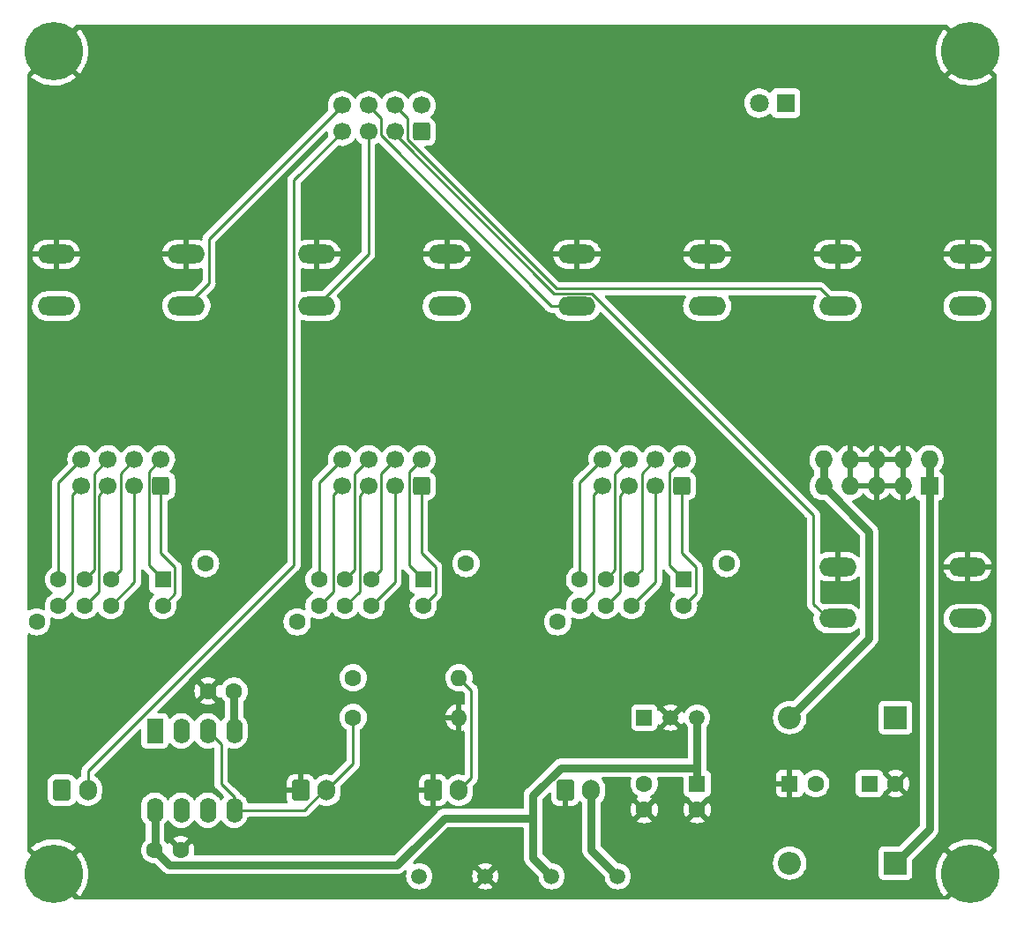
<source format=gtl>
G04 #@! TF.GenerationSoftware,KiCad,Pcbnew,6.0.9-8da3e8f707~116~ubuntu22.04.1*
G04 #@! TF.CreationDate,2022-11-12T12:36:30-05:00*
G04 #@! TF.ProjectId,dso138,64736f31-3338-42e6-9b69-6361645f7063,rev?*
G04 #@! TF.SameCoordinates,Original*
G04 #@! TF.FileFunction,Copper,L1,Top*
G04 #@! TF.FilePolarity,Positive*
%FSLAX46Y46*%
G04 Gerber Fmt 4.6, Leading zero omitted, Abs format (unit mm)*
G04 Created by KiCad (PCBNEW 6.0.9-8da3e8f707~116~ubuntu22.04.1) date 2022-11-12 12:36:30*
%MOMM*%
%LPD*%
G01*
G04 APERTURE LIST*
G04 Aperture macros list*
%AMRoundRect*
0 Rectangle with rounded corners*
0 $1 Rounding radius*
0 $2 $3 $4 $5 $6 $7 $8 $9 X,Y pos of 4 corners*
0 Add a 4 corners polygon primitive as box body*
4,1,4,$2,$3,$4,$5,$6,$7,$8,$9,$2,$3,0*
0 Add four circle primitives for the rounded corners*
1,1,$1+$1,$2,$3*
1,1,$1+$1,$4,$5*
1,1,$1+$1,$6,$7*
1,1,$1+$1,$8,$9*
0 Add four rect primitives between the rounded corners*
20,1,$1+$1,$2,$3,$4,$5,0*
20,1,$1+$1,$4,$5,$6,$7,0*
20,1,$1+$1,$6,$7,$8,$9,0*
20,1,$1+$1,$8,$9,$2,$3,0*%
G04 Aperture macros list end*
G04 #@! TA.AperFunction,ComponentPad*
%ADD10C,5.600000*%
G04 #@! TD*
G04 #@! TA.AperFunction,ComponentPad*
%ADD11C,1.500000*%
G04 #@! TD*
G04 #@! TA.AperFunction,ComponentPad*
%ADD12O,3.606800X1.803400*%
G04 #@! TD*
G04 #@! TA.AperFunction,ComponentPad*
%ADD13R,1.800000X1.800000*%
G04 #@! TD*
G04 #@! TA.AperFunction,ComponentPad*
%ADD14C,1.800000*%
G04 #@! TD*
G04 #@! TA.AperFunction,WasherPad*
%ADD15C,1.600000*%
G04 #@! TD*
G04 #@! TA.AperFunction,ComponentPad*
%ADD16R,1.600000X1.600000*%
G04 #@! TD*
G04 #@! TA.AperFunction,ComponentPad*
%ADD17C,1.600000*%
G04 #@! TD*
G04 #@! TA.AperFunction,ComponentPad*
%ADD18RoundRect,0.250000X0.600000X-0.600000X0.600000X0.600000X-0.600000X0.600000X-0.600000X-0.600000X0*%
G04 #@! TD*
G04 #@! TA.AperFunction,ComponentPad*
%ADD19C,1.700000*%
G04 #@! TD*
G04 #@! TA.AperFunction,ComponentPad*
%ADD20RoundRect,0.250000X-0.600000X-0.750000X0.600000X-0.750000X0.600000X0.750000X-0.600000X0.750000X0*%
G04 #@! TD*
G04 #@! TA.AperFunction,ComponentPad*
%ADD21O,1.700000X2.000000*%
G04 #@! TD*
G04 #@! TA.AperFunction,ComponentPad*
%ADD22R,2.200000X2.200000*%
G04 #@! TD*
G04 #@! TA.AperFunction,ComponentPad*
%ADD23O,2.200000X2.200000*%
G04 #@! TD*
G04 #@! TA.AperFunction,ComponentPad*
%ADD24O,1.600000X1.600000*%
G04 #@! TD*
G04 #@! TA.AperFunction,ComponentPad*
%ADD25R,1.600000X2.400000*%
G04 #@! TD*
G04 #@! TA.AperFunction,ComponentPad*
%ADD26O,1.600000X2.400000*%
G04 #@! TD*
G04 #@! TA.AperFunction,ComponentPad*
%ADD27R,1.727200X1.727200*%
G04 #@! TD*
G04 #@! TA.AperFunction,ComponentPad*
%ADD28O,1.727200X1.727200*%
G04 #@! TD*
G04 #@! TA.AperFunction,ComponentPad*
%ADD29R,1.500000X1.500000*%
G04 #@! TD*
G04 #@! TA.AperFunction,Conductor*
%ADD30C,0.750000*%
G04 #@! TD*
G04 #@! TA.AperFunction,Conductor*
%ADD31C,0.250000*%
G04 #@! TD*
G04 APERTURE END LIST*
D10*
G04 #@! TO.P,H4,1*
G04 #@! TO.N,GND*
X144000000Y-162000000D03*
G04 #@! TD*
G04 #@! TO.P,H2,1*
G04 #@! TO.N,GND*
X144000000Y-83000000D03*
G04 #@! TD*
D11*
G04 #@! TO.P,TP3,1,1*
G04 #@! TO.N,-12V*
X91110000Y-162230000D03*
G04 #@! TD*
D12*
G04 #@! TO.P,SW2,1,1*
G04 #@! TO.N,GND*
X118748400Y-102510800D03*
X106251600Y-102510800D03*
G04 #@! TO.P,SW2,2,2*
G04 #@! TO.N,/SW_PLUS*
X118748400Y-107489200D03*
X106251600Y-107489200D03*
G04 #@! TD*
G04 #@! TO.P,SW1,1,1*
G04 #@! TO.N,GND*
X68748400Y-102510800D03*
X56251600Y-102510800D03*
G04 #@! TO.P,SW1,2,2*
G04 #@! TO.N,/SW_HOLDRUN*
X56251600Y-107489200D03*
X68748400Y-107489200D03*
G04 #@! TD*
D13*
G04 #@! TO.P,D3,1,K*
G04 #@! TO.N,/LED_K*
X126265000Y-88000000D03*
D14*
G04 #@! TO.P,D3,2,A*
G04 #@! TO.N,/LED_A*
X123725000Y-88000000D03*
G04 #@! TD*
D11*
G04 #@! TO.P,TP4,1,1*
G04 #@! TO.N,+9V*
X110160000Y-162230000D03*
G04 #@! TD*
D12*
G04 #@! TO.P,SW3,1,1*
G04 #@! TO.N,GND*
X81251600Y-102510800D03*
X93748400Y-102510800D03*
G04 #@! TO.P,SW3,2,2*
G04 #@! TO.N,/SW_MINUS*
X93748400Y-107489200D03*
X81251600Y-107489200D03*
G04 #@! TD*
D10*
G04 #@! TO.P,H3,1*
G04 #@! TO.N,GND*
X56000000Y-162000000D03*
G04 #@! TD*
D15*
G04 #@! TO.P,SW7,*
G04 #@! TO.N,*
X95587800Y-132205400D03*
X79387800Y-137805400D03*
D16*
G04 #@! TO.P,SW7,1,1*
G04 #@! TO.N,/SW_SEN1_10MV_A*
X91487800Y-133755400D03*
D17*
G04 #@! TO.P,SW7,2,2*
G04 #@! TO.N,/SW_SEN1_COMM_A*
X86487800Y-133755400D03*
G04 #@! TO.P,SW7,3,3*
G04 #@! TO.N,/SW_SEN1_100MV_A*
X83987800Y-133755400D03*
G04 #@! TO.P,SW7,4,4*
G04 #@! TO.N,/SW_SEN1_1V_A*
X81487800Y-133755400D03*
G04 #@! TO.P,SW7,5,5*
G04 #@! TO.N,/SW_SEN1_10MV_B*
X91487800Y-136255400D03*
G04 #@! TO.P,SW7,6,6*
G04 #@! TO.N,/SW_SEN1_COMM_B*
X86487800Y-136255400D03*
G04 #@! TO.P,SW7,7,7*
G04 #@! TO.N,/SW_SEN1_100MV_B*
X83987800Y-136255400D03*
G04 #@! TO.P,SW7,8,8*
G04 #@! TO.N,/SW_SEN1_1V_B*
X81487800Y-136255400D03*
G04 #@! TD*
D11*
G04 #@! TO.P,TP1,1,1*
G04 #@! TO.N,+12V*
X103810000Y-162230000D03*
G04 #@! TD*
D15*
G04 #@! TO.P,SW8,*
G04 #@! TO.N,*
X104387800Y-137805400D03*
X120587800Y-132205400D03*
D16*
G04 #@! TO.P,SW8,1,1*
G04 #@! TO.N,/SW_SEN2_X1_A*
X116487800Y-133755400D03*
D17*
G04 #@! TO.P,SW8,2,2*
G04 #@! TO.N,/SW_SEN2_COMM_A*
X111487800Y-133755400D03*
G04 #@! TO.P,SW8,3,3*
G04 #@! TO.N,/SW_SEN2_X2_A*
X108987800Y-133755400D03*
G04 #@! TO.P,SW8,4,4*
G04 #@! TO.N,/SW_SEN2_X5_A*
X106487800Y-133755400D03*
G04 #@! TO.P,SW8,5,5*
G04 #@! TO.N,/SW_SEN2_X1_B*
X116487800Y-136255400D03*
G04 #@! TO.P,SW8,6,6*
G04 #@! TO.N,/SW_SEN2_COMM_B*
X111487800Y-136255400D03*
G04 #@! TO.P,SW8,7,7*
G04 #@! TO.N,/SW_SEN2_X2_B*
X108987800Y-136255400D03*
G04 #@! TO.P,SW8,8,8*
G04 #@! TO.N,/SW_SEN2_X5_B*
X106487800Y-136255400D03*
G04 #@! TD*
D10*
G04 #@! TO.P,H1,1*
G04 #@! TO.N,GND*
X56000000Y-83000000D03*
G04 #@! TD*
D12*
G04 #@! TO.P,SW4,1,1*
G04 #@! TO.N,GND*
X131251600Y-102510800D03*
X143748400Y-102510800D03*
G04 #@! TO.P,SW4,2,2*
G04 #@! TO.N,/SW_SELECT*
X131251600Y-107489200D03*
X143748400Y-107489200D03*
G04 #@! TD*
D15*
G04 #@! TO.P,SW6,*
G04 #@! TO.N,*
X70587800Y-132205400D03*
X54387800Y-137805400D03*
D16*
G04 #@! TO.P,SW6,1,1*
G04 #@! TO.N,/SW_CPL_DC_A*
X66487800Y-133755400D03*
D17*
G04 #@! TO.P,SW6,2,2*
G04 #@! TO.N,/SW_CPL_COMM_A*
X61487800Y-133755400D03*
G04 #@! TO.P,SW6,3,3*
G04 #@! TO.N,/SW_CPL_AC_A*
X58987800Y-133755400D03*
G04 #@! TO.P,SW6,4,4*
G04 #@! TO.N,/SW_CPL_GND_A*
X56487800Y-133755400D03*
G04 #@! TO.P,SW6,5,5*
G04 #@! TO.N,/SW_CPL_DC_B*
X66487800Y-136255400D03*
G04 #@! TO.P,SW6,6,6*
G04 #@! TO.N,/SW_CPL_COMM_B*
X61487800Y-136255400D03*
G04 #@! TO.P,SW6,7,7*
G04 #@! TO.N,/SW_CPL_AC_B*
X58987800Y-136255400D03*
G04 #@! TO.P,SW6,8,8*
G04 #@! TO.N,/SW_CPL_GND_B*
X56487800Y-136255400D03*
G04 #@! TD*
D11*
G04 #@! TO.P,TP2,1,1*
G04 #@! TO.N,GND*
X97460000Y-162230000D03*
G04 #@! TD*
D12*
G04 #@! TO.P,SW5,1,1*
G04 #@! TO.N,GND*
X131251600Y-132510800D03*
X143748400Y-132510800D03*
G04 #@! TO.P,SW5,2,2*
G04 #@! TO.N,/SW_RESET*
X131251600Y-137489200D03*
X143748400Y-137489200D03*
G04 #@! TD*
D18*
G04 #@! TO.P,J8,1,Pin_1*
G04 #@! TO.N,/LED_K*
X91310000Y-90752500D03*
D19*
G04 #@! TO.P,J8,2,Pin_2*
G04 #@! TO.N,/LED_A*
X91310000Y-88212500D03*
G04 #@! TO.P,J8,3,Pin_3*
G04 #@! TO.N,/SW_RESET*
X88770000Y-90752500D03*
G04 #@! TO.P,J8,4,Pin_4*
G04 #@! TO.N,/SW_SELECT*
X88770000Y-88212500D03*
G04 #@! TO.P,J8,5,Pin_5*
G04 #@! TO.N,/SW_MINUS*
X86230000Y-90752500D03*
G04 #@! TO.P,J8,6,Pin_6*
G04 #@! TO.N,/SW_PLUS*
X86230000Y-88212500D03*
G04 #@! TO.P,J8,7,Pin_7*
G04 #@! TO.N,/INPUT*
X83690000Y-90752500D03*
G04 #@! TO.P,J8,8,Pin_8*
G04 #@! TO.N,/SW_HOLDRUN*
X83690000Y-88212500D03*
G04 #@! TD*
D20*
G04 #@! TO.P,J3,1,Pin_1*
G04 #@! TO.N,GND*
X79720000Y-153975000D03*
D21*
G04 #@! TO.P,J3,2,Pin_2*
G04 #@! TO.N,/AUDIO_IN*
X82220000Y-153975000D03*
G04 #@! TD*
D22*
G04 #@! TO.P,D2,1,K*
G04 #@! TO.N,/-12_IN*
X136830000Y-160960000D03*
D23*
G04 #@! TO.P,D2,2,A*
G04 #@! TO.N,-12V*
X126670000Y-160960000D03*
G04 #@! TD*
D16*
G04 #@! TO.P,C1,1*
G04 #@! TO.N,+12V*
X134330000Y-153340000D03*
D17*
G04 #@! TO.P,C1,2*
G04 #@! TO.N,GND*
X136830000Y-153340000D03*
G04 #@! TD*
D20*
G04 #@! TO.P,J2,1,Pin_1*
G04 #@! TO.N,/AUDIO_BUF*
X56820000Y-153975000D03*
D21*
G04 #@! TO.P,J2,2,Pin_2*
G04 #@! TO.N,/INPUT*
X59320000Y-153975000D03*
G04 #@! TD*
D18*
G04 #@! TO.P,J6,1,Pin_1*
G04 #@! TO.N,/SW_SEN1_10MV_B*
X91310000Y-124752500D03*
D19*
G04 #@! TO.P,J6,2,Pin_2*
G04 #@! TO.N,/SW_SEN1_10MV_A*
X91310000Y-122212500D03*
G04 #@! TO.P,J6,3,Pin_3*
G04 #@! TO.N,/SW_SEN1_COMM_B*
X88770000Y-124752500D03*
G04 #@! TO.P,J6,4,Pin_4*
G04 #@! TO.N,/SW_SEN1_COMM_A*
X88770000Y-122212500D03*
G04 #@! TO.P,J6,5,Pin_5*
G04 #@! TO.N,/SW_SEN1_100MV_B*
X86230000Y-124752500D03*
G04 #@! TO.P,J6,6,Pin_6*
G04 #@! TO.N,/SW_SEN1_100MV_A*
X86230000Y-122212500D03*
G04 #@! TO.P,J6,7,Pin_7*
G04 #@! TO.N,/SW_SEN1_1V_B*
X83690000Y-124752500D03*
G04 #@! TO.P,J6,8,Pin_8*
G04 #@! TO.N,/SW_SEN1_1V_A*
X83690000Y-122212500D03*
G04 #@! TD*
D18*
G04 #@! TO.P,J7,1,Pin_1*
G04 #@! TO.N,/SW_SEN2_X1_B*
X116310000Y-124752500D03*
D19*
G04 #@! TO.P,J7,2,Pin_2*
G04 #@! TO.N,/SW_SEN2_X1_A*
X116310000Y-122212500D03*
G04 #@! TO.P,J7,3,Pin_3*
G04 #@! TO.N,/SW_SEN2_COMM_B*
X113770000Y-124752500D03*
G04 #@! TO.P,J7,4,Pin_4*
G04 #@! TO.N,/SW_SEN2_COMM_A*
X113770000Y-122212500D03*
G04 #@! TO.P,J7,5,Pin_5*
G04 #@! TO.N,/SW_SEN2_X2_B*
X111230000Y-124752500D03*
G04 #@! TO.P,J7,6,Pin_6*
G04 #@! TO.N,/SW_SEN2_X2_A*
X111230000Y-122212500D03*
G04 #@! TO.P,J7,7,Pin_7*
G04 #@! TO.N,/SW_SEN2_X5_B*
X108690000Y-124752500D03*
G04 #@! TO.P,J7,8,Pin_8*
G04 #@! TO.N,/SW_SEN2_X5_A*
X108690000Y-122212500D03*
G04 #@! TD*
D16*
G04 #@! TO.P,C2,1*
G04 #@! TO.N,GND*
X126670000Y-153340000D03*
D17*
G04 #@! TO.P,C2,2*
G04 #@! TO.N,-12V*
X129170000Y-153340000D03*
G04 #@! TD*
D20*
G04 #@! TO.P,J4,1,Pin_1*
G04 #@! TO.N,GND*
X92420000Y-153975000D03*
D21*
G04 #@! TO.P,J4,2,Pin_2*
G04 #@! TO.N,/AUDIO_THROUGH*
X94920000Y-153975000D03*
G04 #@! TD*
D17*
G04 #@! TO.P,R2,1*
G04 #@! TO.N,Net-(R2-Pad1)*
X84760000Y-143180000D03*
D24*
G04 #@! TO.P,R2,2*
G04 #@! TO.N,/AUDIO_THROUGH*
X94920000Y-143180000D03*
G04 #@! TD*
D22*
G04 #@! TO.P,D1,1,K*
G04 #@! TO.N,+12V*
X136830000Y-146990000D03*
D23*
G04 #@! TO.P,D1,2,A*
G04 #@! TO.N,/+12_IN*
X126670000Y-146990000D03*
G04 #@! TD*
D25*
G04 #@! TO.P,U1,1*
G04 #@! TO.N,Net-(R2-Pad1)*
X65720000Y-148270000D03*
D26*
G04 #@! TO.P,U1,2,-*
X68260000Y-148270000D03*
G04 #@! TO.P,U1,3,+*
G04 #@! TO.N,/AUDIO_IN*
X70800000Y-148270000D03*
G04 #@! TO.P,U1,4,V-*
G04 #@! TO.N,-12V*
X73340000Y-148270000D03*
G04 #@! TO.P,U1,5,+*
G04 #@! TO.N,/AUDIO_IN*
X73340000Y-155890000D03*
G04 #@! TO.P,U1,6,-*
G04 #@! TO.N,/AUDIO_BUF*
X70800000Y-155890000D03*
G04 #@! TO.P,U1,7*
X68260000Y-155890000D03*
G04 #@! TO.P,U1,8,V+*
G04 #@! TO.N,+12V*
X65720000Y-155890000D03*
G04 #@! TD*
D16*
G04 #@! TO.P,C5,1*
G04 #@! TO.N,+12V*
X117780000Y-153340000D03*
D17*
G04 #@! TO.P,C5,2*
G04 #@! TO.N,GND*
X117780000Y-155840000D03*
G04 #@! TD*
G04 #@! TO.P,C4,1*
G04 #@! TO.N,GND*
X70830000Y-144460000D03*
G04 #@! TO.P,C4,2*
G04 #@! TO.N,-12V*
X73330000Y-144460000D03*
G04 #@! TD*
D18*
G04 #@! TO.P,J5,1,Pin_1*
G04 #@! TO.N,/SW_CPL_DC_B*
X66310000Y-124752500D03*
D19*
G04 #@! TO.P,J5,2,Pin_2*
G04 #@! TO.N,/SW_CPL_DC_A*
X66310000Y-122212500D03*
G04 #@! TO.P,J5,3,Pin_3*
G04 #@! TO.N,/SW_CPL_COMM_B*
X63770000Y-124752500D03*
G04 #@! TO.P,J5,4,Pin_4*
G04 #@! TO.N,/SW_CPL_COMM_A*
X63770000Y-122212500D03*
G04 #@! TO.P,J5,5,Pin_5*
G04 #@! TO.N,/SW_CPL_AC_B*
X61230000Y-124752500D03*
G04 #@! TO.P,J5,6,Pin_6*
G04 #@! TO.N,/SW_CPL_AC_A*
X61230000Y-122212500D03*
G04 #@! TO.P,J5,7,Pin_7*
G04 #@! TO.N,/SW_CPL_GND_B*
X58690000Y-124752500D03*
G04 #@! TO.P,J5,8,Pin_8*
G04 #@! TO.N,/SW_CPL_GND_A*
X58690000Y-122212500D03*
G04 #@! TD*
D27*
G04 #@! TO.P,J1,1,-12V*
G04 #@! TO.N,/-12_IN*
X140080000Y-124770000D03*
D28*
G04 #@! TO.P,J1,2,-12V*
X140080000Y-122230000D03*
G04 #@! TO.P,J1,3,GND*
G04 #@! TO.N,GND*
X137540000Y-124770000D03*
G04 #@! TO.P,J1,4,GND*
X137540000Y-122230000D03*
G04 #@! TO.P,J1,5,GND*
X135000000Y-124770000D03*
G04 #@! TO.P,J1,6,GND*
X135000000Y-122230000D03*
G04 #@! TO.P,J1,7,GND*
X132460000Y-124770000D03*
G04 #@! TO.P,J1,8,GND*
X132460000Y-122230000D03*
G04 #@! TO.P,J1,9,+12V*
G04 #@! TO.N,/+12_IN*
X129920000Y-124770000D03*
G04 #@! TO.P,J1,10,+12V*
X129920000Y-122230000D03*
G04 #@! TD*
D17*
G04 #@! TO.P,C6,1*
G04 #@! TO.N,+9V*
X112700000Y-153340000D03*
G04 #@! TO.P,C6,2*
G04 #@! TO.N,GND*
X112700000Y-155840000D03*
G04 #@! TD*
D20*
G04 #@! TO.P,J9,1,Pin_1*
G04 #@! TO.N,GND*
X105120000Y-153975000D03*
D21*
G04 #@! TO.P,J9,2,Pin_2*
G04 #@! TO.N,+9V*
X107620000Y-153975000D03*
G04 #@! TD*
D17*
G04 #@! TO.P,C3,1*
G04 #@! TO.N,+12V*
X65710000Y-159700000D03*
G04 #@! TO.P,C3,2*
G04 #@! TO.N,GND*
X68210000Y-159700000D03*
G04 #@! TD*
D29*
G04 #@! TO.P,U2,1,VO*
G04 #@! TO.N,+9V*
X112700000Y-146990000D03*
D11*
G04 #@! TO.P,U2,2,GND*
G04 #@! TO.N,GND*
X115240000Y-146990000D03*
G04 #@! TO.P,U2,3,VI*
G04 #@! TO.N,+12V*
X117780000Y-146990000D03*
G04 #@! TD*
D17*
G04 #@! TO.P,R1,1*
G04 #@! TO.N,/AUDIO_IN*
X84760000Y-146990000D03*
D24*
G04 #@! TO.P,R1,2*
G04 #@! TO.N,GND*
X94920000Y-146990000D03*
G04 #@! TD*
D30*
G04 #@! TO.N,+12V*
X117780000Y-151816000D02*
X104691563Y-151816000D01*
X102020000Y-154487563D02*
X102020000Y-156630000D01*
X65720000Y-159690000D02*
X65720000Y-155890000D01*
X93495456Y-156630000D02*
X102020000Y-156630000D01*
X89000456Y-161125000D02*
X93495456Y-156630000D01*
X117780000Y-146990000D02*
X117780000Y-153340000D01*
X104691563Y-151816000D02*
X102020000Y-154487563D01*
X67135000Y-161125000D02*
X89000456Y-161125000D01*
X65710000Y-159700000D02*
X67135000Y-161125000D01*
X102020000Y-156630000D02*
X102020000Y-160440000D01*
X102020000Y-160440000D02*
X103810000Y-162230000D01*
G04 #@! TO.N,-12V*
X73330000Y-144460000D02*
X73330000Y-148260000D01*
G04 #@! TO.N,/+12_IN*
X126670000Y-146990000D02*
X134290000Y-139370000D01*
X134290000Y-129140000D02*
X129920000Y-124770000D01*
X134290000Y-139370000D02*
X134290000Y-129140000D01*
X129920000Y-124770000D02*
X129920000Y-122230000D01*
G04 #@! TO.N,/-12_IN*
X140080000Y-157710000D02*
X140080000Y-122230000D01*
X136830000Y-160960000D02*
X140080000Y-157710000D01*
G04 #@! TO.N,+9V*
X110160000Y-162230000D02*
X107620000Y-159690000D01*
X107620000Y-159690000D02*
X107620000Y-153975000D01*
D31*
G04 #@! TO.N,/INPUT*
X79073200Y-95404300D02*
X83690000Y-90787500D01*
X59320000Y-152110000D02*
X79073200Y-132356800D01*
X59320000Y-153975000D02*
X59320000Y-152110000D01*
X79073200Y-132356800D02*
X79073200Y-95404300D01*
G04 #@! TO.N,/AUDIO_IN*
X72070000Y-153360000D02*
X73340000Y-154630000D01*
X80038883Y-155890000D02*
X81953883Y-153975000D01*
X73340000Y-155890000D02*
X80038883Y-155890000D01*
X72070000Y-149540000D02*
X72070000Y-153360000D01*
X70800000Y-148270000D02*
X72070000Y-149540000D01*
X84760000Y-146990000D02*
X84760000Y-151435000D01*
X73340000Y-154630000D02*
X73340000Y-155890000D01*
X84760000Y-151435000D02*
X82220000Y-153975000D01*
G04 #@! TO.N,/AUDIO_THROUGH*
X94920000Y-143180000D02*
X96095000Y-144355000D01*
X96095000Y-144355000D02*
X96095000Y-152800000D01*
X96095000Y-152800000D02*
X94920000Y-153975000D01*
G04 #@! TO.N,/SW_CPL_DC_A*
X65135000Y-123422500D02*
X65135000Y-132402600D01*
X65135000Y-132402600D02*
X66487800Y-133755400D01*
X66310000Y-122247500D02*
X65135000Y-123422500D01*
G04 #@! TO.N,/SW_CPL_DC_B*
X67663800Y-135079400D02*
X66487800Y-136255400D01*
X66310000Y-124787500D02*
X66310000Y-131207000D01*
X67663800Y-132560800D02*
X67663800Y-135079400D01*
X66310000Y-131207000D02*
X67663800Y-132560800D01*
G04 #@! TO.N,/SW_CPL_COMM_A*
X63770000Y-122247500D02*
X62456800Y-123560700D01*
X62456800Y-123560700D02*
X62456800Y-132786400D01*
X62456800Y-132786400D02*
X61487800Y-133755400D01*
G04 #@! TO.N,/SW_CPL_COMM_B*
X63770000Y-133973200D02*
X61487800Y-136255400D01*
X63770000Y-124787500D02*
X63770000Y-133973200D01*
G04 #@! TO.N,/SW_CPL_AC_A*
X59912800Y-132830400D02*
X58987800Y-133755400D01*
X61230000Y-122247500D02*
X59912800Y-123564700D01*
X59912800Y-123564700D02*
X59912800Y-132830400D01*
G04 #@! TO.N,/SW_CPL_AC_B*
X61230000Y-124787500D02*
X60362800Y-125654700D01*
X60362800Y-134880400D02*
X58987800Y-136255400D01*
X60362800Y-125654700D02*
X60362800Y-134880400D01*
G04 #@! TO.N,/SW_SEN1_10MV_A*
X91310000Y-122247500D02*
X90135000Y-123422500D01*
X90135000Y-123422500D02*
X90135000Y-132402600D01*
X90135000Y-132402600D02*
X91487800Y-133755400D01*
G04 #@! TO.N,/SW_SEN1_10MV_B*
X92663800Y-135079400D02*
X91487800Y-136255400D01*
X91310000Y-124787500D02*
X91310000Y-131207000D01*
X92663800Y-132560800D02*
X92663800Y-135079400D01*
X91310000Y-131207000D02*
X92663800Y-132560800D01*
G04 #@! TO.N,/SW_SEN1_COMM_A*
X87456800Y-132786400D02*
X86487800Y-133755400D01*
X88770000Y-122247500D02*
X87456800Y-123560700D01*
X87456800Y-123560700D02*
X87456800Y-132786400D01*
G04 #@! TO.N,/SW_SEN1_COMM_B*
X88770000Y-124787500D02*
X88770000Y-133973200D01*
X88770000Y-133973200D02*
X86487800Y-136255400D01*
G04 #@! TO.N,/SW_SEN1_100MV_A*
X84912800Y-132830400D02*
X83987800Y-133755400D01*
X84912800Y-123564700D02*
X84912800Y-132830400D01*
X86230000Y-122247500D02*
X84912800Y-123564700D01*
G04 #@! TO.N,/SW_SEN1_100MV_B*
X85362800Y-134880400D02*
X83987800Y-136255400D01*
X85362800Y-125654700D02*
X85362800Y-134880400D01*
X86230000Y-124787500D02*
X85362800Y-125654700D01*
G04 #@! TO.N,/SW_SEN2_X1_A*
X115135000Y-132402600D02*
X116487800Y-133755400D01*
X115135000Y-123422500D02*
X115135000Y-132402600D01*
X116310000Y-122247500D02*
X115135000Y-123422500D01*
G04 #@! TO.N,/SW_SEN2_X1_B*
X116310000Y-124787500D02*
X116310000Y-131207000D01*
X116310000Y-131207000D02*
X117663800Y-132560800D01*
X117663800Y-132560800D02*
X117663800Y-135079400D01*
X117663800Y-135079400D02*
X116487800Y-136255400D01*
G04 #@! TO.N,/SW_SEN2_COMM_A*
X112456800Y-132786400D02*
X111487800Y-133755400D01*
X112456800Y-123560700D02*
X112456800Y-132786400D01*
X113770000Y-122247500D02*
X112456800Y-123560700D01*
G04 #@! TO.N,/SW_SEN2_COMM_B*
X113770000Y-124787500D02*
X113770000Y-133973200D01*
X113770000Y-133973200D02*
X111487800Y-136255400D01*
G04 #@! TO.N,/SW_SEN2_X2_A*
X111230000Y-122247500D02*
X109912800Y-123564700D01*
X109912800Y-132830400D02*
X108987800Y-133755400D01*
X109912800Y-123564700D02*
X109912800Y-132830400D01*
G04 #@! TO.N,/SW_SEN2_X2_B*
X110362800Y-125654700D02*
X110362800Y-134880400D01*
X111230000Y-124787500D02*
X110362800Y-125654700D01*
X110362800Y-134880400D02*
X108987800Y-136255400D01*
G04 #@! TO.N,/SW_HOLDRUN*
X70926800Y-105310800D02*
X70926800Y-101010700D01*
X68748400Y-107489200D02*
X70926800Y-105310800D01*
X70926800Y-101010700D02*
X83690000Y-88247500D01*
G04 #@! TO.N,/SW_PLUS*
X87404500Y-89422000D02*
X86230000Y-88247500D01*
X87404500Y-91083701D02*
X87404500Y-89422000D01*
X106251600Y-107489200D02*
X103809999Y-107489200D01*
X103809999Y-107489200D02*
X87404500Y-91083701D01*
G04 #@! TO.N,/SW_MINUS*
X81251600Y-107489200D02*
X86230000Y-102510800D01*
X86230000Y-102510800D02*
X86230000Y-90787500D01*
G04 #@! TO.N,/SW_SELECT*
X89945000Y-91514601D02*
X89945000Y-89422500D01*
X104243398Y-105812999D02*
X89945000Y-91514601D01*
X89945000Y-89422500D02*
X88770000Y-88247500D01*
X131251600Y-107489200D02*
X129575399Y-105812999D01*
X129575399Y-105812999D02*
X104243398Y-105812999D01*
G04 #@! TO.N,/SW_RESET*
X104057209Y-106262500D02*
X88770000Y-90975291D01*
X107661416Y-106262500D02*
X104057209Y-106262500D01*
X128943501Y-136082801D02*
X128943501Y-127544585D01*
X130349900Y-137489200D02*
X128943501Y-136082801D01*
X128943501Y-127544585D02*
X107661416Y-106262500D01*
G04 #@! TO.N,/SW_CPL_GND_A*
X56487800Y-124449700D02*
X56487800Y-133755400D01*
X58690000Y-122247500D02*
X56487800Y-124449700D01*
G04 #@! TO.N,/SW_CPL_GND_B*
X57840000Y-134903200D02*
X56487800Y-136255400D01*
X58690000Y-124787500D02*
X57840000Y-125637500D01*
X57840000Y-125637500D02*
X57840000Y-134903200D01*
G04 #@! TO.N,/SW_SEN1_1V_A*
X83690000Y-122247500D02*
X81487800Y-124449700D01*
X81487800Y-124449700D02*
X81487800Y-133755400D01*
G04 #@! TO.N,/SW_SEN1_1V_B*
X83690000Y-124787500D02*
X82840000Y-125637500D01*
X82840000Y-125637500D02*
X82840000Y-134903200D01*
X82840000Y-134903200D02*
X81487800Y-136255400D01*
G04 #@! TO.N,/SW_SEN2_X5_A*
X108690000Y-122247500D02*
X106487800Y-124449700D01*
X106487800Y-124449700D02*
X106487800Y-133755400D01*
G04 #@! TO.N,/SW_SEN2_X5_B*
X108690000Y-124787500D02*
X107840000Y-125637500D01*
X107840000Y-134903200D02*
X106487800Y-136255400D01*
X107840000Y-125637500D02*
X107840000Y-134903200D01*
G04 #@! TD*
G04 #@! TA.AperFunction,Conductor*
G04 #@! TO.N,GND*
G36*
X141883642Y-80528502D02*
G01*
X141904616Y-80545405D01*
X144000000Y-82640790D01*
X146454595Y-85095384D01*
X146488621Y-85157696D01*
X146491500Y-85184479D01*
X146491500Y-159815521D01*
X146471498Y-159883642D01*
X146454595Y-159904616D01*
X144000000Y-162359210D01*
X141904616Y-164454595D01*
X141842304Y-164488621D01*
X141815521Y-164491500D01*
X58184479Y-164491500D01*
X58116358Y-164471498D01*
X58095384Y-164454595D01*
X55641921Y-162001131D01*
X56364408Y-162001131D01*
X56364539Y-162002966D01*
X56368790Y-162009580D01*
X58499009Y-164139798D01*
X58512605Y-164147223D01*
X58522218Y-164140522D01*
X58622518Y-164023912D01*
X58626676Y-164018514D01*
X58825762Y-163728840D01*
X58829310Y-163723029D01*
X58995942Y-163413559D01*
X58998849Y-163407381D01*
X59131090Y-163081713D01*
X59133304Y-163075283D01*
X59229598Y-162737237D01*
X59231105Y-162730607D01*
X59290332Y-162384118D01*
X59291112Y-162377378D01*
X59312668Y-162024925D01*
X59312784Y-162021323D01*
X59312853Y-162001819D01*
X59312761Y-161998194D01*
X59293666Y-161645615D01*
X59292931Y-161638849D01*
X59236130Y-161291985D01*
X59234663Y-161285313D01*
X59140736Y-160946627D01*
X59138562Y-160940163D01*
X59008598Y-160613578D01*
X59005742Y-160607398D01*
X58841269Y-160296763D01*
X58837769Y-160290937D01*
X58640697Y-159999862D01*
X58636590Y-159994453D01*
X58523565Y-159861179D01*
X58510740Y-159852743D01*
X58500416Y-159858795D01*
X56372020Y-161987190D01*
X56364408Y-162001131D01*
X55641921Y-162001131D01*
X55640790Y-162000000D01*
X53545405Y-159904616D01*
X53511379Y-159842304D01*
X53508500Y-159815521D01*
X53508500Y-159486862D01*
X53849950Y-159486862D01*
X53849986Y-159487704D01*
X53855037Y-159495826D01*
X55987190Y-161627980D01*
X56001131Y-161635592D01*
X56002966Y-161635461D01*
X56009580Y-161631210D01*
X58142798Y-159497991D01*
X58150412Y-159484047D01*
X58150344Y-159483089D01*
X58145836Y-159476272D01*
X58144418Y-159475065D01*
X57864813Y-159262064D01*
X57859187Y-159258240D01*
X57558214Y-159076681D01*
X57552202Y-159073484D01*
X57233370Y-158925487D01*
X57227070Y-158922967D01*
X56894129Y-158810273D01*
X56887551Y-158808437D01*
X56544417Y-158732367D01*
X56537678Y-158731251D01*
X56188310Y-158692680D01*
X56181529Y-158692301D01*
X55830015Y-158691687D01*
X55823242Y-158692042D01*
X55473720Y-158729395D01*
X55467010Y-158730482D01*
X55123586Y-158805361D01*
X55117011Y-158807172D01*
X54783683Y-158918702D01*
X54777361Y-158921205D01*
X54458034Y-159068079D01*
X54451991Y-159071265D01*
X54150401Y-159251763D01*
X54144755Y-159255571D01*
X53864408Y-159467596D01*
X53859211Y-159471987D01*
X53857972Y-159473155D01*
X53849950Y-159486862D01*
X53508500Y-159486862D01*
X53508500Y-154775400D01*
X55461500Y-154775400D01*
X55461837Y-154778646D01*
X55461837Y-154778650D01*
X55471752Y-154874206D01*
X55472474Y-154881166D01*
X55474655Y-154887702D01*
X55474655Y-154887704D01*
X55509908Y-154993369D01*
X55528450Y-155048946D01*
X55621522Y-155199348D01*
X55746697Y-155324305D01*
X55752927Y-155328145D01*
X55752928Y-155328146D01*
X55890288Y-155412816D01*
X55897262Y-155417115D01*
X55932938Y-155428948D01*
X56058611Y-155470632D01*
X56058613Y-155470632D01*
X56065139Y-155472797D01*
X56071975Y-155473497D01*
X56071978Y-155473498D01*
X56107663Y-155477154D01*
X56169600Y-155483500D01*
X57470400Y-155483500D01*
X57473646Y-155483163D01*
X57473650Y-155483163D01*
X57569308Y-155473238D01*
X57569312Y-155473237D01*
X57576166Y-155472526D01*
X57582702Y-155470345D01*
X57582704Y-155470345D01*
X57714806Y-155426272D01*
X57743946Y-155416550D01*
X57894348Y-155323478D01*
X58019305Y-155198303D01*
X58025355Y-155188489D01*
X58062771Y-155127789D01*
X58109081Y-155052660D01*
X58161852Y-155005168D01*
X58231924Y-154993744D01*
X58297048Y-155022018D01*
X58307510Y-155031805D01*
X58349215Y-155075523D01*
X58416576Y-155146135D01*
X58601542Y-155283754D01*
X58606293Y-155286170D01*
X58606297Y-155286172D01*
X58668704Y-155317901D01*
X58807051Y-155388240D01*
X58812145Y-155389822D01*
X58812148Y-155389823D01*
X58959616Y-155435613D01*
X59027227Y-155456607D01*
X59032516Y-155457308D01*
X59250489Y-155486198D01*
X59250494Y-155486198D01*
X59255774Y-155486898D01*
X59261103Y-155486698D01*
X59261105Y-155486698D01*
X59370966Y-155482573D01*
X59486158Y-155478249D01*
X59491468Y-155477135D01*
X59706572Y-155432002D01*
X59711791Y-155430907D01*
X59716750Y-155428949D01*
X59716752Y-155428948D01*
X59921256Y-155348185D01*
X59921258Y-155348184D01*
X59926221Y-155346224D01*
X59938924Y-155338516D01*
X60091401Y-155245990D01*
X60123317Y-155226623D01*
X60183902Y-155174050D01*
X60293412Y-155079023D01*
X60293414Y-155079021D01*
X60297445Y-155075523D01*
X60364807Y-154993369D01*
X60440240Y-154901373D01*
X60440244Y-154901367D01*
X60443624Y-154897245D01*
X60449115Y-154887600D01*
X60555032Y-154701529D01*
X60557675Y-154696886D01*
X60636337Y-154480175D01*
X60637387Y-154474369D01*
X60676623Y-154257392D01*
X60676624Y-154257385D01*
X60677361Y-154253308D01*
X60678500Y-154229156D01*
X60678500Y-153767110D01*
X60670058Y-153667617D01*
X60664371Y-153600591D01*
X60664370Y-153600587D01*
X60663920Y-153595280D01*
X60662582Y-153590125D01*
X60662581Y-153590119D01*
X60607343Y-153377297D01*
X60607342Y-153377293D01*
X60606001Y-153372128D01*
X60592039Y-153341132D01*
X60513507Y-153166798D01*
X60511312Y-153161925D01*
X60382559Y-152970681D01*
X60323918Y-152909209D01*
X60294725Y-152878608D01*
X60223424Y-152803865D01*
X60038458Y-152666246D01*
X60033706Y-152663830D01*
X60033698Y-152663825D01*
X60022394Y-152658078D01*
X59970737Y-152609375D01*
X59953500Y-152545762D01*
X59953500Y-152424594D01*
X59973502Y-152356473D01*
X59990405Y-152335499D01*
X64196405Y-148129499D01*
X64258717Y-148095473D01*
X64329532Y-148100538D01*
X64386368Y-148143085D01*
X64411179Y-148209605D01*
X64411500Y-148218594D01*
X64411500Y-149518134D01*
X64418255Y-149580316D01*
X64469385Y-149716705D01*
X64556739Y-149833261D01*
X64673295Y-149920615D01*
X64809684Y-149971745D01*
X64871866Y-149978500D01*
X66568134Y-149978500D01*
X66630316Y-149971745D01*
X66766705Y-149920615D01*
X66883261Y-149833261D01*
X66970615Y-149716705D01*
X67021745Y-149580316D01*
X67022917Y-149569526D01*
X67023803Y-149567394D01*
X67024425Y-149564778D01*
X67024848Y-149564879D01*
X67050155Y-149503965D01*
X67108517Y-149463537D01*
X67179471Y-149461078D01*
X67240490Y-149497371D01*
X67247489Y-149506031D01*
X67250643Y-149509789D01*
X67253802Y-149514300D01*
X67415700Y-149676198D01*
X67420208Y-149679355D01*
X67420211Y-149679357D01*
X67461542Y-149708297D01*
X67603251Y-149807523D01*
X67608233Y-149809846D01*
X67608238Y-149809849D01*
X67805771Y-149901959D01*
X67810757Y-149904284D01*
X67816065Y-149905706D01*
X67816067Y-149905707D01*
X68026598Y-149962119D01*
X68026600Y-149962119D01*
X68031913Y-149963543D01*
X68260000Y-149983498D01*
X68488087Y-149963543D01*
X68493400Y-149962119D01*
X68493402Y-149962119D01*
X68703933Y-149905707D01*
X68703935Y-149905706D01*
X68709243Y-149904284D01*
X68714229Y-149901959D01*
X68911762Y-149809849D01*
X68911767Y-149809846D01*
X68916749Y-149807523D01*
X69058458Y-149708297D01*
X69099789Y-149679357D01*
X69099792Y-149679355D01*
X69104300Y-149676198D01*
X69266198Y-149514300D01*
X69397523Y-149326749D01*
X69399846Y-149321767D01*
X69399849Y-149321762D01*
X69415805Y-149287543D01*
X69462722Y-149234258D01*
X69530999Y-149214797D01*
X69598959Y-149235339D01*
X69644195Y-149287543D01*
X69660151Y-149321762D01*
X69660154Y-149321767D01*
X69662477Y-149326749D01*
X69793802Y-149514300D01*
X69955700Y-149676198D01*
X69960208Y-149679355D01*
X69960211Y-149679357D01*
X70001542Y-149708297D01*
X70143251Y-149807523D01*
X70148233Y-149809846D01*
X70148238Y-149809849D01*
X70345771Y-149901959D01*
X70350757Y-149904284D01*
X70356065Y-149905706D01*
X70356067Y-149905707D01*
X70566598Y-149962119D01*
X70566600Y-149962119D01*
X70571913Y-149963543D01*
X70800000Y-149983498D01*
X71028087Y-149963543D01*
X71033400Y-149962119D01*
X71033402Y-149962119D01*
X71243933Y-149905707D01*
X71243935Y-149905706D01*
X71249243Y-149904284D01*
X71254225Y-149901961D01*
X71254230Y-149901959D01*
X71257247Y-149900552D01*
X71258704Y-149900331D01*
X71259398Y-149900078D01*
X71259449Y-149900218D01*
X71327438Y-149889889D01*
X71392252Y-149918867D01*
X71431110Y-149978285D01*
X71436500Y-150014745D01*
X71436500Y-153281233D01*
X71435973Y-153292416D01*
X71434298Y-153299909D01*
X71434547Y-153307835D01*
X71434547Y-153307836D01*
X71436438Y-153367986D01*
X71436500Y-153371945D01*
X71436500Y-153399856D01*
X71436997Y-153403790D01*
X71436997Y-153403791D01*
X71437005Y-153403856D01*
X71437938Y-153415693D01*
X71439327Y-153459889D01*
X71442214Y-153469825D01*
X71444978Y-153479339D01*
X71448987Y-153498700D01*
X71451526Y-153518797D01*
X71454445Y-153526168D01*
X71454445Y-153526170D01*
X71467804Y-153559912D01*
X71471649Y-153571142D01*
X71472306Y-153573402D01*
X71483982Y-153613593D01*
X71488015Y-153620412D01*
X71488017Y-153620417D01*
X71494293Y-153631028D01*
X71502988Y-153648776D01*
X71510448Y-153667617D01*
X71515110Y-153674033D01*
X71515110Y-153674034D01*
X71536436Y-153703387D01*
X71542952Y-153713307D01*
X71565458Y-153751362D01*
X71579779Y-153765683D01*
X71592619Y-153780716D01*
X71604528Y-153797107D01*
X71631587Y-153819492D01*
X71638605Y-153825298D01*
X71647384Y-153833288D01*
X72310931Y-154496835D01*
X72344957Y-154559147D01*
X72339892Y-154629962D01*
X72325050Y-154658199D01*
X72202477Y-154833251D01*
X72200154Y-154838233D01*
X72200151Y-154838238D01*
X72184195Y-154872457D01*
X72137278Y-154925742D01*
X72069001Y-154945203D01*
X72001041Y-154924661D01*
X71955805Y-154872457D01*
X71939849Y-154838238D01*
X71939846Y-154838233D01*
X71937523Y-154833251D01*
X71824721Y-154672153D01*
X71809357Y-154650211D01*
X71809355Y-154650208D01*
X71806198Y-154645700D01*
X71644300Y-154483802D01*
X71639792Y-154480645D01*
X71639789Y-154480643D01*
X71545941Y-154414930D01*
X71456749Y-154352477D01*
X71451767Y-154350154D01*
X71451762Y-154350151D01*
X71254225Y-154258039D01*
X71254224Y-154258039D01*
X71249243Y-154255716D01*
X71243935Y-154254294D01*
X71243933Y-154254293D01*
X71033402Y-154197881D01*
X71033400Y-154197881D01*
X71028087Y-154196457D01*
X70800000Y-154176502D01*
X70571913Y-154196457D01*
X70566600Y-154197881D01*
X70566598Y-154197881D01*
X70356067Y-154254293D01*
X70356065Y-154254294D01*
X70350757Y-154255716D01*
X70345776Y-154258039D01*
X70345775Y-154258039D01*
X70148238Y-154350151D01*
X70148233Y-154350154D01*
X70143251Y-154352477D01*
X70054059Y-154414930D01*
X69960211Y-154480643D01*
X69960208Y-154480645D01*
X69955700Y-154483802D01*
X69793802Y-154645700D01*
X69790645Y-154650208D01*
X69790643Y-154650211D01*
X69775279Y-154672153D01*
X69662477Y-154833251D01*
X69660154Y-154838233D01*
X69660151Y-154838238D01*
X69644195Y-154872457D01*
X69597278Y-154925742D01*
X69529001Y-154945203D01*
X69461041Y-154924661D01*
X69415805Y-154872457D01*
X69399849Y-154838238D01*
X69399846Y-154838233D01*
X69397523Y-154833251D01*
X69284721Y-154672153D01*
X69269357Y-154650211D01*
X69269355Y-154650208D01*
X69266198Y-154645700D01*
X69104300Y-154483802D01*
X69099792Y-154480645D01*
X69099789Y-154480643D01*
X69005941Y-154414930D01*
X68916749Y-154352477D01*
X68911767Y-154350154D01*
X68911762Y-154350151D01*
X68714225Y-154258039D01*
X68714224Y-154258039D01*
X68709243Y-154255716D01*
X68703935Y-154254294D01*
X68703933Y-154254293D01*
X68493402Y-154197881D01*
X68493400Y-154197881D01*
X68488087Y-154196457D01*
X68260000Y-154176502D01*
X68031913Y-154196457D01*
X68026600Y-154197881D01*
X68026598Y-154197881D01*
X67816067Y-154254293D01*
X67816065Y-154254294D01*
X67810757Y-154255716D01*
X67805776Y-154258039D01*
X67805775Y-154258039D01*
X67608238Y-154350151D01*
X67608233Y-154350154D01*
X67603251Y-154352477D01*
X67514059Y-154414930D01*
X67420211Y-154480643D01*
X67420208Y-154480645D01*
X67415700Y-154483802D01*
X67253802Y-154645700D01*
X67250645Y-154650208D01*
X67250643Y-154650211D01*
X67235279Y-154672153D01*
X67122477Y-154833251D01*
X67120154Y-154838233D01*
X67120151Y-154838238D01*
X67104195Y-154872457D01*
X67057278Y-154925742D01*
X66989001Y-154945203D01*
X66921041Y-154924661D01*
X66875805Y-154872457D01*
X66859849Y-154838238D01*
X66859846Y-154838233D01*
X66857523Y-154833251D01*
X66744721Y-154672153D01*
X66729357Y-154650211D01*
X66729355Y-154650208D01*
X66726198Y-154645700D01*
X66564300Y-154483802D01*
X66559792Y-154480645D01*
X66559789Y-154480643D01*
X66465941Y-154414930D01*
X66376749Y-154352477D01*
X66371767Y-154350154D01*
X66371762Y-154350151D01*
X66174225Y-154258039D01*
X66174224Y-154258039D01*
X66169243Y-154255716D01*
X66163935Y-154254294D01*
X66163933Y-154254293D01*
X65953402Y-154197881D01*
X65953400Y-154197881D01*
X65948087Y-154196457D01*
X65720000Y-154176502D01*
X65491913Y-154196457D01*
X65486600Y-154197881D01*
X65486598Y-154197881D01*
X65276067Y-154254293D01*
X65276065Y-154254294D01*
X65270757Y-154255716D01*
X65265776Y-154258039D01*
X65265775Y-154258039D01*
X65068238Y-154350151D01*
X65068233Y-154350154D01*
X65063251Y-154352477D01*
X64974059Y-154414930D01*
X64880211Y-154480643D01*
X64880208Y-154480645D01*
X64875700Y-154483802D01*
X64713802Y-154645700D01*
X64710645Y-154650208D01*
X64710643Y-154650211D01*
X64695279Y-154672153D01*
X64582477Y-154833251D01*
X64580154Y-154838233D01*
X64580151Y-154838238D01*
X64488039Y-155035775D01*
X64485716Y-155040757D01*
X64484294Y-155046065D01*
X64484293Y-155046067D01*
X64427907Y-155256500D01*
X64426457Y-155261913D01*
X64420257Y-155332777D01*
X64412879Y-155417115D01*
X64411500Y-155432873D01*
X64411500Y-156347127D01*
X64411738Y-156349844D01*
X64411738Y-156349851D01*
X64417617Y-156417048D01*
X64426457Y-156518087D01*
X64427881Y-156523400D01*
X64427881Y-156523402D01*
X64436369Y-156555077D01*
X64485716Y-156739243D01*
X64488039Y-156744224D01*
X64488039Y-156744225D01*
X64580151Y-156941762D01*
X64580154Y-156941767D01*
X64582477Y-156946749D01*
X64713802Y-157134300D01*
X64799595Y-157220093D01*
X64833621Y-157282405D01*
X64836500Y-157309188D01*
X64836500Y-158670812D01*
X64816498Y-158738933D01*
X64799595Y-158759907D01*
X64703802Y-158855700D01*
X64572477Y-159043251D01*
X64570154Y-159048233D01*
X64570151Y-159048238D01*
X64546238Y-159099521D01*
X64475716Y-159250757D01*
X64474294Y-159256065D01*
X64474293Y-159256067D01*
X64449493Y-159348621D01*
X64416457Y-159471913D01*
X64396502Y-159700000D01*
X64416457Y-159928087D01*
X64417881Y-159933400D01*
X64417881Y-159933402D01*
X64466451Y-160114664D01*
X64475716Y-160149243D01*
X64478039Y-160154224D01*
X64478039Y-160154225D01*
X64570151Y-160351762D01*
X64570154Y-160351767D01*
X64572477Y-160356749D01*
X64703802Y-160544300D01*
X64865700Y-160706198D01*
X64870208Y-160709355D01*
X64870211Y-160709357D01*
X64874744Y-160712531D01*
X65053251Y-160837523D01*
X65058233Y-160839846D01*
X65058238Y-160839849D01*
X65225743Y-160917957D01*
X65260757Y-160934284D01*
X65266065Y-160935706D01*
X65266067Y-160935707D01*
X65476598Y-160992119D01*
X65476600Y-160992119D01*
X65481913Y-160993543D01*
X65687597Y-161011538D01*
X65704525Y-161013019D01*
X65710000Y-161013498D01*
X65715475Y-161013019D01*
X65720982Y-161013019D01*
X65720982Y-161015580D01*
X65780062Y-161027508D01*
X65810435Y-161049893D01*
X66454088Y-161693546D01*
X66466925Y-161708574D01*
X66474815Y-161719434D01*
X66479725Y-161723855D01*
X66479726Y-161723856D01*
X66524184Y-161763886D01*
X66528969Y-161768427D01*
X66543014Y-161782472D01*
X66545588Y-161784556D01*
X66545591Y-161784559D01*
X66558446Y-161794969D01*
X66563462Y-161799253D01*
X66607920Y-161839283D01*
X66607925Y-161839287D01*
X66612831Y-161843704D01*
X66624097Y-161850209D01*
X66624448Y-161850411D01*
X66640741Y-161861609D01*
X66651161Y-161870047D01*
X66710363Y-161900213D01*
X66716133Y-161903346D01*
X66767945Y-161933260D01*
X66767950Y-161933262D01*
X66773669Y-161936564D01*
X66779949Y-161938605D01*
X66779957Y-161938608D01*
X66786421Y-161940708D01*
X66804683Y-161948272D01*
X66810751Y-161951363D01*
X66816637Y-161954362D01*
X66880806Y-161971556D01*
X66880813Y-161971558D01*
X66887112Y-161973424D01*
X66950298Y-161993954D01*
X66956867Y-161994644D01*
X66956874Y-161994646D01*
X66963645Y-161995358D01*
X66983074Y-161998958D01*
X66996029Y-162002429D01*
X67002625Y-162002775D01*
X67002627Y-162002775D01*
X67035429Y-162004494D01*
X67062353Y-162005905D01*
X67068912Y-162006421D01*
X67088694Y-162008500D01*
X67108574Y-162008500D01*
X67115169Y-162008673D01*
X67174902Y-162011804D01*
X67174906Y-162011804D01*
X67181493Y-162012149D01*
X67194740Y-162010051D01*
X67214450Y-162008500D01*
X88920999Y-162008500D01*
X88940711Y-162010051D01*
X88953963Y-162012150D01*
X88960550Y-162011805D01*
X88960554Y-162011805D01*
X89020306Y-162008673D01*
X89026901Y-162008500D01*
X89046762Y-162008500D01*
X89066525Y-162006423D01*
X89073084Y-162005907D01*
X89088883Y-162005079D01*
X89132833Y-162002776D01*
X89132837Y-162002775D01*
X89139427Y-162002430D01*
X89152385Y-161998958D01*
X89171828Y-161995355D01*
X89172251Y-161995311D01*
X89185158Y-161993954D01*
X89248350Y-161973422D01*
X89254652Y-161971556D01*
X89312441Y-161956071D01*
X89318819Y-161954362D01*
X89324698Y-161951366D01*
X89324707Y-161951363D01*
X89330773Y-161948272D01*
X89349035Y-161940708D01*
X89355499Y-161938608D01*
X89355507Y-161938605D01*
X89361787Y-161936564D01*
X89367506Y-161933262D01*
X89367511Y-161933260D01*
X89419323Y-161903346D01*
X89425093Y-161900213D01*
X89484295Y-161870047D01*
X89494715Y-161861609D01*
X89511008Y-161850411D01*
X89511359Y-161850209D01*
X89522625Y-161843704D01*
X89527531Y-161839287D01*
X89527536Y-161839283D01*
X89571994Y-161799253D01*
X89577010Y-161794969D01*
X89589865Y-161784559D01*
X89589868Y-161784556D01*
X89592442Y-161782472D01*
X89606487Y-161768427D01*
X89611272Y-161763886D01*
X89655730Y-161723856D01*
X89655731Y-161723855D01*
X89660641Y-161719434D01*
X89668531Y-161708574D01*
X89681368Y-161693546D01*
X89719813Y-161655101D01*
X89782125Y-161621075D01*
X89852940Y-161626140D01*
X89909776Y-161668687D01*
X89934587Y-161735207D01*
X89925022Y-161787019D01*
X89927086Y-161787770D01*
X89925205Y-161792939D01*
X89922880Y-161797924D01*
X89865885Y-162010629D01*
X89846693Y-162230000D01*
X89865885Y-162449371D01*
X89922880Y-162662076D01*
X89957928Y-162737237D01*
X90013618Y-162856666D01*
X90013621Y-162856671D01*
X90015944Y-162861653D01*
X90019100Y-162866160D01*
X90019101Y-162866162D01*
X90047801Y-162907149D01*
X90142251Y-163042038D01*
X90297962Y-163197749D01*
X90478346Y-163324056D01*
X90677924Y-163417120D01*
X90890629Y-163474115D01*
X91110000Y-163493307D01*
X91329371Y-163474115D01*
X91542076Y-163417120D01*
X91741654Y-163324056D01*
X91804342Y-163280161D01*
X96774393Y-163280161D01*
X96783687Y-163292175D01*
X96824088Y-163320464D01*
X96833584Y-163325947D01*
X97023113Y-163414326D01*
X97033405Y-163418072D01*
X97235401Y-163472196D01*
X97246196Y-163474099D01*
X97454525Y-163492326D01*
X97465475Y-163492326D01*
X97673804Y-163474099D01*
X97684599Y-163472196D01*
X97886595Y-163418072D01*
X97896887Y-163414326D01*
X98086416Y-163325947D01*
X98095912Y-163320464D01*
X98137148Y-163291590D01*
X98145523Y-163281112D01*
X98138457Y-163267668D01*
X97472811Y-162602021D01*
X97458868Y-162594408D01*
X97457034Y-162594539D01*
X97450420Y-162598790D01*
X96780820Y-163268391D01*
X96774393Y-163280161D01*
X91804342Y-163280161D01*
X91922038Y-163197749D01*
X92077749Y-163042038D01*
X92172200Y-162907149D01*
X92200899Y-162866162D01*
X92200900Y-162866160D01*
X92204056Y-162861653D01*
X92206379Y-162856671D01*
X92206382Y-162856666D01*
X92262072Y-162737237D01*
X92297120Y-162662076D01*
X92354115Y-162449371D01*
X92372828Y-162235475D01*
X96197674Y-162235475D01*
X96215901Y-162443804D01*
X96217804Y-162454599D01*
X96271928Y-162656595D01*
X96275674Y-162666887D01*
X96364054Y-162856417D01*
X96369534Y-162865907D01*
X96398411Y-162907149D01*
X96408887Y-162915523D01*
X96422334Y-162908455D01*
X97087979Y-162242811D01*
X97094356Y-162231132D01*
X97824408Y-162231132D01*
X97824539Y-162232966D01*
X97828790Y-162239580D01*
X98498391Y-162909180D01*
X98510161Y-162915607D01*
X98522176Y-162906311D01*
X98550466Y-162865907D01*
X98555946Y-162856417D01*
X98644326Y-162666887D01*
X98648072Y-162656595D01*
X98702196Y-162454599D01*
X98704099Y-162443804D01*
X98722326Y-162235475D01*
X98722326Y-162224525D01*
X98704099Y-162016196D01*
X98702196Y-162005401D01*
X98648072Y-161803405D01*
X98644326Y-161793113D01*
X98555946Y-161603583D01*
X98550466Y-161594093D01*
X98521589Y-161552851D01*
X98511113Y-161544477D01*
X98497666Y-161551545D01*
X97832021Y-162217189D01*
X97824408Y-162231132D01*
X97094356Y-162231132D01*
X97095592Y-162228868D01*
X97095461Y-162227034D01*
X97091210Y-162220420D01*
X96421609Y-161550820D01*
X96409839Y-161544393D01*
X96397824Y-161553689D01*
X96369534Y-161594093D01*
X96364054Y-161603583D01*
X96275674Y-161793113D01*
X96271928Y-161803405D01*
X96217804Y-162005401D01*
X96215901Y-162016196D01*
X96197674Y-162224525D01*
X96197674Y-162235475D01*
X92372828Y-162235475D01*
X92373307Y-162230000D01*
X92354115Y-162010629D01*
X92297120Y-161797924D01*
X92230521Y-161655101D01*
X92206382Y-161603334D01*
X92206379Y-161603329D01*
X92204056Y-161598347D01*
X92172786Y-161553689D01*
X92080908Y-161422473D01*
X92080906Y-161422470D01*
X92077749Y-161417962D01*
X91922038Y-161262251D01*
X91802983Y-161178887D01*
X96774477Y-161178887D01*
X96781545Y-161192334D01*
X97447189Y-161857979D01*
X97461132Y-161865592D01*
X97462966Y-161865461D01*
X97469580Y-161861210D01*
X98139180Y-161191609D01*
X98145607Y-161179839D01*
X98136313Y-161167825D01*
X98095912Y-161139536D01*
X98086416Y-161134053D01*
X97896887Y-161045674D01*
X97886595Y-161041928D01*
X97684599Y-160987804D01*
X97673804Y-160985901D01*
X97465475Y-160967674D01*
X97454525Y-160967674D01*
X97246196Y-160985901D01*
X97235401Y-160987804D01*
X97033405Y-161041928D01*
X97023113Y-161045674D01*
X96833583Y-161134054D01*
X96824093Y-161139534D01*
X96782851Y-161168411D01*
X96774477Y-161178887D01*
X91802983Y-161178887D01*
X91741654Y-161135944D01*
X91542076Y-161042880D01*
X91329371Y-160985885D01*
X91110000Y-160966693D01*
X90890629Y-160985885D01*
X90677924Y-161042880D01*
X90672939Y-161045205D01*
X90667770Y-161047086D01*
X90666901Y-161044700D01*
X90607277Y-161053767D01*
X90542459Y-161024799D01*
X90503592Y-160965386D01*
X90503016Y-160894392D01*
X90535101Y-160839813D01*
X93824509Y-157550405D01*
X93886821Y-157516379D01*
X93913604Y-157513500D01*
X101010500Y-157513500D01*
X101078621Y-157533502D01*
X101125114Y-157587158D01*
X101136500Y-157639500D01*
X101136500Y-160360543D01*
X101134949Y-160380255D01*
X101132850Y-160393507D01*
X101133195Y-160400094D01*
X101133195Y-160400098D01*
X101136327Y-160459850D01*
X101136500Y-160466445D01*
X101136500Y-160486306D01*
X101136844Y-160489577D01*
X101138576Y-160506059D01*
X101139093Y-160512628D01*
X101142570Y-160578971D01*
X101146042Y-160591929D01*
X101149645Y-160611372D01*
X101151046Y-160624702D01*
X101171578Y-160687894D01*
X101173444Y-160694196D01*
X101190638Y-160758363D01*
X101193634Y-160764242D01*
X101193637Y-160764251D01*
X101196728Y-160770317D01*
X101204292Y-160788579D01*
X101206392Y-160795043D01*
X101206395Y-160795051D01*
X101208436Y-160801331D01*
X101211738Y-160807050D01*
X101211740Y-160807055D01*
X101241654Y-160858867D01*
X101244787Y-160864637D01*
X101274953Y-160923839D01*
X101279109Y-160928971D01*
X101283391Y-160934259D01*
X101294589Y-160950552D01*
X101301296Y-160962169D01*
X101305713Y-160967075D01*
X101305717Y-160967080D01*
X101345747Y-161011538D01*
X101350031Y-161016554D01*
X101356708Y-161024799D01*
X101362528Y-161031986D01*
X101376573Y-161046031D01*
X101381114Y-161050816D01*
X101425566Y-161100185D01*
X101436426Y-161108075D01*
X101451454Y-161120912D01*
X102512936Y-162182394D01*
X102546962Y-162244706D01*
X102549362Y-162260508D01*
X102565885Y-162449371D01*
X102622880Y-162662076D01*
X102657928Y-162737237D01*
X102713618Y-162856666D01*
X102713621Y-162856671D01*
X102715944Y-162861653D01*
X102719100Y-162866160D01*
X102719101Y-162866162D01*
X102747801Y-162907149D01*
X102842251Y-163042038D01*
X102997962Y-163197749D01*
X103178346Y-163324056D01*
X103377924Y-163417120D01*
X103590629Y-163474115D01*
X103810000Y-163493307D01*
X104029371Y-163474115D01*
X104242076Y-163417120D01*
X104441654Y-163324056D01*
X104622038Y-163197749D01*
X104777749Y-163042038D01*
X104872200Y-162907149D01*
X104900899Y-162866162D01*
X104900900Y-162866160D01*
X104904056Y-162861653D01*
X104906379Y-162856671D01*
X104906382Y-162856666D01*
X104962072Y-162737237D01*
X104997120Y-162662076D01*
X105054115Y-162449371D01*
X105073307Y-162230000D01*
X105054115Y-162010629D01*
X104997120Y-161797924D01*
X104930521Y-161655101D01*
X104906382Y-161603334D01*
X104906379Y-161603329D01*
X104904056Y-161598347D01*
X104872786Y-161553689D01*
X104780908Y-161422473D01*
X104780906Y-161422470D01*
X104777749Y-161417962D01*
X104622038Y-161262251D01*
X104441654Y-161135944D01*
X104242076Y-161042880D01*
X104029371Y-160985885D01*
X103840508Y-160969362D01*
X103774389Y-160943499D01*
X103762394Y-160932936D01*
X102940405Y-160110947D01*
X102906379Y-160048635D01*
X102903500Y-160021852D01*
X102903500Y-154905711D01*
X102923502Y-154837590D01*
X102940405Y-154816616D01*
X103546906Y-154210115D01*
X103609218Y-154176089D01*
X103680033Y-154181154D01*
X103736869Y-154223701D01*
X103761680Y-154290221D01*
X103762001Y-154299210D01*
X103762001Y-154772095D01*
X103762338Y-154778614D01*
X103772257Y-154874206D01*
X103775149Y-154887600D01*
X103826588Y-155041784D01*
X103832761Y-155054962D01*
X103918063Y-155192807D01*
X103927099Y-155204208D01*
X104041829Y-155318739D01*
X104053240Y-155327751D01*
X104191243Y-155412816D01*
X104204424Y-155418963D01*
X104358710Y-155470138D01*
X104372086Y-155473005D01*
X104466438Y-155482672D01*
X104472854Y-155483000D01*
X104847885Y-155483000D01*
X104863124Y-155478525D01*
X104864329Y-155477135D01*
X104866000Y-155469452D01*
X104866000Y-153847000D01*
X104886002Y-153778879D01*
X104939658Y-153732386D01*
X104992000Y-153721000D01*
X105248000Y-153721000D01*
X105316121Y-153741002D01*
X105362614Y-153794658D01*
X105374000Y-153847000D01*
X105374000Y-155464884D01*
X105378475Y-155480123D01*
X105379865Y-155481328D01*
X105387548Y-155482999D01*
X105767095Y-155482999D01*
X105773614Y-155482662D01*
X105869206Y-155472743D01*
X105882600Y-155469851D01*
X106036784Y-155418412D01*
X106049962Y-155412239D01*
X106187807Y-155326937D01*
X106199208Y-155317901D01*
X106313739Y-155203171D01*
X106322753Y-155191757D01*
X106408723Y-155052287D01*
X106461495Y-155004793D01*
X106531566Y-154993369D01*
X106596690Y-155021643D01*
X106607153Y-155031431D01*
X106701670Y-155130511D01*
X106734217Y-155193607D01*
X106736500Y-155217482D01*
X106736500Y-159610543D01*
X106734949Y-159630255D01*
X106732850Y-159643507D01*
X106733195Y-159650094D01*
X106733195Y-159650098D01*
X106736327Y-159709850D01*
X106736500Y-159716445D01*
X106736500Y-159736306D01*
X106737906Y-159749684D01*
X106738576Y-159756059D01*
X106739093Y-159762633D01*
X106742053Y-159819102D01*
X106742570Y-159828971D01*
X106746042Y-159841929D01*
X106749645Y-159861372D01*
X106751046Y-159874702D01*
X106771578Y-159937894D01*
X106773444Y-159944196D01*
X106790638Y-160008363D01*
X106793634Y-160014242D01*
X106793637Y-160014251D01*
X106796728Y-160020317D01*
X106804292Y-160038579D01*
X106806392Y-160045043D01*
X106806395Y-160045051D01*
X106808436Y-160051331D01*
X106811738Y-160057050D01*
X106811740Y-160057055D01*
X106841654Y-160108867D01*
X106844787Y-160114637D01*
X106874953Y-160173839D01*
X106879109Y-160178971D01*
X106883391Y-160184259D01*
X106894589Y-160200552D01*
X106901296Y-160212169D01*
X106905713Y-160217075D01*
X106905717Y-160217080D01*
X106945747Y-160261538D01*
X106950031Y-160266554D01*
X106960441Y-160279409D01*
X106962528Y-160281986D01*
X106976573Y-160296031D01*
X106981114Y-160300816D01*
X107025566Y-160350185D01*
X107036426Y-160358075D01*
X107051454Y-160370912D01*
X108862936Y-162182394D01*
X108896962Y-162244706D01*
X108899362Y-162260508D01*
X108915885Y-162449371D01*
X108972880Y-162662076D01*
X109007928Y-162737237D01*
X109063618Y-162856666D01*
X109063621Y-162856671D01*
X109065944Y-162861653D01*
X109069100Y-162866160D01*
X109069101Y-162866162D01*
X109097801Y-162907149D01*
X109192251Y-163042038D01*
X109347962Y-163197749D01*
X109528346Y-163324056D01*
X109727924Y-163417120D01*
X109940629Y-163474115D01*
X110160000Y-163493307D01*
X110379371Y-163474115D01*
X110592076Y-163417120D01*
X110791654Y-163324056D01*
X110972038Y-163197749D01*
X111127749Y-163042038D01*
X111222200Y-162907149D01*
X111250899Y-162866162D01*
X111250900Y-162866160D01*
X111254056Y-162861653D01*
X111256379Y-162856671D01*
X111256382Y-162856666D01*
X111312072Y-162737237D01*
X111347120Y-162662076D01*
X111404115Y-162449371D01*
X111423307Y-162230000D01*
X111404115Y-162010629D01*
X111347120Y-161797924D01*
X111280521Y-161655101D01*
X111256382Y-161603334D01*
X111256379Y-161603329D01*
X111254056Y-161598347D01*
X111222786Y-161553689D01*
X111130908Y-161422473D01*
X111130906Y-161422470D01*
X111127749Y-161417962D01*
X110972038Y-161262251D01*
X110791654Y-161135944D01*
X110592076Y-161042880D01*
X110379371Y-160985885D01*
X110190508Y-160969362D01*
X110166574Y-160960000D01*
X125056526Y-160960000D01*
X125076391Y-161212403D01*
X125077545Y-161217210D01*
X125077546Y-161217216D01*
X125092782Y-161280679D01*
X125135495Y-161458591D01*
X125137388Y-161463162D01*
X125137389Y-161463164D01*
X125222520Y-161668687D01*
X125232384Y-161692502D01*
X125364672Y-161908376D01*
X125529102Y-162100898D01*
X125721624Y-162265328D01*
X125937498Y-162397616D01*
X125942068Y-162399509D01*
X125942072Y-162399511D01*
X126075067Y-162454599D01*
X126171409Y-162494505D01*
X126238513Y-162510615D01*
X126412784Y-162552454D01*
X126412790Y-162552455D01*
X126417597Y-162553609D01*
X126670000Y-162573474D01*
X126922403Y-162553609D01*
X126927210Y-162552455D01*
X126927216Y-162552454D01*
X127101487Y-162510615D01*
X127168591Y-162494505D01*
X127264933Y-162454599D01*
X127397928Y-162399511D01*
X127397932Y-162399509D01*
X127402502Y-162397616D01*
X127618376Y-162265328D01*
X127802426Y-162108134D01*
X135221500Y-162108134D01*
X135228255Y-162170316D01*
X135279385Y-162306705D01*
X135366739Y-162423261D01*
X135483295Y-162510615D01*
X135619684Y-162561745D01*
X135681866Y-162568500D01*
X137978134Y-162568500D01*
X138040316Y-162561745D01*
X138176705Y-162510615D01*
X138293261Y-162423261D01*
X138380615Y-162306705D01*
X138431745Y-162170316D01*
X138438500Y-162108134D01*
X138438500Y-161991832D01*
X140687333Y-161991832D01*
X140705117Y-162342893D01*
X140705827Y-162349649D01*
X140761420Y-162696723D01*
X140762859Y-162703378D01*
X140855608Y-163042410D01*
X140857757Y-163048871D01*
X140986581Y-163375912D01*
X140989412Y-163382095D01*
X141152803Y-163693310D01*
X141156286Y-163699152D01*
X141352330Y-163990896D01*
X141356433Y-163996340D01*
X141476425Y-164138836D01*
X141489164Y-164147279D01*
X141499608Y-164141181D01*
X143627980Y-162012810D01*
X143635592Y-161998869D01*
X143635461Y-161997034D01*
X143631210Y-161990420D01*
X141500992Y-159860203D01*
X141487455Y-159852811D01*
X141477753Y-159859599D01*
X141370430Y-159985257D01*
X141366296Y-159990664D01*
X141168215Y-160281041D01*
X141164697Y-160286851D01*
X140999134Y-160596922D01*
X140996259Y-160603087D01*
X140865155Y-160929218D01*
X140862962Y-160935658D01*
X140767846Y-161274044D01*
X140766363Y-161280679D01*
X140708350Y-161627354D01*
X140707591Y-161634126D01*
X140687357Y-161985037D01*
X140687333Y-161991832D01*
X138438500Y-161991832D01*
X138438500Y-160653148D01*
X138458502Y-160585027D01*
X138475405Y-160564053D01*
X139552596Y-159486862D01*
X141849950Y-159486862D01*
X141849986Y-159487704D01*
X141855037Y-159495826D01*
X143987190Y-161627980D01*
X144001131Y-161635592D01*
X144002966Y-161635461D01*
X144009580Y-161631210D01*
X146142798Y-159497991D01*
X146150412Y-159484047D01*
X146150344Y-159483089D01*
X146145836Y-159476272D01*
X146144418Y-159475065D01*
X145864813Y-159262064D01*
X145859187Y-159258240D01*
X145558214Y-159076681D01*
X145552202Y-159073484D01*
X145233370Y-158925487D01*
X145227070Y-158922967D01*
X144894129Y-158810273D01*
X144887551Y-158808437D01*
X144544417Y-158732367D01*
X144537678Y-158731251D01*
X144188310Y-158692680D01*
X144181529Y-158692301D01*
X143830015Y-158691687D01*
X143823242Y-158692042D01*
X143473720Y-158729395D01*
X143467010Y-158730482D01*
X143123586Y-158805361D01*
X143117011Y-158807172D01*
X142783683Y-158918702D01*
X142777361Y-158921205D01*
X142458034Y-159068079D01*
X142451991Y-159071265D01*
X142150401Y-159251763D01*
X142144755Y-159255571D01*
X141864408Y-159467596D01*
X141859211Y-159471987D01*
X141857972Y-159473155D01*
X141849950Y-159486862D01*
X139552596Y-159486862D01*
X140648546Y-158390912D01*
X140663574Y-158378075D01*
X140674434Y-158370185D01*
X140718886Y-158320816D01*
X140723427Y-158316031D01*
X140737472Y-158301986D01*
X140739559Y-158299409D01*
X140749969Y-158286554D01*
X140754253Y-158281538D01*
X140794283Y-158237080D01*
X140794287Y-158237075D01*
X140798704Y-158232169D01*
X140805411Y-158220552D01*
X140816609Y-158204259D01*
X140820891Y-158198971D01*
X140825047Y-158193839D01*
X140855213Y-158134637D01*
X140858346Y-158128867D01*
X140888260Y-158077055D01*
X140888262Y-158077050D01*
X140891564Y-158071331D01*
X140893605Y-158065051D01*
X140893608Y-158065043D01*
X140895708Y-158058579D01*
X140903272Y-158040317D01*
X140906363Y-158034251D01*
X140906366Y-158034242D01*
X140909362Y-158028363D01*
X140926556Y-157964196D01*
X140928422Y-157957894D01*
X140948954Y-157894702D01*
X140950355Y-157881372D01*
X140953958Y-157861929D01*
X140957430Y-157848971D01*
X140960907Y-157782628D01*
X140961424Y-157776059D01*
X140963156Y-157759577D01*
X140963500Y-157756306D01*
X140963500Y-157736445D01*
X140963673Y-157729850D01*
X140966805Y-157670098D01*
X140966805Y-157670094D01*
X140967150Y-157663507D01*
X140965051Y-157650253D01*
X140963500Y-157630544D01*
X140963500Y-137422530D01*
X141432972Y-137422530D01*
X141441950Y-137661682D01*
X141491095Y-137895901D01*
X141579000Y-138118492D01*
X141703153Y-138323089D01*
X141706650Y-138327119D01*
X141827735Y-138466657D01*
X141860003Y-138503843D01*
X141864129Y-138507226D01*
X141864133Y-138507230D01*
X142040938Y-138652201D01*
X142040944Y-138652205D01*
X142045066Y-138655585D01*
X142049702Y-138658224D01*
X142049705Y-138658226D01*
X142227543Y-138759457D01*
X142253050Y-138773977D01*
X142478008Y-138855632D01*
X142483257Y-138856581D01*
X142483260Y-138856582D01*
X142564797Y-138871326D01*
X142713509Y-138898218D01*
X142717648Y-138898413D01*
X142717655Y-138898414D01*
X142737085Y-138899330D01*
X142737094Y-138899330D01*
X142738574Y-138899400D01*
X144710193Y-138899400D01*
X144779734Y-138893499D01*
X144883252Y-138884716D01*
X144883256Y-138884715D01*
X144888563Y-138884265D01*
X144893718Y-138882927D01*
X144893724Y-138882926D01*
X145115038Y-138825484D01*
X145115042Y-138825483D01*
X145120207Y-138824142D01*
X145125073Y-138821950D01*
X145125076Y-138821949D01*
X145333537Y-138728044D01*
X145338410Y-138725849D01*
X145536932Y-138592196D01*
X145594758Y-138537033D01*
X145671398Y-138463921D01*
X145710096Y-138427005D01*
X145852952Y-138235000D01*
X145914715Y-138113523D01*
X145958997Y-138026426D01*
X145958997Y-138026425D01*
X145961415Y-138021670D01*
X146032383Y-137793115D01*
X146049112Y-137666899D01*
X146063128Y-137561153D01*
X146063128Y-137561150D01*
X146063828Y-137555870D01*
X146063515Y-137547519D01*
X146056530Y-137361467D01*
X146054850Y-137316718D01*
X146019585Y-137148651D01*
X146006800Y-137087716D01*
X146006799Y-137087712D01*
X146005705Y-137082499D01*
X145917800Y-136859908D01*
X145793647Y-136655311D01*
X145731733Y-136583961D01*
X145640297Y-136478590D01*
X145640295Y-136478588D01*
X145636797Y-136474557D01*
X145632671Y-136471174D01*
X145632667Y-136471170D01*
X145455862Y-136326199D01*
X145455856Y-136326195D01*
X145451734Y-136322815D01*
X145447098Y-136320176D01*
X145447095Y-136320174D01*
X145248393Y-136207066D01*
X145243750Y-136204423D01*
X145018792Y-136122768D01*
X145013543Y-136121819D01*
X145013540Y-136121818D01*
X144932003Y-136107074D01*
X144783291Y-136080182D01*
X144779152Y-136079987D01*
X144779145Y-136079986D01*
X144759715Y-136079070D01*
X144759706Y-136079070D01*
X144758226Y-136079000D01*
X142786607Y-136079000D01*
X142717066Y-136084901D01*
X142613548Y-136093684D01*
X142613544Y-136093685D01*
X142608237Y-136094135D01*
X142603082Y-136095473D01*
X142603076Y-136095474D01*
X142381762Y-136152916D01*
X142381758Y-136152917D01*
X142376593Y-136154258D01*
X142371727Y-136156450D01*
X142371724Y-136156451D01*
X142259363Y-136207066D01*
X142158390Y-136252551D01*
X141959868Y-136386204D01*
X141956011Y-136389883D01*
X141956009Y-136389885D01*
X141948724Y-136396835D01*
X141786704Y-136551395D01*
X141783521Y-136555672D01*
X141783521Y-136555673D01*
X141781167Y-136558837D01*
X141643848Y-136743400D01*
X141641432Y-136748151D01*
X141641430Y-136748155D01*
X141561496Y-136905373D01*
X141535385Y-136956730D01*
X141464417Y-137185285D01*
X141463716Y-137190574D01*
X141437315Y-137389766D01*
X141432972Y-137422530D01*
X140963500Y-137422530D01*
X140963500Y-132779380D01*
X141462625Y-132779380D01*
X141490479Y-132912130D01*
X141493539Y-132922327D01*
X141577487Y-133134899D01*
X141582221Y-133144436D01*
X141700788Y-133339829D01*
X141707059Y-133348427D01*
X141856849Y-133521045D01*
X141864485Y-133528471D01*
X142041222Y-133673387D01*
X142049989Y-133679412D01*
X142248617Y-133792478D01*
X142258281Y-133796943D01*
X142473124Y-133874927D01*
X142483391Y-133877698D01*
X142709472Y-133918579D01*
X142717702Y-133919514D01*
X142737132Y-133920430D01*
X142740107Y-133920500D01*
X143476285Y-133920500D01*
X143491524Y-133916025D01*
X143492729Y-133914635D01*
X143494400Y-133906952D01*
X143494400Y-133902385D01*
X144002400Y-133902385D01*
X144006875Y-133917624D01*
X144008265Y-133918829D01*
X144015948Y-133920500D01*
X144707509Y-133920500D01*
X144712817Y-133920275D01*
X144883167Y-133905821D01*
X144893639Y-133904031D01*
X145114870Y-133846611D01*
X145124910Y-133843076D01*
X145333305Y-133749200D01*
X145342591Y-133744031D01*
X145532190Y-133616385D01*
X145540476Y-133609724D01*
X145705863Y-133451952D01*
X145712903Y-133443995D01*
X145849340Y-133260617D01*
X145854944Y-133251580D01*
X145958532Y-133047837D01*
X145962532Y-133037986D01*
X146030312Y-132819699D01*
X146032594Y-132809320D01*
X146036114Y-132782758D01*
X146033917Y-132768593D01*
X146020733Y-132764800D01*
X144020515Y-132764800D01*
X144005276Y-132769275D01*
X144004071Y-132770665D01*
X144002400Y-132778348D01*
X144002400Y-133902385D01*
X143494400Y-133902385D01*
X143494400Y-132782915D01*
X143489925Y-132767676D01*
X143488535Y-132766471D01*
X143480852Y-132764800D01*
X141477681Y-132764800D01*
X141464150Y-132768773D01*
X141462625Y-132779380D01*
X140963500Y-132779380D01*
X140963500Y-132238842D01*
X141460686Y-132238842D01*
X141462883Y-132253007D01*
X141476067Y-132256800D01*
X143476285Y-132256800D01*
X143491524Y-132252325D01*
X143492729Y-132250935D01*
X143494400Y-132243252D01*
X143494400Y-132238685D01*
X144002400Y-132238685D01*
X144006875Y-132253924D01*
X144008265Y-132255129D01*
X144015948Y-132256800D01*
X146019119Y-132256800D01*
X146032650Y-132252827D01*
X146034175Y-132242220D01*
X146006321Y-132109470D01*
X146003261Y-132099273D01*
X145919313Y-131886701D01*
X145914579Y-131877164D01*
X145796012Y-131681771D01*
X145789741Y-131673173D01*
X145639951Y-131500555D01*
X145632315Y-131493129D01*
X145455578Y-131348213D01*
X145446811Y-131342188D01*
X145248183Y-131229122D01*
X145238519Y-131224657D01*
X145023676Y-131146673D01*
X145013409Y-131143902D01*
X144787328Y-131103021D01*
X144779098Y-131102086D01*
X144759668Y-131101170D01*
X144756693Y-131101100D01*
X144020515Y-131101100D01*
X144005276Y-131105575D01*
X144004071Y-131106965D01*
X144002400Y-131114648D01*
X144002400Y-132238685D01*
X143494400Y-132238685D01*
X143494400Y-131119215D01*
X143489925Y-131103976D01*
X143488535Y-131102771D01*
X143480852Y-131101100D01*
X142789291Y-131101100D01*
X142783983Y-131101325D01*
X142613633Y-131115779D01*
X142603161Y-131117569D01*
X142381930Y-131174989D01*
X142371890Y-131178524D01*
X142163495Y-131272400D01*
X142154209Y-131277569D01*
X141964610Y-131405215D01*
X141956324Y-131411876D01*
X141790937Y-131569648D01*
X141783897Y-131577605D01*
X141647460Y-131760983D01*
X141641856Y-131770020D01*
X141538268Y-131973763D01*
X141534268Y-131983614D01*
X141466488Y-132201901D01*
X141464206Y-132212280D01*
X141460686Y-132238842D01*
X140963500Y-132238842D01*
X140963500Y-126255383D01*
X140983502Y-126187262D01*
X141037158Y-126140769D01*
X141052496Y-126135499D01*
X141053916Y-126135345D01*
X141190305Y-126084215D01*
X141306861Y-125996861D01*
X141394215Y-125880305D01*
X141445345Y-125743916D01*
X141452100Y-125681734D01*
X141452100Y-123858266D01*
X141445345Y-123796084D01*
X141394215Y-123659695D01*
X141306861Y-123543139D01*
X141190305Y-123455785D01*
X141181896Y-123452633D01*
X141181895Y-123452632D01*
X141085838Y-123416622D01*
X141029073Y-123373981D01*
X141004373Y-123307419D01*
X141019580Y-123238070D01*
X141041127Y-123209389D01*
X141124827Y-123125980D01*
X141128487Y-123122333D01*
X141260150Y-122939105D01*
X141360118Y-122736835D01*
X141425708Y-122520952D01*
X141428188Y-122502115D01*
X141454721Y-122300578D01*
X141454722Y-122300572D01*
X141455158Y-122297256D01*
X141456802Y-122230000D01*
X141438315Y-122005132D01*
X141383349Y-121786304D01*
X141293380Y-121579391D01*
X141243913Y-121502926D01*
X141173634Y-121394291D01*
X141173632Y-121394288D01*
X141170826Y-121389951D01*
X141018977Y-121223071D01*
X141014926Y-121219872D01*
X141014922Y-121219868D01*
X140845966Y-121086434D01*
X140845962Y-121086432D01*
X140841911Y-121083232D01*
X140830800Y-121077098D01*
X140781206Y-121049721D01*
X140644383Y-120974191D01*
X140431698Y-120898876D01*
X140402422Y-120893661D01*
X140214657Y-120860214D01*
X140214653Y-120860214D01*
X140209569Y-120859308D01*
X140137574Y-120858429D01*
X139989129Y-120856615D01*
X139989127Y-120856615D01*
X139983959Y-120856552D01*
X139760929Y-120890680D01*
X139546468Y-120960777D01*
X139541876Y-120963167D01*
X139541877Y-120963167D01*
X139357771Y-121059007D01*
X139346335Y-121064960D01*
X139342202Y-121068063D01*
X139342199Y-121068065D01*
X139170040Y-121197325D01*
X139165905Y-121200430D01*
X139010024Y-121363550D01*
X139007112Y-121367819D01*
X139007106Y-121367827D01*
X138913198Y-121505490D01*
X138858287Y-121550493D01*
X138787762Y-121558664D01*
X138724015Y-121527410D01*
X138703318Y-121502926D01*
X138633239Y-121394601D01*
X138626947Y-121386430D01*
X138482113Y-121227260D01*
X138474580Y-121220234D01*
X138305691Y-121086855D01*
X138297104Y-121081150D01*
X138108711Y-120977151D01*
X138099299Y-120972921D01*
X137896445Y-120901086D01*
X137886474Y-120898452D01*
X137811837Y-120885157D01*
X137798540Y-120886617D01*
X137794000Y-120901174D01*
X137794000Y-126102229D01*
X137798064Y-126116071D01*
X137811479Y-126118105D01*
X137821025Y-126116882D01*
X137831095Y-126114742D01*
X138037225Y-126052900D01*
X138046832Y-126049134D01*
X138240076Y-125954464D01*
X138248934Y-125949185D01*
X138424141Y-125824211D01*
X138432003Y-125817567D01*
X138519525Y-125730350D01*
X138581897Y-125696434D01*
X138652704Y-125701622D01*
X138709465Y-125744268D01*
X138726447Y-125775372D01*
X138743017Y-125819572D01*
X138765785Y-125880305D01*
X138853139Y-125996861D01*
X138969695Y-126084215D01*
X139100322Y-126133185D01*
X139106084Y-126135345D01*
X139105735Y-126136277D01*
X139161295Y-126168020D01*
X139194114Y-126230976D01*
X139196500Y-126255383D01*
X139196500Y-157291852D01*
X139176498Y-157359973D01*
X139159595Y-157380947D01*
X137225947Y-159314595D01*
X137163635Y-159348621D01*
X137136852Y-159351500D01*
X135681866Y-159351500D01*
X135619684Y-159358255D01*
X135483295Y-159409385D01*
X135366739Y-159496739D01*
X135279385Y-159613295D01*
X135228255Y-159749684D01*
X135221500Y-159811866D01*
X135221500Y-162108134D01*
X127802426Y-162108134D01*
X127810898Y-162100898D01*
X127975328Y-161908376D01*
X128107616Y-161692502D01*
X128117481Y-161668687D01*
X128202611Y-161463164D01*
X128202612Y-161463162D01*
X128204505Y-161458591D01*
X128247218Y-161280679D01*
X128262454Y-161217216D01*
X128262455Y-161217210D01*
X128263609Y-161212403D01*
X128283474Y-160960000D01*
X128263609Y-160707597D01*
X128259628Y-160691012D01*
X128205660Y-160466221D01*
X128204505Y-160461409D01*
X128166834Y-160370463D01*
X128109511Y-160232072D01*
X128109509Y-160232068D01*
X128107616Y-160227498D01*
X127975328Y-160011624D01*
X127810898Y-159819102D01*
X127618376Y-159654672D01*
X127402502Y-159522384D01*
X127397932Y-159520491D01*
X127397928Y-159520489D01*
X127173164Y-159427389D01*
X127173162Y-159427388D01*
X127168591Y-159425495D01*
X127083968Y-159405179D01*
X126927216Y-159367546D01*
X126927210Y-159367545D01*
X126922403Y-159366391D01*
X126670000Y-159346526D01*
X126417597Y-159366391D01*
X126412790Y-159367545D01*
X126412784Y-159367546D01*
X126256032Y-159405179D01*
X126171409Y-159425495D01*
X126166838Y-159427388D01*
X126166836Y-159427389D01*
X125942072Y-159520489D01*
X125942068Y-159520491D01*
X125937498Y-159522384D01*
X125721624Y-159654672D01*
X125529102Y-159819102D01*
X125364672Y-160011624D01*
X125232384Y-160227498D01*
X125230491Y-160232068D01*
X125230489Y-160232072D01*
X125173166Y-160370463D01*
X125135495Y-160461409D01*
X125134340Y-160466221D01*
X125080373Y-160691012D01*
X125076391Y-160707597D01*
X125056526Y-160960000D01*
X110166574Y-160960000D01*
X110124389Y-160943499D01*
X110112394Y-160932936D01*
X108540405Y-159360947D01*
X108506379Y-159298635D01*
X108503500Y-159271852D01*
X108503500Y-156926062D01*
X111978493Y-156926062D01*
X111987789Y-156938077D01*
X112038994Y-156973931D01*
X112048489Y-156979414D01*
X112245947Y-157071490D01*
X112256239Y-157075236D01*
X112466688Y-157131625D01*
X112477481Y-157133528D01*
X112694525Y-157152517D01*
X112705475Y-157152517D01*
X112922519Y-157133528D01*
X112933312Y-157131625D01*
X113143761Y-157075236D01*
X113154053Y-157071490D01*
X113351511Y-156979414D01*
X113361006Y-156973931D01*
X113413048Y-156937491D01*
X113421424Y-156927012D01*
X113420925Y-156926062D01*
X117058493Y-156926062D01*
X117067789Y-156938077D01*
X117118994Y-156973931D01*
X117128489Y-156979414D01*
X117325947Y-157071490D01*
X117336239Y-157075236D01*
X117546688Y-157131625D01*
X117557481Y-157133528D01*
X117774525Y-157152517D01*
X117785475Y-157152517D01*
X118002519Y-157133528D01*
X118013312Y-157131625D01*
X118223761Y-157075236D01*
X118234053Y-157071490D01*
X118431511Y-156979414D01*
X118441006Y-156973931D01*
X118493048Y-156937491D01*
X118501424Y-156927012D01*
X118494356Y-156913566D01*
X117792812Y-156212022D01*
X117778868Y-156204408D01*
X117777035Y-156204539D01*
X117770420Y-156208790D01*
X117064923Y-156914287D01*
X117058493Y-156926062D01*
X113420925Y-156926062D01*
X113414356Y-156913566D01*
X112712812Y-156212022D01*
X112698868Y-156204408D01*
X112697035Y-156204539D01*
X112690420Y-156208790D01*
X111984923Y-156914287D01*
X111978493Y-156926062D01*
X108503500Y-156926062D01*
X108503500Y-155845475D01*
X111387483Y-155845475D01*
X111406472Y-156062519D01*
X111408375Y-156073312D01*
X111464764Y-156283761D01*
X111468510Y-156294053D01*
X111560586Y-156491511D01*
X111566069Y-156501006D01*
X111602509Y-156553048D01*
X111612988Y-156561424D01*
X111626434Y-156554356D01*
X112327978Y-155852812D01*
X112334356Y-155841132D01*
X113064408Y-155841132D01*
X113064539Y-155842965D01*
X113068790Y-155849580D01*
X113774287Y-156555077D01*
X113786062Y-156561507D01*
X113798077Y-156552211D01*
X113833931Y-156501006D01*
X113839414Y-156491511D01*
X113931490Y-156294053D01*
X113935236Y-156283761D01*
X113991625Y-156073312D01*
X113993528Y-156062519D01*
X114012517Y-155845475D01*
X116467483Y-155845475D01*
X116486472Y-156062519D01*
X116488375Y-156073312D01*
X116544764Y-156283761D01*
X116548510Y-156294053D01*
X116640586Y-156491511D01*
X116646069Y-156501006D01*
X116682509Y-156553048D01*
X116692988Y-156561424D01*
X116706434Y-156554356D01*
X117407978Y-155852812D01*
X117414356Y-155841132D01*
X118144408Y-155841132D01*
X118144539Y-155842965D01*
X118148790Y-155849580D01*
X118854287Y-156555077D01*
X118866062Y-156561507D01*
X118878077Y-156552211D01*
X118913931Y-156501006D01*
X118919414Y-156491511D01*
X119011490Y-156294053D01*
X119015236Y-156283761D01*
X119071625Y-156073312D01*
X119073528Y-156062519D01*
X119092517Y-155845475D01*
X119092517Y-155834525D01*
X119073528Y-155617481D01*
X119071625Y-155606688D01*
X119015236Y-155396239D01*
X119011490Y-155385947D01*
X118919414Y-155188489D01*
X118913931Y-155178994D01*
X118877491Y-155126952D01*
X118867012Y-155118576D01*
X118853566Y-155125644D01*
X118152022Y-155827188D01*
X118144408Y-155841132D01*
X117414356Y-155841132D01*
X117415592Y-155838868D01*
X117415461Y-155837035D01*
X117411210Y-155830420D01*
X116705713Y-155124923D01*
X116693938Y-155118493D01*
X116681923Y-155127789D01*
X116646069Y-155178994D01*
X116640586Y-155188489D01*
X116548510Y-155385947D01*
X116544764Y-155396239D01*
X116488375Y-155606688D01*
X116486472Y-155617481D01*
X116467483Y-155834525D01*
X116467483Y-155845475D01*
X114012517Y-155845475D01*
X114012517Y-155834525D01*
X113993528Y-155617481D01*
X113991625Y-155606688D01*
X113935236Y-155396239D01*
X113931490Y-155385947D01*
X113839414Y-155188489D01*
X113833931Y-155178994D01*
X113797491Y-155126952D01*
X113787012Y-155118576D01*
X113773566Y-155125644D01*
X113072022Y-155827188D01*
X113064408Y-155841132D01*
X112334356Y-155841132D01*
X112335592Y-155838868D01*
X112335461Y-155837035D01*
X112331210Y-155830420D01*
X111625713Y-155124923D01*
X111613938Y-155118493D01*
X111601923Y-155127789D01*
X111566069Y-155178994D01*
X111560586Y-155188489D01*
X111468510Y-155385947D01*
X111464764Y-155396239D01*
X111408375Y-155606688D01*
X111406472Y-155617481D01*
X111387483Y-155834525D01*
X111387483Y-155845475D01*
X108503500Y-155845475D01*
X108503500Y-155214532D01*
X108523502Y-155146411D01*
X108546920Y-155119366D01*
X108547831Y-155118576D01*
X108597445Y-155075523D01*
X108664807Y-154993369D01*
X108740240Y-154901373D01*
X108740244Y-154901367D01*
X108743624Y-154897245D01*
X108749115Y-154887600D01*
X108855032Y-154701529D01*
X108857675Y-154696886D01*
X108936337Y-154480175D01*
X108937387Y-154474369D01*
X108976623Y-154257392D01*
X108976624Y-154257385D01*
X108977361Y-154253308D01*
X108978500Y-154229156D01*
X108978500Y-153767110D01*
X108970058Y-153667617D01*
X108964371Y-153600591D01*
X108964370Y-153600587D01*
X108963920Y-153595280D01*
X108962582Y-153590125D01*
X108962581Y-153590119D01*
X108907343Y-153377297D01*
X108907342Y-153377293D01*
X108906001Y-153372128D01*
X108892039Y-153341132D01*
X108813507Y-153166798D01*
X108811312Y-153161925D01*
X108682559Y-152970681D01*
X108678878Y-152966822D01*
X108678873Y-152966816D01*
X108627031Y-152912472D01*
X108594483Y-152849376D01*
X108601214Y-152778699D01*
X108645088Y-152722881D01*
X108718200Y-152699500D01*
X111357120Y-152699500D01*
X111425241Y-152719502D01*
X111471734Y-152773158D01*
X111481838Y-152843432D01*
X111471315Y-152878750D01*
X111465716Y-152890757D01*
X111464294Y-152896065D01*
X111464293Y-152896067D01*
X111410158Y-153098102D01*
X111406457Y-153111913D01*
X111386502Y-153340000D01*
X111406457Y-153568087D01*
X111407881Y-153573400D01*
X111407881Y-153573402D01*
X111459076Y-153764461D01*
X111465716Y-153789243D01*
X111468039Y-153794224D01*
X111468039Y-153794225D01*
X111560151Y-153991762D01*
X111560154Y-153991767D01*
X111562477Y-153996749D01*
X111565634Y-154001257D01*
X111688342Y-154176502D01*
X111693802Y-154184300D01*
X111855700Y-154346198D01*
X111860208Y-154349355D01*
X111860211Y-154349357D01*
X111868536Y-154355186D01*
X112043251Y-154477523D01*
X112048235Y-154479847D01*
X112050528Y-154481171D01*
X112099521Y-154532553D01*
X112112957Y-154602267D01*
X112086571Y-154668178D01*
X112050528Y-154699409D01*
X112038998Y-154706066D01*
X111986952Y-154742509D01*
X111978576Y-154752988D01*
X111985644Y-154766434D01*
X112687188Y-155467978D01*
X112701132Y-155475592D01*
X112702965Y-155475461D01*
X112709580Y-155471210D01*
X113415077Y-154765713D01*
X113421507Y-154753938D01*
X113412211Y-154741923D01*
X113361002Y-154706066D01*
X113349472Y-154699409D01*
X113300479Y-154648027D01*
X113287042Y-154578313D01*
X113313429Y-154512402D01*
X113349472Y-154481171D01*
X113351765Y-154479847D01*
X113356749Y-154477523D01*
X113531464Y-154355186D01*
X113539789Y-154349357D01*
X113539792Y-154349355D01*
X113544300Y-154346198D01*
X113706198Y-154184300D01*
X113711659Y-154176502D01*
X113834366Y-154001257D01*
X113837523Y-153996749D01*
X113839846Y-153991767D01*
X113839849Y-153991762D01*
X113931961Y-153794225D01*
X113931961Y-153794224D01*
X113934284Y-153789243D01*
X113940925Y-153764461D01*
X113992119Y-153573402D01*
X113992119Y-153573400D01*
X113993543Y-153568087D01*
X114013498Y-153340000D01*
X113993543Y-153111913D01*
X113989842Y-153098102D01*
X113935707Y-152896067D01*
X113935706Y-152896065D01*
X113934284Y-152890757D01*
X113928685Y-152878750D01*
X113918024Y-152808559D01*
X113947004Y-152743746D01*
X114006423Y-152704889D01*
X114042880Y-152699500D01*
X116345500Y-152699500D01*
X116413621Y-152719502D01*
X116460114Y-152773158D01*
X116471500Y-152825500D01*
X116471500Y-154188134D01*
X116478255Y-154250316D01*
X116529385Y-154386705D01*
X116616739Y-154503261D01*
X116733295Y-154590615D01*
X116869684Y-154641745D01*
X116911872Y-154646328D01*
X116928486Y-154648133D01*
X116928489Y-154648133D01*
X116931866Y-154648500D01*
X116935185Y-154648500D01*
X117002110Y-154672153D01*
X117037804Y-154718156D01*
X117039734Y-154717141D01*
X117045442Y-154728000D01*
X117045632Y-154728245D01*
X117045653Y-154728403D01*
X117065644Y-154766434D01*
X117767188Y-155467978D01*
X117781132Y-155475592D01*
X117782965Y-155475461D01*
X117789580Y-155471210D01*
X118495077Y-154765713D01*
X118517871Y-154723971D01*
X118520047Y-154713971D01*
X118570253Y-154663773D01*
X118623814Y-154648549D01*
X118624719Y-154648500D01*
X118628134Y-154648500D01*
X118631530Y-154648131D01*
X118631532Y-154648131D01*
X118648128Y-154646328D01*
X118690316Y-154641745D01*
X118826705Y-154590615D01*
X118943261Y-154503261D01*
X119030615Y-154386705D01*
X119081745Y-154250316D01*
X119088500Y-154188134D01*
X119088500Y-154184669D01*
X125362001Y-154184669D01*
X125362371Y-154191490D01*
X125367895Y-154242352D01*
X125371521Y-154257604D01*
X125416676Y-154378054D01*
X125425214Y-154393649D01*
X125501715Y-154495724D01*
X125514276Y-154508285D01*
X125616351Y-154584786D01*
X125631946Y-154593324D01*
X125752394Y-154638478D01*
X125767649Y-154642105D01*
X125818514Y-154647631D01*
X125825328Y-154648000D01*
X126397885Y-154648000D01*
X126413124Y-154643525D01*
X126414329Y-154642135D01*
X126416000Y-154634452D01*
X126416000Y-154629884D01*
X126924000Y-154629884D01*
X126928475Y-154645123D01*
X126929865Y-154646328D01*
X126937548Y-154647999D01*
X127514669Y-154647999D01*
X127521490Y-154647629D01*
X127572352Y-154642105D01*
X127587604Y-154638479D01*
X127708054Y-154593324D01*
X127723649Y-154584786D01*
X127825724Y-154508285D01*
X127838285Y-154495724D01*
X127914786Y-154393649D01*
X127923324Y-154378054D01*
X127971252Y-154250207D01*
X127973112Y-154250904D01*
X128003131Y-154198372D01*
X128066090Y-154165558D01*
X128136794Y-154171992D01*
X128179581Y-154200079D01*
X128325700Y-154346198D01*
X128330208Y-154349355D01*
X128330211Y-154349357D01*
X128338536Y-154355186D01*
X128513251Y-154477523D01*
X128518233Y-154479846D01*
X128518238Y-154479849D01*
X128688295Y-154559147D01*
X128720757Y-154574284D01*
X128726065Y-154575706D01*
X128726067Y-154575707D01*
X128936598Y-154632119D01*
X128936600Y-154632119D01*
X128941913Y-154633543D01*
X129170000Y-154653498D01*
X129398087Y-154633543D01*
X129403400Y-154632119D01*
X129403402Y-154632119D01*
X129613933Y-154575707D01*
X129613935Y-154575706D01*
X129619243Y-154574284D01*
X129651705Y-154559147D01*
X129821762Y-154479849D01*
X129821767Y-154479846D01*
X129826749Y-154477523D01*
X130001464Y-154355186D01*
X130009789Y-154349357D01*
X130009792Y-154349355D01*
X130014300Y-154346198D01*
X130172364Y-154188134D01*
X133021500Y-154188134D01*
X133028255Y-154250316D01*
X133079385Y-154386705D01*
X133166739Y-154503261D01*
X133283295Y-154590615D01*
X133419684Y-154641745D01*
X133481866Y-154648500D01*
X135178134Y-154648500D01*
X135240316Y-154641745D01*
X135376705Y-154590615D01*
X135493261Y-154503261D01*
X135551119Y-154426062D01*
X136108493Y-154426062D01*
X136117789Y-154438077D01*
X136168994Y-154473931D01*
X136178489Y-154479414D01*
X136375947Y-154571490D01*
X136386239Y-154575236D01*
X136596688Y-154631625D01*
X136607481Y-154633528D01*
X136824525Y-154652517D01*
X136835475Y-154652517D01*
X137052519Y-154633528D01*
X137063312Y-154631625D01*
X137273761Y-154575236D01*
X137284053Y-154571490D01*
X137481511Y-154479414D01*
X137491006Y-154473931D01*
X137543048Y-154437491D01*
X137551424Y-154427012D01*
X137544356Y-154413566D01*
X136842812Y-153712022D01*
X136828868Y-153704408D01*
X136827035Y-153704539D01*
X136820420Y-153708790D01*
X136114923Y-154414287D01*
X136108493Y-154426062D01*
X135551119Y-154426062D01*
X135580615Y-154386705D01*
X135631745Y-154250316D01*
X135637202Y-154200079D01*
X135638133Y-154191514D01*
X135638133Y-154191511D01*
X135638500Y-154188134D01*
X135638500Y-154184815D01*
X135662153Y-154117890D01*
X135708156Y-154082196D01*
X135707141Y-154080266D01*
X135718000Y-154074558D01*
X135718245Y-154074368D01*
X135718403Y-154074347D01*
X135756434Y-154054356D01*
X136457978Y-153352812D01*
X136464356Y-153341132D01*
X137194408Y-153341132D01*
X137194539Y-153342965D01*
X137198790Y-153349580D01*
X137904287Y-154055077D01*
X137916062Y-154061507D01*
X137928077Y-154052211D01*
X137963931Y-154001006D01*
X137969414Y-153991511D01*
X138061490Y-153794053D01*
X138065236Y-153783761D01*
X138121625Y-153573312D01*
X138123528Y-153562519D01*
X138142517Y-153345475D01*
X138142517Y-153334525D01*
X138123528Y-153117481D01*
X138121625Y-153106688D01*
X138065236Y-152896239D01*
X138061490Y-152885947D01*
X137969414Y-152688489D01*
X137963931Y-152678994D01*
X137927491Y-152626952D01*
X137917012Y-152618576D01*
X137903566Y-152625644D01*
X137202022Y-153327188D01*
X137194408Y-153341132D01*
X136464356Y-153341132D01*
X136465592Y-153338868D01*
X136465461Y-153337035D01*
X136461210Y-153330420D01*
X135755713Y-152624923D01*
X135713971Y-152602129D01*
X135703971Y-152599953D01*
X135653773Y-152549747D01*
X135638549Y-152496186D01*
X135638500Y-152495281D01*
X135638500Y-152491866D01*
X135637271Y-152480548D01*
X135632598Y-152437540D01*
X135631745Y-152429684D01*
X135580615Y-152293295D01*
X135550407Y-152252988D01*
X136108576Y-152252988D01*
X136115644Y-152266434D01*
X136817188Y-152967978D01*
X136831132Y-152975592D01*
X136832965Y-152975461D01*
X136839580Y-152971210D01*
X137545077Y-152265713D01*
X137551507Y-152253938D01*
X137542211Y-152241923D01*
X137491006Y-152206069D01*
X137481511Y-152200586D01*
X137284053Y-152108510D01*
X137273761Y-152104764D01*
X137063312Y-152048375D01*
X137052519Y-152046472D01*
X136835475Y-152027483D01*
X136824525Y-152027483D01*
X136607481Y-152046472D01*
X136596688Y-152048375D01*
X136386239Y-152104764D01*
X136375947Y-152108510D01*
X136178489Y-152200586D01*
X136168994Y-152206069D01*
X136116952Y-152242509D01*
X136108576Y-152252988D01*
X135550407Y-152252988D01*
X135493261Y-152176739D01*
X135376705Y-152089385D01*
X135240316Y-152038255D01*
X135178134Y-152031500D01*
X133481866Y-152031500D01*
X133419684Y-152038255D01*
X133283295Y-152089385D01*
X133166739Y-152176739D01*
X133079385Y-152293295D01*
X133028255Y-152429684D01*
X133021500Y-152491866D01*
X133021500Y-154188134D01*
X130172364Y-154188134D01*
X130176198Y-154184300D01*
X130181659Y-154176502D01*
X130304366Y-154001257D01*
X130307523Y-153996749D01*
X130309846Y-153991767D01*
X130309849Y-153991762D01*
X130401961Y-153794225D01*
X130401961Y-153794224D01*
X130404284Y-153789243D01*
X130410925Y-153764461D01*
X130462119Y-153573402D01*
X130462119Y-153573400D01*
X130463543Y-153568087D01*
X130483498Y-153340000D01*
X130463543Y-153111913D01*
X130459842Y-153098102D01*
X130405707Y-152896067D01*
X130405706Y-152896065D01*
X130404284Y-152890757D01*
X130395585Y-152872101D01*
X130309849Y-152688238D01*
X130309846Y-152688233D01*
X130307523Y-152683251D01*
X130234098Y-152578389D01*
X130179357Y-152500211D01*
X130179355Y-152500208D01*
X130176198Y-152495700D01*
X130014300Y-152333802D01*
X130009792Y-152330645D01*
X130009789Y-152330643D01*
X129883920Y-152242509D01*
X129826749Y-152202477D01*
X129821767Y-152200154D01*
X129821762Y-152200151D01*
X129624225Y-152108039D01*
X129624224Y-152108039D01*
X129619243Y-152105716D01*
X129613935Y-152104294D01*
X129613933Y-152104293D01*
X129403402Y-152047881D01*
X129403400Y-152047881D01*
X129398087Y-152046457D01*
X129170000Y-152026502D01*
X128941913Y-152046457D01*
X128936600Y-152047881D01*
X128936598Y-152047881D01*
X128726067Y-152104293D01*
X128726065Y-152104294D01*
X128720757Y-152105716D01*
X128715776Y-152108039D01*
X128715775Y-152108039D01*
X128518238Y-152200151D01*
X128518233Y-152200154D01*
X128513251Y-152202477D01*
X128456080Y-152242509D01*
X128330211Y-152330643D01*
X128330208Y-152330645D01*
X128325700Y-152333802D01*
X128179580Y-152479922D01*
X128117268Y-152513948D01*
X128046453Y-152508883D01*
X127989617Y-152466336D01*
X127972317Y-152429394D01*
X127971252Y-152429793D01*
X127923324Y-152301946D01*
X127914786Y-152286351D01*
X127838285Y-152184276D01*
X127825724Y-152171715D01*
X127723649Y-152095214D01*
X127708054Y-152086676D01*
X127587606Y-152041522D01*
X127572351Y-152037895D01*
X127521486Y-152032369D01*
X127514672Y-152032000D01*
X126942115Y-152032000D01*
X126926876Y-152036475D01*
X126925671Y-152037865D01*
X126924000Y-152045548D01*
X126924000Y-154629884D01*
X126416000Y-154629884D01*
X126416000Y-153612115D01*
X126411525Y-153596876D01*
X126410135Y-153595671D01*
X126402452Y-153594000D01*
X125380116Y-153594000D01*
X125364877Y-153598475D01*
X125363672Y-153599865D01*
X125362001Y-153607548D01*
X125362001Y-154184669D01*
X119088500Y-154184669D01*
X119088500Y-153067885D01*
X125362000Y-153067885D01*
X125366475Y-153083124D01*
X125367865Y-153084329D01*
X125375548Y-153086000D01*
X126397885Y-153086000D01*
X126413124Y-153081525D01*
X126414329Y-153080135D01*
X126416000Y-153072452D01*
X126416000Y-152050116D01*
X126411525Y-152034877D01*
X126410135Y-152033672D01*
X126402452Y-152032001D01*
X125825331Y-152032001D01*
X125818510Y-152032371D01*
X125767648Y-152037895D01*
X125752396Y-152041521D01*
X125631946Y-152086676D01*
X125616351Y-152095214D01*
X125514276Y-152171715D01*
X125501715Y-152184276D01*
X125425214Y-152286351D01*
X125416676Y-152301946D01*
X125371522Y-152422394D01*
X125367895Y-152437649D01*
X125362369Y-152488514D01*
X125362000Y-152495328D01*
X125362000Y-153067885D01*
X119088500Y-153067885D01*
X119088500Y-152491866D01*
X119081745Y-152429684D01*
X119030615Y-152293295D01*
X118943261Y-152176739D01*
X118826705Y-152089385D01*
X118807310Y-152082114D01*
X118745270Y-152058856D01*
X118688506Y-152016214D01*
X118663806Y-151949652D01*
X118663500Y-151940874D01*
X118663500Y-147938477D01*
X118683502Y-147870356D01*
X118700405Y-147849382D01*
X118747749Y-147802038D01*
X118759878Y-147784717D01*
X118870899Y-147626162D01*
X118870900Y-147626160D01*
X118874056Y-147621653D01*
X118876379Y-147616671D01*
X118876382Y-147616666D01*
X118936081Y-147488640D01*
X118967120Y-147422076D01*
X119024115Y-147209371D01*
X119043307Y-146990000D01*
X119024115Y-146770629D01*
X118967120Y-146557924D01*
X118876498Y-146363583D01*
X118876382Y-146363334D01*
X118876379Y-146363329D01*
X118874056Y-146358347D01*
X118865694Y-146346405D01*
X118750908Y-146182473D01*
X118750906Y-146182470D01*
X118747749Y-146177962D01*
X118592038Y-146022251D01*
X118537128Y-145983802D01*
X118474342Y-145939839D01*
X118411654Y-145895944D01*
X118212076Y-145802880D01*
X117999371Y-145745885D01*
X117780000Y-145726693D01*
X117560629Y-145745885D01*
X117347924Y-145802880D01*
X117271603Y-145838469D01*
X117153334Y-145893618D01*
X117153329Y-145893621D01*
X117148347Y-145895944D01*
X117143840Y-145899100D01*
X117143838Y-145899101D01*
X116972473Y-146019092D01*
X116972470Y-146019094D01*
X116967962Y-146022251D01*
X116812251Y-146177962D01*
X116809094Y-146182470D01*
X116809092Y-146182473D01*
X116694306Y-146346405D01*
X116685944Y-146358347D01*
X116683621Y-146363329D01*
X116683618Y-146363334D01*
X116623919Y-146491360D01*
X116577002Y-146544645D01*
X116508724Y-146564106D01*
X116440764Y-146543564D01*
X116395529Y-146491360D01*
X116335946Y-146363583D01*
X116330466Y-146354093D01*
X116301589Y-146312851D01*
X116291113Y-146304477D01*
X116277666Y-146311545D01*
X115612021Y-146977189D01*
X115604408Y-146991132D01*
X115604539Y-146992966D01*
X115608790Y-146999580D01*
X116278391Y-147669180D01*
X116290161Y-147675607D01*
X116302176Y-147666311D01*
X116330466Y-147625907D01*
X116335946Y-147616417D01*
X116395529Y-147488640D01*
X116442446Y-147435355D01*
X116510724Y-147415894D01*
X116578684Y-147436436D01*
X116623919Y-147488640D01*
X116683618Y-147616666D01*
X116683621Y-147616671D01*
X116685944Y-147621653D01*
X116689100Y-147626160D01*
X116689101Y-147626162D01*
X116800123Y-147784717D01*
X116812251Y-147802038D01*
X116859595Y-147849382D01*
X116893621Y-147911694D01*
X116896500Y-147938477D01*
X116896500Y-150806500D01*
X116876498Y-150874621D01*
X116822842Y-150921114D01*
X116770500Y-150932500D01*
X104771020Y-150932500D01*
X104751308Y-150930949D01*
X104744571Y-150929882D01*
X104744572Y-150929882D01*
X104738056Y-150928850D01*
X104731469Y-150929195D01*
X104731465Y-150929195D01*
X104671713Y-150932327D01*
X104665118Y-150932500D01*
X104645257Y-150932500D01*
X104625494Y-150934577D01*
X104618935Y-150935093D01*
X104603136Y-150935921D01*
X104559186Y-150938224D01*
X104559182Y-150938225D01*
X104552592Y-150938570D01*
X104539634Y-150942042D01*
X104520191Y-150945645D01*
X104506861Y-150947046D01*
X104443669Y-150967578D01*
X104437367Y-150969444D01*
X104383891Y-150983773D01*
X104373200Y-150986638D01*
X104367321Y-150989634D01*
X104367312Y-150989637D01*
X104361246Y-150992728D01*
X104342984Y-151000292D01*
X104336521Y-151002392D01*
X104336516Y-151002394D01*
X104330232Y-151004436D01*
X104272682Y-151037663D01*
X104266929Y-151040786D01*
X104207724Y-151070952D01*
X104202590Y-151075109D01*
X104202589Y-151075110D01*
X104197300Y-151079393D01*
X104181012Y-151090588D01*
X104169394Y-151097296D01*
X104164488Y-151101713D01*
X104164483Y-151101717D01*
X104120025Y-151141747D01*
X104115010Y-151146031D01*
X104106932Y-151152573D01*
X104099578Y-151158528D01*
X104085542Y-151172564D01*
X104080757Y-151177105D01*
X104031378Y-151221566D01*
X104027498Y-151226906D01*
X104027491Y-151226914D01*
X104023490Y-151232422D01*
X104010649Y-151247457D01*
X101451454Y-153806651D01*
X101436426Y-153819488D01*
X101425566Y-153827378D01*
X101421145Y-153832288D01*
X101421144Y-153832289D01*
X101381114Y-153876747D01*
X101376573Y-153881532D01*
X101362528Y-153895577D01*
X101360444Y-153898151D01*
X101360441Y-153898154D01*
X101350031Y-153911009D01*
X101345747Y-153916025D01*
X101305717Y-153960483D01*
X101305713Y-153960488D01*
X101301296Y-153965394D01*
X101294791Y-153976660D01*
X101294589Y-153977011D01*
X101283391Y-153993304D01*
X101274953Y-154003724D01*
X101244787Y-154062926D01*
X101241654Y-154068696D01*
X101211740Y-154120508D01*
X101211738Y-154120513D01*
X101208436Y-154126232D01*
X101206395Y-154132512D01*
X101206392Y-154132520D01*
X101204292Y-154138984D01*
X101196728Y-154157246D01*
X101193637Y-154163312D01*
X101193634Y-154163321D01*
X101190638Y-154169200D01*
X101182953Y-154197881D01*
X101173444Y-154233367D01*
X101171578Y-154239669D01*
X101151046Y-154302861D01*
X101150356Y-154309429D01*
X101149645Y-154316191D01*
X101146042Y-154335634D01*
X101142570Y-154348592D01*
X101142225Y-154355182D01*
X101142224Y-154355186D01*
X101139093Y-154414930D01*
X101138577Y-154421494D01*
X101136500Y-154441257D01*
X101136500Y-154461118D01*
X101136327Y-154467713D01*
X101134201Y-154508285D01*
X101132850Y-154534056D01*
X101133882Y-154540570D01*
X101134949Y-154547307D01*
X101136500Y-154567019D01*
X101136500Y-155620500D01*
X101116498Y-155688621D01*
X101062842Y-155735114D01*
X101010500Y-155746500D01*
X93574913Y-155746500D01*
X93555201Y-155744949D01*
X93548464Y-155743882D01*
X93548465Y-155743882D01*
X93541949Y-155742850D01*
X93535362Y-155743195D01*
X93535358Y-155743195D01*
X93475606Y-155746327D01*
X93469011Y-155746500D01*
X93449150Y-155746500D01*
X93429387Y-155748577D01*
X93422828Y-155749093D01*
X93407029Y-155749921D01*
X93363079Y-155752224D01*
X93363075Y-155752225D01*
X93356485Y-155752570D01*
X93343527Y-155756042D01*
X93324084Y-155759645D01*
X93310754Y-155761046D01*
X93247562Y-155781578D01*
X93241260Y-155783444D01*
X93187784Y-155797773D01*
X93177093Y-155800638D01*
X93171214Y-155803634D01*
X93171205Y-155803637D01*
X93165139Y-155806728D01*
X93146877Y-155814292D01*
X93140413Y-155816392D01*
X93140405Y-155816395D01*
X93134125Y-155818436D01*
X93128406Y-155821738D01*
X93128401Y-155821740D01*
X93076589Y-155851654D01*
X93070819Y-155854787D01*
X93011617Y-155884953D01*
X93006485Y-155889109D01*
X93001197Y-155893391D01*
X92984904Y-155904589D01*
X92973287Y-155911296D01*
X92968381Y-155915713D01*
X92968376Y-155915717D01*
X92923918Y-155955747D01*
X92918902Y-155960031D01*
X92906047Y-155970441D01*
X92903470Y-155972528D01*
X92889425Y-155986573D01*
X92884640Y-155991114D01*
X92835271Y-156035566D01*
X92827381Y-156046426D01*
X92814544Y-156061454D01*
X88671403Y-160204595D01*
X88609091Y-160238621D01*
X88582308Y-160241500D01*
X69583253Y-160241500D01*
X69515132Y-160221498D01*
X69468639Y-160167842D01*
X69458535Y-160097568D01*
X69461546Y-160082889D01*
X69501625Y-159933312D01*
X69503528Y-159922519D01*
X69522517Y-159705475D01*
X69522517Y-159694525D01*
X69503528Y-159477481D01*
X69501625Y-159466688D01*
X69445236Y-159256239D01*
X69441490Y-159245947D01*
X69349414Y-159048489D01*
X69343931Y-159038994D01*
X69307491Y-158986952D01*
X69297012Y-158978576D01*
X69283566Y-158985644D01*
X68299095Y-159970115D01*
X68236783Y-160004141D01*
X68165968Y-159999076D01*
X68120905Y-159970115D01*
X67135713Y-158984923D01*
X67123938Y-158978493D01*
X67111923Y-158987789D01*
X67076066Y-159038998D01*
X67069409Y-159050528D01*
X67018027Y-159099521D01*
X66948313Y-159112958D01*
X66882402Y-159086571D01*
X66851171Y-159050528D01*
X66849847Y-159048235D01*
X66847523Y-159043251D01*
X66716198Y-158855700D01*
X66640405Y-158779907D01*
X66606379Y-158717595D01*
X66603500Y-158690812D01*
X66603500Y-158612988D01*
X67488576Y-158612988D01*
X67495644Y-158626434D01*
X68197188Y-159327978D01*
X68211132Y-159335592D01*
X68212965Y-159335461D01*
X68219580Y-159331210D01*
X68925077Y-158625713D01*
X68931507Y-158613938D01*
X68922211Y-158601923D01*
X68871006Y-158566069D01*
X68861511Y-158560586D01*
X68664053Y-158468510D01*
X68653761Y-158464764D01*
X68443312Y-158408375D01*
X68432519Y-158406472D01*
X68215475Y-158387483D01*
X68204525Y-158387483D01*
X67987481Y-158406472D01*
X67976688Y-158408375D01*
X67766239Y-158464764D01*
X67755947Y-158468510D01*
X67558489Y-158560586D01*
X67548994Y-158566069D01*
X67496952Y-158602509D01*
X67488576Y-158612988D01*
X66603500Y-158612988D01*
X66603500Y-157309188D01*
X66623502Y-157241067D01*
X66640405Y-157220093D01*
X66726198Y-157134300D01*
X66857523Y-156946749D01*
X66859846Y-156941767D01*
X66859849Y-156941762D01*
X66875805Y-156907543D01*
X66922722Y-156854258D01*
X66990999Y-156834797D01*
X67058959Y-156855339D01*
X67104195Y-156907543D01*
X67120151Y-156941762D01*
X67120154Y-156941767D01*
X67122477Y-156946749D01*
X67253802Y-157134300D01*
X67415700Y-157296198D01*
X67420208Y-157299355D01*
X67420211Y-157299357D01*
X67484028Y-157344042D01*
X67603251Y-157427523D01*
X67608233Y-157429846D01*
X67608238Y-157429849D01*
X67805775Y-157521961D01*
X67810757Y-157524284D01*
X67816065Y-157525706D01*
X67816067Y-157525707D01*
X68026598Y-157582119D01*
X68026600Y-157582119D01*
X68031913Y-157583543D01*
X68260000Y-157603498D01*
X68488087Y-157583543D01*
X68493400Y-157582119D01*
X68493402Y-157582119D01*
X68703933Y-157525707D01*
X68703935Y-157525706D01*
X68709243Y-157524284D01*
X68714225Y-157521961D01*
X68911762Y-157429849D01*
X68911767Y-157429846D01*
X68916749Y-157427523D01*
X69035972Y-157344042D01*
X69099789Y-157299357D01*
X69099792Y-157299355D01*
X69104300Y-157296198D01*
X69266198Y-157134300D01*
X69397523Y-156946749D01*
X69399846Y-156941767D01*
X69399849Y-156941762D01*
X69415805Y-156907543D01*
X69462722Y-156854258D01*
X69530999Y-156834797D01*
X69598959Y-156855339D01*
X69644195Y-156907543D01*
X69660151Y-156941762D01*
X69660154Y-156941767D01*
X69662477Y-156946749D01*
X69793802Y-157134300D01*
X69955700Y-157296198D01*
X69960208Y-157299355D01*
X69960211Y-157299357D01*
X70024028Y-157344042D01*
X70143251Y-157427523D01*
X70148233Y-157429846D01*
X70148238Y-157429849D01*
X70345775Y-157521961D01*
X70350757Y-157524284D01*
X70356065Y-157525706D01*
X70356067Y-157525707D01*
X70566598Y-157582119D01*
X70566600Y-157582119D01*
X70571913Y-157583543D01*
X70800000Y-157603498D01*
X71028087Y-157583543D01*
X71033400Y-157582119D01*
X71033402Y-157582119D01*
X71243933Y-157525707D01*
X71243935Y-157525706D01*
X71249243Y-157524284D01*
X71254225Y-157521961D01*
X71451762Y-157429849D01*
X71451767Y-157429846D01*
X71456749Y-157427523D01*
X71575972Y-157344042D01*
X71639789Y-157299357D01*
X71639792Y-157299355D01*
X71644300Y-157296198D01*
X71806198Y-157134300D01*
X71937523Y-156946749D01*
X71939846Y-156941767D01*
X71939849Y-156941762D01*
X71955805Y-156907543D01*
X72002722Y-156854258D01*
X72070999Y-156834797D01*
X72138959Y-156855339D01*
X72184195Y-156907543D01*
X72200151Y-156941762D01*
X72200154Y-156941767D01*
X72202477Y-156946749D01*
X72333802Y-157134300D01*
X72495700Y-157296198D01*
X72500208Y-157299355D01*
X72500211Y-157299357D01*
X72564028Y-157344042D01*
X72683251Y-157427523D01*
X72688233Y-157429846D01*
X72688238Y-157429849D01*
X72885775Y-157521961D01*
X72890757Y-157524284D01*
X72896065Y-157525706D01*
X72896067Y-157525707D01*
X73106598Y-157582119D01*
X73106600Y-157582119D01*
X73111913Y-157583543D01*
X73340000Y-157603498D01*
X73568087Y-157583543D01*
X73573400Y-157582119D01*
X73573402Y-157582119D01*
X73783933Y-157525707D01*
X73783935Y-157525706D01*
X73789243Y-157524284D01*
X73794225Y-157521961D01*
X73991762Y-157429849D01*
X73991767Y-157429846D01*
X73996749Y-157427523D01*
X74115972Y-157344042D01*
X74179789Y-157299357D01*
X74179792Y-157299355D01*
X74184300Y-157296198D01*
X74346198Y-157134300D01*
X74477523Y-156946749D01*
X74479846Y-156941767D01*
X74479849Y-156941762D01*
X74571959Y-156744228D01*
X74574284Y-156739243D01*
X74607069Y-156616889D01*
X74644021Y-156556266D01*
X74707881Y-156525245D01*
X74728776Y-156523500D01*
X79960116Y-156523500D01*
X79971299Y-156524027D01*
X79978792Y-156525702D01*
X79986718Y-156525453D01*
X79986719Y-156525453D01*
X80046869Y-156523562D01*
X80050828Y-156523500D01*
X80078739Y-156523500D01*
X80082674Y-156523003D01*
X80082739Y-156522995D01*
X80094576Y-156522062D01*
X80126834Y-156521048D01*
X80130853Y-156520922D01*
X80138772Y-156520673D01*
X80158226Y-156515021D01*
X80177583Y-156511013D01*
X80189813Y-156509468D01*
X80189814Y-156509468D01*
X80197680Y-156508474D01*
X80205051Y-156505555D01*
X80205053Y-156505555D01*
X80238795Y-156492196D01*
X80250025Y-156488351D01*
X80284866Y-156478229D01*
X80284867Y-156478229D01*
X80292476Y-156476018D01*
X80299295Y-156471985D01*
X80299300Y-156471983D01*
X80309911Y-156465707D01*
X80327659Y-156457012D01*
X80346500Y-156449552D01*
X80382270Y-156423564D01*
X80392190Y-156417048D01*
X80423418Y-156398580D01*
X80423421Y-156398578D01*
X80430245Y-156394542D01*
X80444566Y-156380221D01*
X80459600Y-156367380D01*
X80469577Y-156360131D01*
X80475990Y-156355472D01*
X80504181Y-156321395D01*
X80512161Y-156312626D01*
X81463052Y-155361736D01*
X81525362Y-155327712D01*
X81596178Y-155332777D01*
X81609249Y-155338516D01*
X81702291Y-155385820D01*
X81707051Y-155388240D01*
X81712145Y-155389822D01*
X81712148Y-155389823D01*
X81859616Y-155435613D01*
X81927227Y-155456607D01*
X81932516Y-155457308D01*
X82150489Y-155486198D01*
X82150494Y-155486198D01*
X82155774Y-155486898D01*
X82161103Y-155486698D01*
X82161105Y-155486698D01*
X82270966Y-155482573D01*
X82386158Y-155478249D01*
X82391468Y-155477135D01*
X82606572Y-155432002D01*
X82611791Y-155430907D01*
X82616750Y-155428949D01*
X82616752Y-155428948D01*
X82821256Y-155348185D01*
X82821258Y-155348184D01*
X82826221Y-155346224D01*
X82838924Y-155338516D01*
X82991401Y-155245990D01*
X83023317Y-155226623D01*
X83083902Y-155174050D01*
X83193412Y-155079023D01*
X83193414Y-155079021D01*
X83197445Y-155075523D01*
X83264807Y-154993369D01*
X83340240Y-154901373D01*
X83340244Y-154901367D01*
X83343624Y-154897245D01*
X83349115Y-154887600D01*
X83414864Y-154772095D01*
X91062001Y-154772095D01*
X91062338Y-154778614D01*
X91072257Y-154874206D01*
X91075149Y-154887600D01*
X91126588Y-155041784D01*
X91132761Y-155054962D01*
X91218063Y-155192807D01*
X91227099Y-155204208D01*
X91341829Y-155318739D01*
X91353240Y-155327751D01*
X91491243Y-155412816D01*
X91504424Y-155418963D01*
X91658710Y-155470138D01*
X91672086Y-155473005D01*
X91766438Y-155482672D01*
X91772854Y-155483000D01*
X92147885Y-155483000D01*
X92163124Y-155478525D01*
X92164329Y-155477135D01*
X92166000Y-155469452D01*
X92166000Y-155464884D01*
X92674000Y-155464884D01*
X92678475Y-155480123D01*
X92679865Y-155481328D01*
X92687548Y-155482999D01*
X93067095Y-155482999D01*
X93073614Y-155482662D01*
X93169206Y-155472743D01*
X93182600Y-155469851D01*
X93336784Y-155418412D01*
X93349962Y-155412239D01*
X93487807Y-155326937D01*
X93499208Y-155317901D01*
X93613739Y-155203171D01*
X93622753Y-155191757D01*
X93708723Y-155052287D01*
X93761495Y-155004793D01*
X93831566Y-154993369D01*
X93896690Y-155021643D01*
X93907149Y-155031426D01*
X94016576Y-155146135D01*
X94201542Y-155283754D01*
X94206293Y-155286170D01*
X94206297Y-155286172D01*
X94268704Y-155317901D01*
X94407051Y-155388240D01*
X94412145Y-155389822D01*
X94412148Y-155389823D01*
X94559616Y-155435613D01*
X94627227Y-155456607D01*
X94632516Y-155457308D01*
X94850489Y-155486198D01*
X94850494Y-155486198D01*
X94855774Y-155486898D01*
X94861103Y-155486698D01*
X94861105Y-155486698D01*
X94970966Y-155482573D01*
X95086158Y-155478249D01*
X95091468Y-155477135D01*
X95306572Y-155432002D01*
X95311791Y-155430907D01*
X95316750Y-155428949D01*
X95316752Y-155428948D01*
X95521256Y-155348185D01*
X95521258Y-155348184D01*
X95526221Y-155346224D01*
X95538924Y-155338516D01*
X95691401Y-155245990D01*
X95723317Y-155226623D01*
X95783902Y-155174050D01*
X95893412Y-155079023D01*
X95893414Y-155079021D01*
X95897445Y-155075523D01*
X95964807Y-154993369D01*
X96040240Y-154901373D01*
X96040244Y-154901367D01*
X96043624Y-154897245D01*
X96049115Y-154887600D01*
X96155032Y-154701529D01*
X96157675Y-154696886D01*
X96236337Y-154480175D01*
X96237387Y-154474369D01*
X96276623Y-154257392D01*
X96276624Y-154257385D01*
X96277361Y-154253308D01*
X96278500Y-154229156D01*
X96278500Y-153767110D01*
X96263920Y-153595280D01*
X96265290Y-153595164D01*
X96272779Y-153531067D01*
X96299644Y-153491261D01*
X96487253Y-153303652D01*
X96495539Y-153296112D01*
X96502018Y-153292000D01*
X96548644Y-153242348D01*
X96551398Y-153239507D01*
X96571135Y-153219770D01*
X96573615Y-153216573D01*
X96581320Y-153207551D01*
X96606159Y-153181100D01*
X96611586Y-153175321D01*
X96615405Y-153168375D01*
X96615407Y-153168372D01*
X96621348Y-153157566D01*
X96632199Y-153141047D01*
X96639758Y-153131301D01*
X96644614Y-153125041D01*
X96647759Y-153117772D01*
X96647762Y-153117768D01*
X96662174Y-153084463D01*
X96667391Y-153073813D01*
X96688695Y-153035060D01*
X96693733Y-153015437D01*
X96700137Y-152996734D01*
X96705033Y-152985420D01*
X96705033Y-152985419D01*
X96708181Y-152978145D01*
X96709420Y-152970322D01*
X96709423Y-152970312D01*
X96715099Y-152934476D01*
X96717505Y-152922856D01*
X96726528Y-152887711D01*
X96726528Y-152887710D01*
X96728500Y-152880030D01*
X96728500Y-152859776D01*
X96730051Y-152840065D01*
X96731980Y-152827886D01*
X96733220Y-152820057D01*
X96729059Y-152776038D01*
X96728500Y-152764181D01*
X96728500Y-147788134D01*
X111441500Y-147788134D01*
X111448255Y-147850316D01*
X111499385Y-147986705D01*
X111586739Y-148103261D01*
X111703295Y-148190615D01*
X111839684Y-148241745D01*
X111901866Y-148248500D01*
X113498134Y-148248500D01*
X113560316Y-148241745D01*
X113696705Y-148190615D01*
X113813261Y-148103261D01*
X113860552Y-148040161D01*
X114554393Y-148040161D01*
X114563687Y-148052175D01*
X114604088Y-148080464D01*
X114613584Y-148085947D01*
X114803113Y-148174326D01*
X114813405Y-148178072D01*
X115015401Y-148232196D01*
X115026196Y-148234099D01*
X115234525Y-148252326D01*
X115245475Y-148252326D01*
X115453804Y-148234099D01*
X115464599Y-148232196D01*
X115666595Y-148178072D01*
X115676887Y-148174326D01*
X115866416Y-148085947D01*
X115875912Y-148080464D01*
X115917148Y-148051590D01*
X115925523Y-148041112D01*
X115918457Y-148027668D01*
X115252811Y-147362021D01*
X115238868Y-147354408D01*
X115237034Y-147354539D01*
X115230420Y-147358790D01*
X114560820Y-148028391D01*
X114554393Y-148040161D01*
X113860552Y-148040161D01*
X113900615Y-147986705D01*
X113951745Y-147850316D01*
X113958500Y-147788134D01*
X113958500Y-147752706D01*
X113978502Y-147684585D01*
X114032158Y-147638092D01*
X114102432Y-147627988D01*
X114164032Y-147656121D01*
X114164259Y-147655837D01*
X114165390Y-147656741D01*
X114167012Y-147657482D01*
X114168808Y-147659473D01*
X114188887Y-147675523D01*
X114202334Y-147668455D01*
X114867979Y-147002811D01*
X114875592Y-146988868D01*
X114875461Y-146987034D01*
X114871210Y-146980420D01*
X114201609Y-146310820D01*
X114189839Y-146304393D01*
X114162688Y-146325399D01*
X114159900Y-146321796D01*
X114132242Y-146343899D01*
X114061622Y-146351200D01*
X113998265Y-146319161D01*
X113962288Y-146257955D01*
X113958500Y-146227294D01*
X113958500Y-146191866D01*
X113951745Y-146129684D01*
X113900615Y-145993295D01*
X113859838Y-145938887D01*
X114554477Y-145938887D01*
X114561545Y-145952334D01*
X115227189Y-146617979D01*
X115241132Y-146625592D01*
X115242966Y-146625461D01*
X115249580Y-146621210D01*
X115919180Y-145951609D01*
X115925607Y-145939839D01*
X115916313Y-145927825D01*
X115875912Y-145899536D01*
X115866416Y-145894053D01*
X115676887Y-145805674D01*
X115666595Y-145801928D01*
X115464599Y-145747804D01*
X115453804Y-145745901D01*
X115245475Y-145727674D01*
X115234525Y-145727674D01*
X115026196Y-145745901D01*
X115015401Y-145747804D01*
X114813405Y-145801928D01*
X114803113Y-145805674D01*
X114613583Y-145894054D01*
X114604093Y-145899534D01*
X114562851Y-145928411D01*
X114554477Y-145938887D01*
X113859838Y-145938887D01*
X113813261Y-145876739D01*
X113696705Y-145789385D01*
X113560316Y-145738255D01*
X113498134Y-145731500D01*
X111901866Y-145731500D01*
X111839684Y-145738255D01*
X111703295Y-145789385D01*
X111586739Y-145876739D01*
X111499385Y-145993295D01*
X111448255Y-146129684D01*
X111441500Y-146191866D01*
X111441500Y-147788134D01*
X96728500Y-147788134D01*
X96728500Y-144433767D01*
X96729027Y-144422584D01*
X96730702Y-144415091D01*
X96728562Y-144347000D01*
X96728500Y-144343043D01*
X96728500Y-144315144D01*
X96727996Y-144311153D01*
X96727063Y-144299311D01*
X96725923Y-144263036D01*
X96725674Y-144255111D01*
X96723462Y-144247497D01*
X96723461Y-144247492D01*
X96720023Y-144235659D01*
X96716012Y-144216295D01*
X96714467Y-144204064D01*
X96713474Y-144196203D01*
X96710557Y-144188836D01*
X96710556Y-144188831D01*
X96697198Y-144155092D01*
X96693354Y-144143865D01*
X96683230Y-144109022D01*
X96681018Y-144101407D01*
X96670707Y-144083972D01*
X96662012Y-144066224D01*
X96654552Y-144047383D01*
X96637782Y-144024300D01*
X96628564Y-144011613D01*
X96622048Y-144001693D01*
X96603580Y-143970465D01*
X96603578Y-143970462D01*
X96599542Y-143963638D01*
X96585221Y-143949317D01*
X96572380Y-143934283D01*
X96565131Y-143924306D01*
X96560472Y-143917893D01*
X96526395Y-143889702D01*
X96517616Y-143881712D01*
X96229152Y-143593248D01*
X96195126Y-143530936D01*
X96196541Y-143471541D01*
X96212118Y-143413409D01*
X96212120Y-143413398D01*
X96213543Y-143408087D01*
X96233498Y-143180000D01*
X96213543Y-142951913D01*
X96154284Y-142730757D01*
X96151961Y-142725775D01*
X96059849Y-142528238D01*
X96059846Y-142528233D01*
X96057523Y-142523251D01*
X95926198Y-142335700D01*
X95764300Y-142173802D01*
X95759792Y-142170645D01*
X95759789Y-142170643D01*
X95681611Y-142115902D01*
X95576749Y-142042477D01*
X95571767Y-142040154D01*
X95571762Y-142040151D01*
X95374225Y-141948039D01*
X95374224Y-141948039D01*
X95369243Y-141945716D01*
X95363935Y-141944294D01*
X95363933Y-141944293D01*
X95153402Y-141887881D01*
X95153400Y-141887881D01*
X95148087Y-141886457D01*
X94920000Y-141866502D01*
X94691913Y-141886457D01*
X94686600Y-141887881D01*
X94686598Y-141887881D01*
X94476067Y-141944293D01*
X94476065Y-141944294D01*
X94470757Y-141945716D01*
X94465776Y-141948039D01*
X94465775Y-141948039D01*
X94268238Y-142040151D01*
X94268233Y-142040154D01*
X94263251Y-142042477D01*
X94158389Y-142115902D01*
X94080211Y-142170643D01*
X94080208Y-142170645D01*
X94075700Y-142173802D01*
X93913802Y-142335700D01*
X93782477Y-142523251D01*
X93780154Y-142528233D01*
X93780151Y-142528238D01*
X93688039Y-142725775D01*
X93685716Y-142730757D01*
X93626457Y-142951913D01*
X93606502Y-143180000D01*
X93626457Y-143408087D01*
X93627881Y-143413400D01*
X93627881Y-143413402D01*
X93659375Y-143530936D01*
X93685716Y-143629243D01*
X93688039Y-143634224D01*
X93688039Y-143634225D01*
X93780151Y-143831762D01*
X93780154Y-143831767D01*
X93782477Y-143836749D01*
X93807830Y-143872957D01*
X93908158Y-144016239D01*
X93913802Y-144024300D01*
X94075700Y-144186198D01*
X94080208Y-144189355D01*
X94080211Y-144189357D01*
X94158389Y-144244098D01*
X94263251Y-144317523D01*
X94268233Y-144319846D01*
X94268238Y-144319849D01*
X94455488Y-144407164D01*
X94470757Y-144414284D01*
X94476065Y-144415706D01*
X94476067Y-144415707D01*
X94686598Y-144472119D01*
X94686600Y-144472119D01*
X94691913Y-144473543D01*
X94920000Y-144493498D01*
X95148087Y-144473543D01*
X95153392Y-144472121D01*
X95153406Y-144472119D01*
X95211539Y-144456541D01*
X95282516Y-144458229D01*
X95333248Y-144489152D01*
X95424596Y-144580501D01*
X95458621Y-144642813D01*
X95461500Y-144669596D01*
X95461500Y-145616747D01*
X95441498Y-145684868D01*
X95387842Y-145731361D01*
X95317568Y-145741465D01*
X95302889Y-145738454D01*
X95191497Y-145708606D01*
X95177401Y-145708942D01*
X95174000Y-145716884D01*
X95174000Y-148257967D01*
X95177973Y-148271498D01*
X95186522Y-148272727D01*
X95302889Y-148241546D01*
X95373865Y-148243236D01*
X95432661Y-148283030D01*
X95460609Y-148348294D01*
X95461500Y-148363253D01*
X95461500Y-152399567D01*
X95441498Y-152467688D01*
X95387842Y-152514181D01*
X95317568Y-152524285D01*
X95298137Y-152519899D01*
X95212773Y-152493393D01*
X95201252Y-152491866D01*
X94989511Y-152463802D01*
X94989506Y-152463802D01*
X94984226Y-152463102D01*
X94978897Y-152463302D01*
X94978895Y-152463302D01*
X94880368Y-152467001D01*
X94753842Y-152471751D01*
X94748623Y-152472846D01*
X94727600Y-152477257D01*
X94528209Y-152519093D01*
X94523250Y-152521051D01*
X94523248Y-152521052D01*
X94318744Y-152601815D01*
X94318742Y-152601816D01*
X94313779Y-152603776D01*
X94309220Y-152606543D01*
X94309217Y-152606544D01*
X94275586Y-152626952D01*
X94116683Y-152723377D01*
X94112653Y-152726874D01*
X93996247Y-152827886D01*
X93942555Y-152874477D01*
X93938002Y-152880030D01*
X93912994Y-152910529D01*
X93854334Y-152950524D01*
X93783364Y-152952455D01*
X93722616Y-152915710D01*
X93708416Y-152896941D01*
X93621937Y-152757193D01*
X93612901Y-152745792D01*
X93498171Y-152631261D01*
X93486760Y-152622249D01*
X93348757Y-152537184D01*
X93335576Y-152531037D01*
X93181290Y-152479862D01*
X93167914Y-152476995D01*
X93073562Y-152467328D01*
X93067145Y-152467000D01*
X92692115Y-152467000D01*
X92676876Y-152471475D01*
X92675671Y-152472865D01*
X92674000Y-152480548D01*
X92674000Y-155464884D01*
X92166000Y-155464884D01*
X92166000Y-154247115D01*
X92161525Y-154231876D01*
X92160135Y-154230671D01*
X92152452Y-154229000D01*
X91080116Y-154229000D01*
X91064877Y-154233475D01*
X91063672Y-154234865D01*
X91062001Y-154242548D01*
X91062001Y-154772095D01*
X83414864Y-154772095D01*
X83455032Y-154701529D01*
X83457675Y-154696886D01*
X83536337Y-154480175D01*
X83537387Y-154474369D01*
X83576623Y-154257392D01*
X83576624Y-154257385D01*
X83577361Y-154253308D01*
X83578500Y-154229156D01*
X83578500Y-153767110D01*
X83573050Y-153702885D01*
X91062000Y-153702885D01*
X91066475Y-153718124D01*
X91067865Y-153719329D01*
X91075548Y-153721000D01*
X92147885Y-153721000D01*
X92163124Y-153716525D01*
X92164329Y-153715135D01*
X92166000Y-153707452D01*
X92166000Y-152485116D01*
X92161525Y-152469877D01*
X92160135Y-152468672D01*
X92152452Y-152467001D01*
X91772905Y-152467001D01*
X91766386Y-152467338D01*
X91670794Y-152477257D01*
X91657400Y-152480149D01*
X91503216Y-152531588D01*
X91490038Y-152537761D01*
X91352193Y-152623063D01*
X91340792Y-152632099D01*
X91226261Y-152746829D01*
X91217249Y-152758240D01*
X91132184Y-152896243D01*
X91126037Y-152909424D01*
X91074862Y-153063710D01*
X91071995Y-153077086D01*
X91062328Y-153171438D01*
X91062000Y-153177855D01*
X91062000Y-153702885D01*
X83573050Y-153702885D01*
X83563920Y-153595280D01*
X83565289Y-153595164D01*
X83572781Y-153531062D01*
X83599644Y-153491260D01*
X85152247Y-151938657D01*
X85160537Y-151931113D01*
X85167018Y-151927000D01*
X85213659Y-151877332D01*
X85216413Y-151874491D01*
X85236134Y-151854770D01*
X85238612Y-151851575D01*
X85246318Y-151842553D01*
X85271158Y-151816101D01*
X85276586Y-151810321D01*
X85286346Y-151792568D01*
X85297199Y-151776045D01*
X85304753Y-151766306D01*
X85309613Y-151760041D01*
X85327176Y-151719457D01*
X85332383Y-151708827D01*
X85353695Y-151670060D01*
X85355666Y-151662383D01*
X85355668Y-151662378D01*
X85358732Y-151650442D01*
X85365138Y-151631730D01*
X85370034Y-151620417D01*
X85373181Y-151613145D01*
X85380097Y-151569481D01*
X85382504Y-151557860D01*
X85391528Y-151522711D01*
X85391528Y-151522710D01*
X85393500Y-151515030D01*
X85393500Y-151494769D01*
X85395051Y-151475058D01*
X85396979Y-151462885D01*
X85398219Y-151455057D01*
X85394059Y-151411046D01*
X85393500Y-151399189D01*
X85393500Y-148209394D01*
X85413502Y-148141273D01*
X85447229Y-148106181D01*
X85599789Y-147999357D01*
X85599792Y-147999355D01*
X85604300Y-147996198D01*
X85766198Y-147834300D01*
X85781202Y-147812873D01*
X85877375Y-147675523D01*
X85897523Y-147646749D01*
X85899846Y-147641767D01*
X85899849Y-147641762D01*
X85991961Y-147444225D01*
X85991961Y-147444224D01*
X85994284Y-147439243D01*
X85999238Y-147420757D01*
X86043245Y-147256522D01*
X93637273Y-147256522D01*
X93684764Y-147433761D01*
X93688510Y-147444053D01*
X93780586Y-147641511D01*
X93786069Y-147651007D01*
X93911028Y-147829467D01*
X93918084Y-147837875D01*
X94072125Y-147991916D01*
X94080533Y-147998972D01*
X94258993Y-148123931D01*
X94268489Y-148129414D01*
X94465947Y-148221490D01*
X94476239Y-148225236D01*
X94648503Y-148271394D01*
X94662599Y-148271058D01*
X94666000Y-148263116D01*
X94666000Y-147262115D01*
X94661525Y-147246876D01*
X94660135Y-147245671D01*
X94652452Y-147244000D01*
X93652033Y-147244000D01*
X93638502Y-147247973D01*
X93637273Y-147256522D01*
X86043245Y-147256522D01*
X86052119Y-147223402D01*
X86052119Y-147223400D01*
X86053543Y-147218087D01*
X86073498Y-146990000D01*
X86053543Y-146761913D01*
X86044428Y-146727896D01*
X86041911Y-146718503D01*
X93638606Y-146718503D01*
X93638942Y-146732599D01*
X93646884Y-146736000D01*
X94647885Y-146736000D01*
X94663124Y-146731525D01*
X94664329Y-146730135D01*
X94666000Y-146722452D01*
X94666000Y-145722033D01*
X94662027Y-145708502D01*
X94653478Y-145707273D01*
X94476239Y-145754764D01*
X94465947Y-145758510D01*
X94268489Y-145850586D01*
X94258993Y-145856069D01*
X94080533Y-145981028D01*
X94072125Y-145988084D01*
X93918084Y-146142125D01*
X93911028Y-146150533D01*
X93786069Y-146328993D01*
X93780586Y-146338489D01*
X93688510Y-146535947D01*
X93684764Y-146546239D01*
X93638606Y-146718503D01*
X86041911Y-146718503D01*
X85995707Y-146546067D01*
X85995706Y-146546065D01*
X85994284Y-146540757D01*
X85971250Y-146491360D01*
X85899849Y-146338238D01*
X85899846Y-146338233D01*
X85897523Y-146333251D01*
X85823331Y-146227294D01*
X85769357Y-146150211D01*
X85769355Y-146150208D01*
X85766198Y-146145700D01*
X85604300Y-145983802D01*
X85599792Y-145980645D01*
X85599789Y-145980643D01*
X85476127Y-145894054D01*
X85416749Y-145852477D01*
X85411767Y-145850154D01*
X85411762Y-145850151D01*
X85214225Y-145758039D01*
X85214224Y-145758039D01*
X85209243Y-145755716D01*
X85203935Y-145754294D01*
X85203933Y-145754293D01*
X84993402Y-145697881D01*
X84993400Y-145697881D01*
X84988087Y-145696457D01*
X84760000Y-145676502D01*
X84531913Y-145696457D01*
X84526600Y-145697881D01*
X84526598Y-145697881D01*
X84316067Y-145754293D01*
X84316065Y-145754294D01*
X84310757Y-145755716D01*
X84305776Y-145758039D01*
X84305775Y-145758039D01*
X84108238Y-145850151D01*
X84108233Y-145850154D01*
X84103251Y-145852477D01*
X84043873Y-145894054D01*
X83920211Y-145980643D01*
X83920208Y-145980645D01*
X83915700Y-145983802D01*
X83753802Y-146145700D01*
X83750645Y-146150208D01*
X83750643Y-146150211D01*
X83696669Y-146227294D01*
X83622477Y-146333251D01*
X83620154Y-146338233D01*
X83620151Y-146338238D01*
X83548750Y-146491360D01*
X83525716Y-146540757D01*
X83524294Y-146546065D01*
X83524293Y-146546067D01*
X83475572Y-146727896D01*
X83466457Y-146761913D01*
X83446502Y-146990000D01*
X83466457Y-147218087D01*
X83467881Y-147223400D01*
X83467881Y-147223402D01*
X83520763Y-147420757D01*
X83525716Y-147439243D01*
X83528039Y-147444224D01*
X83528039Y-147444225D01*
X83620151Y-147641762D01*
X83620154Y-147641767D01*
X83622477Y-147646749D01*
X83642625Y-147675523D01*
X83738799Y-147812873D01*
X83753802Y-147834300D01*
X83915700Y-147996198D01*
X83920208Y-147999355D01*
X83920211Y-147999357D01*
X84072771Y-148106181D01*
X84117099Y-148161638D01*
X84126500Y-148209394D01*
X84126500Y-151120405D01*
X84106498Y-151188526D01*
X84089595Y-151209500D01*
X82790095Y-152509000D01*
X82727783Y-152543026D01*
X82663636Y-152540237D01*
X82517875Y-152494977D01*
X82517873Y-152494976D01*
X82512773Y-152493393D01*
X82501252Y-152491866D01*
X82289511Y-152463802D01*
X82289506Y-152463802D01*
X82284226Y-152463102D01*
X82278897Y-152463302D01*
X82278895Y-152463302D01*
X82180368Y-152467001D01*
X82053842Y-152471751D01*
X82048623Y-152472846D01*
X82027600Y-152477257D01*
X81828209Y-152519093D01*
X81823250Y-152521051D01*
X81823248Y-152521052D01*
X81618744Y-152601815D01*
X81618742Y-152601816D01*
X81613779Y-152603776D01*
X81609220Y-152606543D01*
X81609217Y-152606544D01*
X81575586Y-152626952D01*
X81416683Y-152723377D01*
X81412653Y-152726874D01*
X81296247Y-152827886D01*
X81242555Y-152874477D01*
X81238002Y-152880030D01*
X81212994Y-152910529D01*
X81154334Y-152950524D01*
X81083364Y-152952455D01*
X81022616Y-152915710D01*
X81008416Y-152896941D01*
X80921937Y-152757193D01*
X80912901Y-152745792D01*
X80798171Y-152631261D01*
X80786760Y-152622249D01*
X80648757Y-152537184D01*
X80635576Y-152531037D01*
X80481290Y-152479862D01*
X80467914Y-152476995D01*
X80373562Y-152467328D01*
X80367145Y-152467000D01*
X79992115Y-152467000D01*
X79976876Y-152471475D01*
X79975671Y-152472865D01*
X79974000Y-152480548D01*
X79974000Y-154103000D01*
X79953998Y-154171121D01*
X79900342Y-154217614D01*
X79848000Y-154229000D01*
X78380116Y-154229000D01*
X78364877Y-154233475D01*
X78363672Y-154234865D01*
X78362001Y-154242548D01*
X78362001Y-154772095D01*
X78362338Y-154778614D01*
X78372257Y-154874206D01*
X78375149Y-154887600D01*
X78426588Y-155041784D01*
X78432762Y-155054963D01*
X78438476Y-155064197D01*
X78457314Y-155132649D01*
X78436153Y-155200419D01*
X78381712Y-155245990D01*
X78331332Y-155256500D01*
X74728776Y-155256500D01*
X74660655Y-155236498D01*
X74614162Y-155182842D01*
X74607069Y-155163111D01*
X74596837Y-155124923D01*
X74589115Y-155096105D01*
X74575708Y-155046071D01*
X74575707Y-155046067D01*
X74574284Y-155040757D01*
X74520148Y-154924661D01*
X74479849Y-154838238D01*
X74479846Y-154838233D01*
X74477523Y-154833251D01*
X74364721Y-154672153D01*
X74349357Y-154650211D01*
X74349355Y-154650208D01*
X74346198Y-154645700D01*
X74184300Y-154483802D01*
X74179792Y-154480645D01*
X74179789Y-154480643D01*
X74085941Y-154414930D01*
X73996749Y-154352477D01*
X73991767Y-154350154D01*
X73991762Y-154350151D01*
X73914894Y-154314307D01*
X73859690Y-154264251D01*
X73848576Y-154245458D01*
X73844542Y-154238637D01*
X73830218Y-154224313D01*
X73817376Y-154209278D01*
X73805472Y-154192893D01*
X73771406Y-154164711D01*
X73762627Y-154156722D01*
X73308790Y-153702885D01*
X78362000Y-153702885D01*
X78366475Y-153718124D01*
X78367865Y-153719329D01*
X78375548Y-153721000D01*
X79447885Y-153721000D01*
X79463124Y-153716525D01*
X79464329Y-153715135D01*
X79466000Y-153707452D01*
X79466000Y-152485116D01*
X79461525Y-152469877D01*
X79460135Y-152468672D01*
X79452452Y-152467001D01*
X79072905Y-152467001D01*
X79066386Y-152467338D01*
X78970794Y-152477257D01*
X78957400Y-152480149D01*
X78803216Y-152531588D01*
X78790038Y-152537761D01*
X78652193Y-152623063D01*
X78640792Y-152632099D01*
X78526261Y-152746829D01*
X78517249Y-152758240D01*
X78432184Y-152896243D01*
X78426037Y-152909424D01*
X78374862Y-153063710D01*
X78371995Y-153077086D01*
X78362328Y-153171438D01*
X78362000Y-153177855D01*
X78362000Y-153702885D01*
X73308790Y-153702885D01*
X72740405Y-153134500D01*
X72706379Y-153072188D01*
X72703500Y-153045405D01*
X72703500Y-150014745D01*
X72723502Y-149946624D01*
X72777158Y-149900131D01*
X72847432Y-149890027D01*
X72882753Y-149900552D01*
X72885770Y-149901959D01*
X72885775Y-149901961D01*
X72890757Y-149904284D01*
X72896065Y-149905706D01*
X72896067Y-149905707D01*
X73106598Y-149962119D01*
X73106600Y-149962119D01*
X73111913Y-149963543D01*
X73340000Y-149983498D01*
X73568087Y-149963543D01*
X73573400Y-149962119D01*
X73573402Y-149962119D01*
X73783933Y-149905707D01*
X73783935Y-149905706D01*
X73789243Y-149904284D01*
X73794229Y-149901959D01*
X73991762Y-149809849D01*
X73991767Y-149809846D01*
X73996749Y-149807523D01*
X74138458Y-149708297D01*
X74179789Y-149679357D01*
X74179792Y-149679355D01*
X74184300Y-149676198D01*
X74346198Y-149514300D01*
X74477523Y-149326749D01*
X74479846Y-149321767D01*
X74479849Y-149321762D01*
X74571961Y-149124225D01*
X74571961Y-149124224D01*
X74574284Y-149119243D01*
X74633543Y-148898087D01*
X74648500Y-148727127D01*
X74648500Y-147812873D01*
X74647158Y-147797527D01*
X74640963Y-147726722D01*
X74633543Y-147641913D01*
X74593686Y-147493164D01*
X74575707Y-147426067D01*
X74575706Y-147426065D01*
X74574284Y-147420757D01*
X74500309Y-147262115D01*
X74479849Y-147218238D01*
X74479846Y-147218233D01*
X74477523Y-147213251D01*
X74346198Y-147025700D01*
X74250405Y-146929907D01*
X74216379Y-146867595D01*
X74213500Y-146840812D01*
X74213500Y-145479188D01*
X74233502Y-145411067D01*
X74250405Y-145390093D01*
X74336198Y-145304300D01*
X74467523Y-145116749D01*
X74469846Y-145111767D01*
X74469849Y-145111762D01*
X74561961Y-144914225D01*
X74561961Y-144914224D01*
X74564284Y-144909243D01*
X74584976Y-144832022D01*
X74622119Y-144693402D01*
X74622119Y-144693400D01*
X74623543Y-144688087D01*
X74643498Y-144460000D01*
X74623543Y-144231913D01*
X74616081Y-144204064D01*
X74565707Y-144016067D01*
X74565706Y-144016065D01*
X74564284Y-144010757D01*
X74561961Y-144005775D01*
X74469849Y-143808238D01*
X74469846Y-143808233D01*
X74467523Y-143803251D01*
X74394098Y-143698389D01*
X74339357Y-143620211D01*
X74339355Y-143620208D01*
X74336198Y-143615700D01*
X74174300Y-143453802D01*
X74169792Y-143450645D01*
X74169789Y-143450643D01*
X74043920Y-143362509D01*
X73986749Y-143322477D01*
X73981767Y-143320154D01*
X73981762Y-143320151D01*
X73784225Y-143228039D01*
X73784224Y-143228039D01*
X73779243Y-143225716D01*
X73773935Y-143224294D01*
X73773933Y-143224293D01*
X73608630Y-143180000D01*
X83446502Y-143180000D01*
X83466457Y-143408087D01*
X83467881Y-143413400D01*
X83467881Y-143413402D01*
X83499375Y-143530936D01*
X83525716Y-143629243D01*
X83528039Y-143634224D01*
X83528039Y-143634225D01*
X83620151Y-143831762D01*
X83620154Y-143831767D01*
X83622477Y-143836749D01*
X83647830Y-143872957D01*
X83748158Y-144016239D01*
X83753802Y-144024300D01*
X83915700Y-144186198D01*
X83920208Y-144189355D01*
X83920211Y-144189357D01*
X83998389Y-144244098D01*
X84103251Y-144317523D01*
X84108233Y-144319846D01*
X84108238Y-144319849D01*
X84295488Y-144407164D01*
X84310757Y-144414284D01*
X84316065Y-144415706D01*
X84316067Y-144415707D01*
X84526598Y-144472119D01*
X84526600Y-144472119D01*
X84531913Y-144473543D01*
X84760000Y-144493498D01*
X84988087Y-144473543D01*
X84993400Y-144472119D01*
X84993402Y-144472119D01*
X85203933Y-144415707D01*
X85203935Y-144415706D01*
X85209243Y-144414284D01*
X85224512Y-144407164D01*
X85411762Y-144319849D01*
X85411767Y-144319846D01*
X85416749Y-144317523D01*
X85521611Y-144244098D01*
X85599789Y-144189357D01*
X85599792Y-144189355D01*
X85604300Y-144186198D01*
X85766198Y-144024300D01*
X85771843Y-144016239D01*
X85872170Y-143872957D01*
X85897523Y-143836749D01*
X85899846Y-143831767D01*
X85899849Y-143831762D01*
X85991961Y-143634225D01*
X85991961Y-143634224D01*
X85994284Y-143629243D01*
X86020626Y-143530936D01*
X86052119Y-143413402D01*
X86052119Y-143413400D01*
X86053543Y-143408087D01*
X86073498Y-143180000D01*
X86053543Y-142951913D01*
X85994284Y-142730757D01*
X85991961Y-142725775D01*
X85899849Y-142528238D01*
X85899846Y-142528233D01*
X85897523Y-142523251D01*
X85766198Y-142335700D01*
X85604300Y-142173802D01*
X85599792Y-142170645D01*
X85599789Y-142170643D01*
X85521611Y-142115902D01*
X85416749Y-142042477D01*
X85411767Y-142040154D01*
X85411762Y-142040151D01*
X85214225Y-141948039D01*
X85214224Y-141948039D01*
X85209243Y-141945716D01*
X85203935Y-141944294D01*
X85203933Y-141944293D01*
X84993402Y-141887881D01*
X84993400Y-141887881D01*
X84988087Y-141886457D01*
X84760000Y-141866502D01*
X84531913Y-141886457D01*
X84526600Y-141887881D01*
X84526598Y-141887881D01*
X84316067Y-141944293D01*
X84316065Y-141944294D01*
X84310757Y-141945716D01*
X84305776Y-141948039D01*
X84305775Y-141948039D01*
X84108238Y-142040151D01*
X84108233Y-142040154D01*
X84103251Y-142042477D01*
X83998389Y-142115902D01*
X83920211Y-142170643D01*
X83920208Y-142170645D01*
X83915700Y-142173802D01*
X83753802Y-142335700D01*
X83622477Y-142523251D01*
X83620154Y-142528233D01*
X83620151Y-142528238D01*
X83528039Y-142725775D01*
X83525716Y-142730757D01*
X83466457Y-142951913D01*
X83446502Y-143180000D01*
X73608630Y-143180000D01*
X73563402Y-143167881D01*
X73563400Y-143167881D01*
X73558087Y-143166457D01*
X73330000Y-143146502D01*
X73101913Y-143166457D01*
X73096600Y-143167881D01*
X73096598Y-143167881D01*
X72886067Y-143224293D01*
X72886065Y-143224294D01*
X72880757Y-143225716D01*
X72875776Y-143228039D01*
X72875775Y-143228039D01*
X72678238Y-143320151D01*
X72678233Y-143320154D01*
X72673251Y-143322477D01*
X72616080Y-143362509D01*
X72490211Y-143450643D01*
X72490208Y-143450645D01*
X72485700Y-143453802D01*
X72323802Y-143615700D01*
X72320645Y-143620208D01*
X72320643Y-143620211D01*
X72248056Y-143723876D01*
X72192477Y-143803251D01*
X72190153Y-143808235D01*
X72188829Y-143810528D01*
X72137447Y-143859521D01*
X72067733Y-143872957D01*
X72001822Y-143846571D01*
X71970591Y-143810528D01*
X71963934Y-143798998D01*
X71927491Y-143746952D01*
X71917012Y-143738576D01*
X71903566Y-143745644D01*
X71202022Y-144447188D01*
X71194408Y-144461132D01*
X71194539Y-144462965D01*
X71198790Y-144469580D01*
X71904287Y-145175077D01*
X71916062Y-145181507D01*
X71928077Y-145172211D01*
X71963934Y-145121002D01*
X71970591Y-145109472D01*
X72021973Y-145060479D01*
X72091687Y-145047042D01*
X72157598Y-145073429D01*
X72188829Y-145109472D01*
X72190153Y-145111765D01*
X72192477Y-145116749D01*
X72323802Y-145304300D01*
X72409595Y-145390093D01*
X72443621Y-145452405D01*
X72446500Y-145479188D01*
X72446500Y-146860812D01*
X72426498Y-146928933D01*
X72409595Y-146949907D01*
X72333802Y-147025700D01*
X72202477Y-147213251D01*
X72200154Y-147218233D01*
X72200151Y-147218238D01*
X72184195Y-147252457D01*
X72137278Y-147305742D01*
X72069001Y-147325203D01*
X72001041Y-147304661D01*
X71955805Y-147252457D01*
X71939849Y-147218238D01*
X71939846Y-147218233D01*
X71937523Y-147213251D01*
X71806198Y-147025700D01*
X71644300Y-146863802D01*
X71639792Y-146860645D01*
X71639789Y-146860643D01*
X71519057Y-146776106D01*
X71456749Y-146732477D01*
X71451767Y-146730154D01*
X71451762Y-146730151D01*
X71254225Y-146638039D01*
X71254224Y-146638039D01*
X71249243Y-146635716D01*
X71243935Y-146634294D01*
X71243933Y-146634293D01*
X71033402Y-146577881D01*
X71033400Y-146577881D01*
X71028087Y-146576457D01*
X70800000Y-146556502D01*
X70571913Y-146576457D01*
X70566600Y-146577881D01*
X70566598Y-146577881D01*
X70356067Y-146634293D01*
X70356065Y-146634294D01*
X70350757Y-146635716D01*
X70345776Y-146638039D01*
X70345775Y-146638039D01*
X70148238Y-146730151D01*
X70148233Y-146730154D01*
X70143251Y-146732477D01*
X70080943Y-146776106D01*
X69960211Y-146860643D01*
X69960208Y-146860645D01*
X69955700Y-146863802D01*
X69793802Y-147025700D01*
X69662477Y-147213251D01*
X69660154Y-147218233D01*
X69660151Y-147218238D01*
X69644195Y-147252457D01*
X69597278Y-147305742D01*
X69529001Y-147325203D01*
X69461041Y-147304661D01*
X69415805Y-147252457D01*
X69399849Y-147218238D01*
X69399846Y-147218233D01*
X69397523Y-147213251D01*
X69266198Y-147025700D01*
X69104300Y-146863802D01*
X69099792Y-146860645D01*
X69099789Y-146860643D01*
X68979057Y-146776106D01*
X68916749Y-146732477D01*
X68911767Y-146730154D01*
X68911762Y-146730151D01*
X68714225Y-146638039D01*
X68714224Y-146638039D01*
X68709243Y-146635716D01*
X68703935Y-146634294D01*
X68703933Y-146634293D01*
X68493402Y-146577881D01*
X68493400Y-146577881D01*
X68488087Y-146576457D01*
X68260000Y-146556502D01*
X68031913Y-146576457D01*
X68026600Y-146577881D01*
X68026598Y-146577881D01*
X67816067Y-146634293D01*
X67816065Y-146634294D01*
X67810757Y-146635716D01*
X67805776Y-146638039D01*
X67805775Y-146638039D01*
X67608238Y-146730151D01*
X67608233Y-146730154D01*
X67603251Y-146732477D01*
X67540943Y-146776106D01*
X67420211Y-146860643D01*
X67420208Y-146860645D01*
X67415700Y-146863802D01*
X67253802Y-147025700D01*
X67250643Y-147030211D01*
X67247108Y-147034424D01*
X67245974Y-147033473D01*
X67195929Y-147073471D01*
X67125310Y-147080776D01*
X67061951Y-147048742D01*
X67025970Y-146987538D01*
X67022918Y-146970483D01*
X67021745Y-146959684D01*
X66970615Y-146823295D01*
X66883261Y-146706739D01*
X66766705Y-146619385D01*
X66630316Y-146568255D01*
X66568134Y-146561500D01*
X66068594Y-146561500D01*
X66000473Y-146541498D01*
X65953980Y-146487842D01*
X65943876Y-146417568D01*
X65973370Y-146352988D01*
X65979499Y-146346405D01*
X66779842Y-145546062D01*
X70108493Y-145546062D01*
X70117789Y-145558077D01*
X70168994Y-145593931D01*
X70178489Y-145599414D01*
X70375947Y-145691490D01*
X70386239Y-145695236D01*
X70596688Y-145751625D01*
X70607481Y-145753528D01*
X70824525Y-145772517D01*
X70835475Y-145772517D01*
X71052519Y-145753528D01*
X71063312Y-145751625D01*
X71273761Y-145695236D01*
X71284053Y-145691490D01*
X71481511Y-145599414D01*
X71491006Y-145593931D01*
X71543048Y-145557491D01*
X71551424Y-145547012D01*
X71544356Y-145533566D01*
X70842812Y-144832022D01*
X70828868Y-144824408D01*
X70827035Y-144824539D01*
X70820420Y-144828790D01*
X70114923Y-145534287D01*
X70108493Y-145546062D01*
X66779842Y-145546062D01*
X67860429Y-144465475D01*
X69517483Y-144465475D01*
X69536472Y-144682519D01*
X69538375Y-144693312D01*
X69594764Y-144903761D01*
X69598510Y-144914053D01*
X69690586Y-145111511D01*
X69696069Y-145121006D01*
X69732509Y-145173048D01*
X69742988Y-145181424D01*
X69756434Y-145174356D01*
X70457978Y-144472812D01*
X70465592Y-144458868D01*
X70465461Y-144457035D01*
X70461210Y-144450420D01*
X69755713Y-143744923D01*
X69743938Y-143738493D01*
X69731923Y-143747789D01*
X69696069Y-143798994D01*
X69690586Y-143808489D01*
X69598510Y-144005947D01*
X69594764Y-144016239D01*
X69538375Y-144226688D01*
X69536472Y-144237481D01*
X69517483Y-144454525D01*
X69517483Y-144465475D01*
X67860429Y-144465475D01*
X68952916Y-143372988D01*
X70108576Y-143372988D01*
X70115644Y-143386434D01*
X70817188Y-144087978D01*
X70831132Y-144095592D01*
X70832965Y-144095461D01*
X70839580Y-144091210D01*
X71545077Y-143385713D01*
X71551507Y-143373938D01*
X71542211Y-143361923D01*
X71491006Y-143326069D01*
X71481511Y-143320586D01*
X71284053Y-143228510D01*
X71273761Y-143224764D01*
X71063312Y-143168375D01*
X71052519Y-143166472D01*
X70835475Y-143147483D01*
X70824525Y-143147483D01*
X70607481Y-143166472D01*
X70596688Y-143168375D01*
X70386239Y-143224764D01*
X70375947Y-143228510D01*
X70178489Y-143320586D01*
X70168994Y-143326069D01*
X70116952Y-143362509D01*
X70108576Y-143372988D01*
X68952916Y-143372988D01*
X74520504Y-137805400D01*
X78074302Y-137805400D01*
X78094257Y-138033487D01*
X78095681Y-138038800D01*
X78095681Y-138038802D01*
X78148253Y-138235000D01*
X78153516Y-138254643D01*
X78155839Y-138259624D01*
X78155839Y-138259625D01*
X78247951Y-138457162D01*
X78247954Y-138457167D01*
X78250277Y-138462149D01*
X78381602Y-138649700D01*
X78543500Y-138811598D01*
X78548008Y-138814755D01*
X78548011Y-138814757D01*
X78563331Y-138825484D01*
X78731051Y-138942923D01*
X78736033Y-138945246D01*
X78736038Y-138945249D01*
X78896286Y-139019973D01*
X78938557Y-139039684D01*
X78943865Y-139041106D01*
X78943867Y-139041107D01*
X79154398Y-139097519D01*
X79154400Y-139097519D01*
X79159713Y-139098943D01*
X79387800Y-139118898D01*
X79615887Y-139098943D01*
X79621200Y-139097519D01*
X79621202Y-139097519D01*
X79831733Y-139041107D01*
X79831735Y-139041106D01*
X79837043Y-139039684D01*
X79879314Y-139019973D01*
X80039562Y-138945249D01*
X80039567Y-138945246D01*
X80044549Y-138942923D01*
X80212269Y-138825484D01*
X80227589Y-138814757D01*
X80227592Y-138814755D01*
X80232100Y-138811598D01*
X80393998Y-138649700D01*
X80525323Y-138462149D01*
X80527646Y-138457167D01*
X80527649Y-138457162D01*
X80619761Y-138259625D01*
X80619761Y-138259624D01*
X80622084Y-138254643D01*
X80627348Y-138235000D01*
X80679919Y-138038802D01*
X80679919Y-138038800D01*
X80681343Y-138033487D01*
X80701298Y-137805400D01*
X103074302Y-137805400D01*
X103094257Y-138033487D01*
X103095681Y-138038800D01*
X103095681Y-138038802D01*
X103148253Y-138235000D01*
X103153516Y-138254643D01*
X103155839Y-138259624D01*
X103155839Y-138259625D01*
X103247951Y-138457162D01*
X103247954Y-138457167D01*
X103250277Y-138462149D01*
X103381602Y-138649700D01*
X103543500Y-138811598D01*
X103548008Y-138814755D01*
X103548011Y-138814757D01*
X103563331Y-138825484D01*
X103731051Y-138942923D01*
X103736033Y-138945246D01*
X103736038Y-138945249D01*
X103896286Y-139019973D01*
X103938557Y-139039684D01*
X103943865Y-139041106D01*
X103943867Y-139041107D01*
X104154398Y-139097519D01*
X104154400Y-139097519D01*
X104159713Y-139098943D01*
X104387800Y-139118898D01*
X104615887Y-139098943D01*
X104621200Y-139097519D01*
X104621202Y-139097519D01*
X104831733Y-139041107D01*
X104831735Y-139041106D01*
X104837043Y-139039684D01*
X104879314Y-139019973D01*
X105039562Y-138945249D01*
X105039567Y-138945246D01*
X105044549Y-138942923D01*
X105212269Y-138825484D01*
X105227589Y-138814757D01*
X105227592Y-138814755D01*
X105232100Y-138811598D01*
X105393998Y-138649700D01*
X105525323Y-138462149D01*
X105527646Y-138457167D01*
X105527649Y-138457162D01*
X105619761Y-138259625D01*
X105619761Y-138259624D01*
X105622084Y-138254643D01*
X105627348Y-138235000D01*
X105679919Y-138038802D01*
X105679919Y-138038800D01*
X105681343Y-138033487D01*
X105701298Y-137805400D01*
X105681343Y-137577313D01*
X105677013Y-137561153D01*
X105673440Y-137547816D01*
X105675130Y-137476839D01*
X105714925Y-137418044D01*
X105780190Y-137390097D01*
X105848395Y-137401011D01*
X106038557Y-137489684D01*
X106043865Y-137491106D01*
X106043867Y-137491107D01*
X106254398Y-137547519D01*
X106254400Y-137547519D01*
X106259713Y-137548943D01*
X106487800Y-137568898D01*
X106715887Y-137548943D01*
X106721200Y-137547519D01*
X106721202Y-137547519D01*
X106931733Y-137491107D01*
X106931735Y-137491106D01*
X106937043Y-137489684D01*
X106942025Y-137487361D01*
X107139562Y-137395249D01*
X107139567Y-137395246D01*
X107144549Y-137392923D01*
X107260831Y-137311501D01*
X107327589Y-137264757D01*
X107327592Y-137264755D01*
X107332100Y-137261598D01*
X107493998Y-137099700D01*
X107502390Y-137087716D01*
X107622169Y-136916653D01*
X107625323Y-136912149D01*
X107627646Y-136907167D01*
X107628682Y-136905373D01*
X107680066Y-136856381D01*
X107749779Y-136842946D01*
X107815690Y-136869334D01*
X107846918Y-136905373D01*
X107847954Y-136907167D01*
X107850277Y-136912149D01*
X107853431Y-136916653D01*
X107973211Y-137087716D01*
X107981602Y-137099700D01*
X108143500Y-137261598D01*
X108148008Y-137264755D01*
X108148011Y-137264757D01*
X108214769Y-137311501D01*
X108331051Y-137392923D01*
X108336033Y-137395246D01*
X108336038Y-137395249D01*
X108533575Y-137487361D01*
X108538557Y-137489684D01*
X108543865Y-137491106D01*
X108543867Y-137491107D01*
X108754398Y-137547519D01*
X108754400Y-137547519D01*
X108759713Y-137548943D01*
X108987800Y-137568898D01*
X109215887Y-137548943D01*
X109221200Y-137547519D01*
X109221202Y-137547519D01*
X109431733Y-137491107D01*
X109431735Y-137491106D01*
X109437043Y-137489684D01*
X109442025Y-137487361D01*
X109639562Y-137395249D01*
X109639567Y-137395246D01*
X109644549Y-137392923D01*
X109760831Y-137311501D01*
X109827589Y-137264757D01*
X109827592Y-137264755D01*
X109832100Y-137261598D01*
X109993998Y-137099700D01*
X110002390Y-137087716D01*
X110122169Y-136916653D01*
X110125323Y-136912149D01*
X110127646Y-136907167D01*
X110128682Y-136905373D01*
X110180066Y-136856381D01*
X110249779Y-136842946D01*
X110315690Y-136869334D01*
X110346918Y-136905373D01*
X110347954Y-136907167D01*
X110350277Y-136912149D01*
X110353431Y-136916653D01*
X110473211Y-137087716D01*
X110481602Y-137099700D01*
X110643500Y-137261598D01*
X110648008Y-137264755D01*
X110648011Y-137264757D01*
X110714769Y-137311501D01*
X110831051Y-137392923D01*
X110836033Y-137395246D01*
X110836038Y-137395249D01*
X111033575Y-137487361D01*
X111038557Y-137489684D01*
X111043865Y-137491106D01*
X111043867Y-137491107D01*
X111254398Y-137547519D01*
X111254400Y-137547519D01*
X111259713Y-137548943D01*
X111487800Y-137568898D01*
X111715887Y-137548943D01*
X111721200Y-137547519D01*
X111721202Y-137547519D01*
X111931733Y-137491107D01*
X111931735Y-137491106D01*
X111937043Y-137489684D01*
X111942025Y-137487361D01*
X112139562Y-137395249D01*
X112139567Y-137395246D01*
X112144549Y-137392923D01*
X112260831Y-137311501D01*
X112327589Y-137264757D01*
X112327592Y-137264755D01*
X112332100Y-137261598D01*
X112493998Y-137099700D01*
X112502390Y-137087716D01*
X112591047Y-136961100D01*
X112625323Y-136912149D01*
X112627646Y-136907167D01*
X112627649Y-136907162D01*
X112719761Y-136709625D01*
X112719761Y-136709624D01*
X112722084Y-136704643D01*
X112731936Y-136667877D01*
X112779919Y-136488802D01*
X112779919Y-136488800D01*
X112781343Y-136483487D01*
X112801298Y-136255400D01*
X112781343Y-136027313D01*
X112779919Y-136021998D01*
X112779918Y-136021991D01*
X112764341Y-135963859D01*
X112766030Y-135892883D01*
X112796952Y-135842152D01*
X114162247Y-134476857D01*
X114170537Y-134469313D01*
X114177018Y-134465200D01*
X114223659Y-134415532D01*
X114226413Y-134412691D01*
X114246134Y-134392970D01*
X114248612Y-134389775D01*
X114256318Y-134380753D01*
X114281158Y-134354301D01*
X114286586Y-134348521D01*
X114296346Y-134330768D01*
X114307199Y-134314245D01*
X114314753Y-134304506D01*
X114319613Y-134298241D01*
X114337176Y-134257657D01*
X114342383Y-134247027D01*
X114363695Y-134208260D01*
X114365666Y-134200583D01*
X114365668Y-134200578D01*
X114368732Y-134188642D01*
X114375138Y-134169930D01*
X114380033Y-134158619D01*
X114383181Y-134151345D01*
X114384421Y-134143517D01*
X114384423Y-134143510D01*
X114390099Y-134107676D01*
X114392505Y-134096056D01*
X114401528Y-134060911D01*
X114401528Y-134060910D01*
X114403500Y-134053230D01*
X114403500Y-134032976D01*
X114405051Y-134013265D01*
X114406980Y-134001086D01*
X114408220Y-133993257D01*
X114404059Y-133949238D01*
X114403500Y-133937381D01*
X114403500Y-132867764D01*
X114423502Y-132799643D01*
X114477158Y-132753150D01*
X114547432Y-132743046D01*
X114612012Y-132772540D01*
X114627391Y-132788776D01*
X114630458Y-132793962D01*
X114644779Y-132808283D01*
X114657619Y-132823316D01*
X114669528Y-132839707D01*
X114702105Y-132866657D01*
X114703605Y-132867898D01*
X114712384Y-132875888D01*
X115142395Y-133305899D01*
X115176421Y-133368211D01*
X115179300Y-133394994D01*
X115179300Y-134603534D01*
X115186055Y-134665716D01*
X115237185Y-134802105D01*
X115324539Y-134918661D01*
X115441095Y-135006015D01*
X115449503Y-135009167D01*
X115577484Y-135057145D01*
X115576754Y-135059091D01*
X115629005Y-135088945D01*
X115661821Y-135151903D01*
X115655391Y-135222607D01*
X115627302Y-135265400D01*
X115481602Y-135411100D01*
X115478445Y-135415608D01*
X115478443Y-135415611D01*
X115469574Y-135428278D01*
X115350277Y-135598651D01*
X115347954Y-135603633D01*
X115347951Y-135603638D01*
X115271213Y-135768205D01*
X115253516Y-135806157D01*
X115252094Y-135811465D01*
X115252093Y-135811467D01*
X115198130Y-136012859D01*
X115194257Y-136027313D01*
X115174302Y-136255400D01*
X115194257Y-136483487D01*
X115195681Y-136488800D01*
X115195681Y-136488802D01*
X115243665Y-136667877D01*
X115253516Y-136704643D01*
X115255839Y-136709624D01*
X115255839Y-136709625D01*
X115347951Y-136907162D01*
X115347954Y-136907167D01*
X115350277Y-136912149D01*
X115384553Y-136961100D01*
X115473211Y-137087716D01*
X115481602Y-137099700D01*
X115643500Y-137261598D01*
X115648008Y-137264755D01*
X115648011Y-137264757D01*
X115714769Y-137311501D01*
X115831051Y-137392923D01*
X115836033Y-137395246D01*
X115836038Y-137395249D01*
X116033575Y-137487361D01*
X116038557Y-137489684D01*
X116043865Y-137491106D01*
X116043867Y-137491107D01*
X116254398Y-137547519D01*
X116254400Y-137547519D01*
X116259713Y-137548943D01*
X116487800Y-137568898D01*
X116715887Y-137548943D01*
X116721200Y-137547519D01*
X116721202Y-137547519D01*
X116931733Y-137491107D01*
X116931735Y-137491106D01*
X116937043Y-137489684D01*
X116942025Y-137487361D01*
X117139562Y-137395249D01*
X117139567Y-137395246D01*
X117144549Y-137392923D01*
X117260831Y-137311501D01*
X117327589Y-137264757D01*
X117327592Y-137264755D01*
X117332100Y-137261598D01*
X117493998Y-137099700D01*
X117502390Y-137087716D01*
X117591047Y-136961100D01*
X117625323Y-136912149D01*
X117627646Y-136907167D01*
X117627649Y-136907162D01*
X117719761Y-136709625D01*
X117719761Y-136709624D01*
X117722084Y-136704643D01*
X117731936Y-136667877D01*
X117779919Y-136488802D01*
X117779919Y-136488800D01*
X117781343Y-136483487D01*
X117801298Y-136255400D01*
X117781343Y-136027313D01*
X117779919Y-136021998D01*
X117779918Y-136021991D01*
X117764341Y-135963859D01*
X117766030Y-135892883D01*
X117796952Y-135842152D01*
X118056047Y-135583057D01*
X118064337Y-135575513D01*
X118070818Y-135571400D01*
X118117459Y-135521732D01*
X118120213Y-135518891D01*
X118139934Y-135499170D01*
X118142412Y-135495975D01*
X118150118Y-135486953D01*
X118174958Y-135460501D01*
X118180386Y-135454721D01*
X118190146Y-135436968D01*
X118200999Y-135420445D01*
X118202156Y-135418953D01*
X118213413Y-135404441D01*
X118230976Y-135363857D01*
X118236183Y-135353227D01*
X118257495Y-135314460D01*
X118259466Y-135306783D01*
X118259468Y-135306778D01*
X118262532Y-135294842D01*
X118268938Y-135276130D01*
X118273833Y-135264819D01*
X118276981Y-135257545D01*
X118278221Y-135249717D01*
X118278223Y-135249710D01*
X118283899Y-135213876D01*
X118286305Y-135202256D01*
X118295328Y-135167111D01*
X118295328Y-135167110D01*
X118297300Y-135159430D01*
X118297300Y-135139176D01*
X118298851Y-135119465D01*
X118300780Y-135107286D01*
X118302020Y-135099457D01*
X118297859Y-135055438D01*
X118297300Y-135043581D01*
X118297300Y-132639563D01*
X118297827Y-132628379D01*
X118299501Y-132620891D01*
X118297362Y-132552832D01*
X118297300Y-132548875D01*
X118297300Y-132520944D01*
X118296794Y-132516938D01*
X118295861Y-132505092D01*
X118294722Y-132468837D01*
X118294473Y-132460910D01*
X118288822Y-132441458D01*
X118284814Y-132422106D01*
X118283267Y-132409863D01*
X118282274Y-132402003D01*
X118277245Y-132389300D01*
X118266000Y-132360897D01*
X118262155Y-132349670D01*
X118256411Y-132329900D01*
X118249818Y-132307207D01*
X118245784Y-132300385D01*
X118245781Y-132300379D01*
X118239506Y-132289768D01*
X118230810Y-132272018D01*
X118226272Y-132260556D01*
X118226269Y-132260551D01*
X118223352Y-132253183D01*
X118197373Y-132217425D01*
X118190857Y-132207507D01*
X118189611Y-132205400D01*
X119274302Y-132205400D01*
X119294257Y-132433487D01*
X119295681Y-132438800D01*
X119295681Y-132438802D01*
X119348472Y-132635817D01*
X119353516Y-132654643D01*
X119355839Y-132659624D01*
X119355839Y-132659625D01*
X119447951Y-132857162D01*
X119447954Y-132857167D01*
X119450277Y-132862149D01*
X119487712Y-132915611D01*
X119573400Y-133037986D01*
X119581602Y-133049700D01*
X119743500Y-133211598D01*
X119748008Y-133214755D01*
X119748011Y-133214757D01*
X119767994Y-133228749D01*
X119931051Y-133342923D01*
X119936033Y-133345246D01*
X119936038Y-133345249D01*
X120042718Y-133394994D01*
X120138557Y-133439684D01*
X120143865Y-133441106D01*
X120143867Y-133441107D01*
X120354398Y-133497519D01*
X120354400Y-133497519D01*
X120359713Y-133498943D01*
X120587800Y-133518898D01*
X120815887Y-133498943D01*
X120821200Y-133497519D01*
X120821202Y-133497519D01*
X121031733Y-133441107D01*
X121031735Y-133441106D01*
X121037043Y-133439684D01*
X121132882Y-133394994D01*
X121239562Y-133345249D01*
X121239567Y-133345246D01*
X121244549Y-133342923D01*
X121407606Y-133228749D01*
X121427589Y-133214757D01*
X121427592Y-133214755D01*
X121432100Y-133211598D01*
X121593998Y-133049700D01*
X121602201Y-133037986D01*
X121687888Y-132915611D01*
X121725323Y-132862149D01*
X121727646Y-132857167D01*
X121727649Y-132857162D01*
X121819761Y-132659625D01*
X121819761Y-132659624D01*
X121822084Y-132654643D01*
X121827129Y-132635817D01*
X121879919Y-132438802D01*
X121879919Y-132438800D01*
X121881343Y-132433487D01*
X121901298Y-132205400D01*
X121881343Y-131977313D01*
X121879919Y-131971998D01*
X121823507Y-131761467D01*
X121823506Y-131761465D01*
X121822084Y-131756157D01*
X121819670Y-131750980D01*
X121727649Y-131553638D01*
X121727646Y-131553633D01*
X121725323Y-131548651D01*
X121593998Y-131361100D01*
X121432100Y-131199202D01*
X121427592Y-131196045D01*
X121427589Y-131196043D01*
X121312960Y-131115779D01*
X121244549Y-131067877D01*
X121239567Y-131065554D01*
X121239562Y-131065551D01*
X121042025Y-130973439D01*
X121042024Y-130973439D01*
X121037043Y-130971116D01*
X121031735Y-130969694D01*
X121031733Y-130969693D01*
X120821202Y-130913281D01*
X120821200Y-130913281D01*
X120815887Y-130911857D01*
X120587800Y-130891902D01*
X120359713Y-130911857D01*
X120354400Y-130913281D01*
X120354398Y-130913281D01*
X120143867Y-130969693D01*
X120143865Y-130969694D01*
X120138557Y-130971116D01*
X120133576Y-130973439D01*
X120133575Y-130973439D01*
X119936038Y-131065551D01*
X119936033Y-131065554D01*
X119931051Y-131067877D01*
X119862640Y-131115779D01*
X119748011Y-131196043D01*
X119748008Y-131196045D01*
X119743500Y-131199202D01*
X119581602Y-131361100D01*
X119450277Y-131548651D01*
X119447954Y-131553633D01*
X119447951Y-131553638D01*
X119355930Y-131750980D01*
X119353516Y-131756157D01*
X119352094Y-131761465D01*
X119352093Y-131761467D01*
X119295681Y-131971998D01*
X119294257Y-131977313D01*
X119274302Y-132205400D01*
X118189611Y-132205400D01*
X118172375Y-132176257D01*
X118168342Y-132169437D01*
X118154018Y-132155113D01*
X118141176Y-132140078D01*
X118129272Y-132123693D01*
X118095206Y-132095511D01*
X118086427Y-132087522D01*
X116980405Y-130981500D01*
X116946379Y-130919188D01*
X116943500Y-130892405D01*
X116943500Y-126226356D01*
X116963502Y-126158235D01*
X117017158Y-126111742D01*
X117056496Y-126101029D01*
X117066166Y-126100026D01*
X117072702Y-126097845D01*
X117072704Y-126097845D01*
X117226998Y-126046368D01*
X117233946Y-126044050D01*
X117384348Y-125950978D01*
X117509305Y-125825803D01*
X117555220Y-125751315D01*
X117598275Y-125681468D01*
X117598276Y-125681466D01*
X117602115Y-125675238D01*
X117657797Y-125507361D01*
X117659248Y-125493206D01*
X117664380Y-125443112D01*
X117668500Y-125402900D01*
X117668500Y-124102100D01*
X117668163Y-124098850D01*
X117658238Y-124003192D01*
X117658237Y-124003188D01*
X117657526Y-123996334D01*
X117601550Y-123828554D01*
X117508478Y-123678152D01*
X117383303Y-123553195D01*
X117232738Y-123460385D01*
X117225785Y-123458079D01*
X117224904Y-123457668D01*
X117171618Y-123410752D01*
X117152156Y-123342475D01*
X117172696Y-123274515D01*
X117190529Y-123254344D01*
X117189860Y-123253673D01*
X117325874Y-123118133D01*
X117348096Y-123095989D01*
X117478453Y-122914577D01*
X117483892Y-122903573D01*
X117575136Y-122718953D01*
X117575137Y-122718951D01*
X117577430Y-122714311D01*
X117642370Y-122500569D01*
X117671529Y-122279090D01*
X117672646Y-122233364D01*
X117673074Y-122215865D01*
X117673074Y-122215861D01*
X117673156Y-122212500D01*
X117654852Y-121989861D01*
X117600431Y-121773202D01*
X117511354Y-121568340D01*
X117390014Y-121380777D01*
X117239670Y-121215551D01*
X117235619Y-121212352D01*
X117235615Y-121212348D01*
X117068414Y-121080300D01*
X117068410Y-121080298D01*
X117064359Y-121077098D01*
X117038812Y-121062995D01*
X117012136Y-121048269D01*
X116868789Y-120969138D01*
X116863920Y-120967414D01*
X116863916Y-120967412D01*
X116663087Y-120896295D01*
X116663083Y-120896294D01*
X116658212Y-120894569D01*
X116653119Y-120893662D01*
X116653116Y-120893661D01*
X116443373Y-120856300D01*
X116443367Y-120856299D01*
X116438284Y-120855394D01*
X116364452Y-120854492D01*
X116220081Y-120852728D01*
X116220079Y-120852728D01*
X116214911Y-120852665D01*
X115994091Y-120886455D01*
X115781756Y-120955857D01*
X115583607Y-121059007D01*
X115579474Y-121062110D01*
X115579471Y-121062112D01*
X115409100Y-121190030D01*
X115404965Y-121193135D01*
X115250629Y-121354638D01*
X115143201Y-121512121D01*
X115088293Y-121557121D01*
X115017768Y-121565292D01*
X114954021Y-121534038D01*
X114933324Y-121509554D01*
X114852822Y-121385117D01*
X114852820Y-121385114D01*
X114850014Y-121380777D01*
X114699670Y-121215551D01*
X114695619Y-121212352D01*
X114695615Y-121212348D01*
X114528414Y-121080300D01*
X114528410Y-121080298D01*
X114524359Y-121077098D01*
X114498812Y-121062995D01*
X114472136Y-121048269D01*
X114328789Y-120969138D01*
X114323920Y-120967414D01*
X114323916Y-120967412D01*
X114123087Y-120896295D01*
X114123083Y-120896294D01*
X114118212Y-120894569D01*
X114113119Y-120893662D01*
X114113116Y-120893661D01*
X113903373Y-120856300D01*
X113903367Y-120856299D01*
X113898284Y-120855394D01*
X113824452Y-120854492D01*
X113680081Y-120852728D01*
X113680079Y-120852728D01*
X113674911Y-120852665D01*
X113454091Y-120886455D01*
X113241756Y-120955857D01*
X113043607Y-121059007D01*
X113039474Y-121062110D01*
X113039471Y-121062112D01*
X112869100Y-121190030D01*
X112864965Y-121193135D01*
X112710629Y-121354638D01*
X112603201Y-121512121D01*
X112548293Y-121557121D01*
X112477768Y-121565292D01*
X112414021Y-121534038D01*
X112393324Y-121509554D01*
X112312822Y-121385117D01*
X112312820Y-121385114D01*
X112310014Y-121380777D01*
X112159670Y-121215551D01*
X112155619Y-121212352D01*
X112155615Y-121212348D01*
X111988414Y-121080300D01*
X111988410Y-121080298D01*
X111984359Y-121077098D01*
X111958812Y-121062995D01*
X111932136Y-121048269D01*
X111788789Y-120969138D01*
X111783920Y-120967414D01*
X111783916Y-120967412D01*
X111583087Y-120896295D01*
X111583083Y-120896294D01*
X111578212Y-120894569D01*
X111573119Y-120893662D01*
X111573116Y-120893661D01*
X111363373Y-120856300D01*
X111363367Y-120856299D01*
X111358284Y-120855394D01*
X111284452Y-120854492D01*
X111140081Y-120852728D01*
X111140079Y-120852728D01*
X111134911Y-120852665D01*
X110914091Y-120886455D01*
X110701756Y-120955857D01*
X110503607Y-121059007D01*
X110499474Y-121062110D01*
X110499471Y-121062112D01*
X110329100Y-121190030D01*
X110324965Y-121193135D01*
X110170629Y-121354638D01*
X110063201Y-121512121D01*
X110008293Y-121557121D01*
X109937768Y-121565292D01*
X109874021Y-121534038D01*
X109853324Y-121509554D01*
X109772822Y-121385117D01*
X109772820Y-121385114D01*
X109770014Y-121380777D01*
X109619670Y-121215551D01*
X109615619Y-121212352D01*
X109615615Y-121212348D01*
X109448414Y-121080300D01*
X109448410Y-121080298D01*
X109444359Y-121077098D01*
X109418812Y-121062995D01*
X109392136Y-121048269D01*
X109248789Y-120969138D01*
X109243920Y-120967414D01*
X109243916Y-120967412D01*
X109043087Y-120896295D01*
X109043083Y-120896294D01*
X109038212Y-120894569D01*
X109033119Y-120893662D01*
X109033116Y-120893661D01*
X108823373Y-120856300D01*
X108823367Y-120856299D01*
X108818284Y-120855394D01*
X108744452Y-120854492D01*
X108600081Y-120852728D01*
X108600079Y-120852728D01*
X108594911Y-120852665D01*
X108374091Y-120886455D01*
X108161756Y-120955857D01*
X107963607Y-121059007D01*
X107959474Y-121062110D01*
X107959471Y-121062112D01*
X107789100Y-121190030D01*
X107784965Y-121193135D01*
X107630629Y-121354638D01*
X107627720Y-121358903D01*
X107627714Y-121358911D01*
X107603368Y-121394601D01*
X107504743Y-121539180D01*
X107410688Y-121741805D01*
X107350989Y-121957070D01*
X107327251Y-122179195D01*
X107327548Y-122184348D01*
X107327548Y-122184351D01*
X107333011Y-122279090D01*
X107340110Y-122402215D01*
X107341247Y-122407261D01*
X107341248Y-122407267D01*
X107379890Y-122578732D01*
X107375354Y-122649584D01*
X107346068Y-122695528D01*
X106702530Y-123339065D01*
X106095547Y-123946048D01*
X106087261Y-123953588D01*
X106080782Y-123957700D01*
X106075357Y-123963477D01*
X106034157Y-124007351D01*
X106031402Y-124010193D01*
X106011665Y-124029930D01*
X106009185Y-124033127D01*
X106001482Y-124042147D01*
X105971214Y-124074379D01*
X105967395Y-124081325D01*
X105967393Y-124081328D01*
X105961452Y-124092134D01*
X105950601Y-124108653D01*
X105938186Y-124124659D01*
X105935041Y-124131928D01*
X105935038Y-124131932D01*
X105920626Y-124165237D01*
X105915409Y-124175887D01*
X105894105Y-124214640D01*
X105892134Y-124222315D01*
X105892134Y-124222316D01*
X105889067Y-124234262D01*
X105882663Y-124252966D01*
X105874619Y-124271555D01*
X105873380Y-124279378D01*
X105873377Y-124279388D01*
X105867701Y-124315224D01*
X105865295Y-124326844D01*
X105854300Y-124369670D01*
X105854300Y-124389924D01*
X105852749Y-124409634D01*
X105849580Y-124429643D01*
X105850326Y-124437535D01*
X105853741Y-124473661D01*
X105854300Y-124485519D01*
X105854300Y-132536006D01*
X105834298Y-132604127D01*
X105800571Y-132639219D01*
X105648011Y-132746043D01*
X105648008Y-132746045D01*
X105643500Y-132749202D01*
X105481602Y-132911100D01*
X105478445Y-132915608D01*
X105478443Y-132915611D01*
X105444179Y-132964545D01*
X105350277Y-133098651D01*
X105347954Y-133103633D01*
X105347951Y-133103638D01*
X105269155Y-133272619D01*
X105253516Y-133306157D01*
X105252094Y-133311465D01*
X105252093Y-133311467D01*
X105195681Y-133521998D01*
X105194257Y-133527313D01*
X105174302Y-133755400D01*
X105194257Y-133983487D01*
X105195681Y-133988800D01*
X105195681Y-133988802D01*
X105249229Y-134188642D01*
X105253516Y-134204643D01*
X105255839Y-134209624D01*
X105255839Y-134209625D01*
X105347951Y-134407162D01*
X105347954Y-134407167D01*
X105350277Y-134412149D01*
X105481602Y-134599700D01*
X105643500Y-134761598D01*
X105648008Y-134764755D01*
X105648011Y-134764757D01*
X105689342Y-134793697D01*
X105831051Y-134892923D01*
X105836033Y-134895246D01*
X105837827Y-134896282D01*
X105886819Y-134947666D01*
X105900254Y-135017379D01*
X105873866Y-135083290D01*
X105837827Y-135114518D01*
X105836033Y-135115554D01*
X105831051Y-135117877D01*
X105800633Y-135139176D01*
X105648011Y-135246043D01*
X105648008Y-135246045D01*
X105643500Y-135249202D01*
X105481602Y-135411100D01*
X105478445Y-135415608D01*
X105478443Y-135415611D01*
X105469574Y-135428278D01*
X105350277Y-135598651D01*
X105347954Y-135603633D01*
X105347951Y-135603638D01*
X105271213Y-135768205D01*
X105253516Y-135806157D01*
X105252094Y-135811465D01*
X105252093Y-135811467D01*
X105198130Y-136012859D01*
X105194257Y-136027313D01*
X105174302Y-136255400D01*
X105194257Y-136483487D01*
X105195681Y-136488802D01*
X105195682Y-136488806D01*
X105202160Y-136512984D01*
X105200470Y-136583961D01*
X105160675Y-136642756D01*
X105095410Y-136670703D01*
X105027205Y-136659789D01*
X104837043Y-136571116D01*
X104831735Y-136569694D01*
X104831733Y-136569693D01*
X104621202Y-136513281D01*
X104621200Y-136513281D01*
X104615887Y-136511857D01*
X104387800Y-136491902D01*
X104159713Y-136511857D01*
X104154400Y-136513281D01*
X104154398Y-136513281D01*
X103943867Y-136569693D01*
X103943865Y-136569694D01*
X103938557Y-136571116D01*
X103933576Y-136573439D01*
X103933575Y-136573439D01*
X103736038Y-136665551D01*
X103736033Y-136665554D01*
X103731051Y-136667877D01*
X103671429Y-136709625D01*
X103548011Y-136796043D01*
X103548008Y-136796045D01*
X103543500Y-136799202D01*
X103381602Y-136961100D01*
X103378445Y-136965608D01*
X103378443Y-136965611D01*
X103323702Y-137043789D01*
X103250277Y-137148651D01*
X103247954Y-137153633D01*
X103247951Y-137153638D01*
X103169421Y-137322049D01*
X103153516Y-137356157D01*
X103152094Y-137361465D01*
X103152093Y-137361467D01*
X103143041Y-137395249D01*
X103094257Y-137577313D01*
X103074302Y-137805400D01*
X80701298Y-137805400D01*
X80681343Y-137577313D01*
X80677013Y-137561153D01*
X80673440Y-137547816D01*
X80675130Y-137476839D01*
X80714925Y-137418044D01*
X80780190Y-137390097D01*
X80848395Y-137401011D01*
X81038557Y-137489684D01*
X81043865Y-137491106D01*
X81043867Y-137491107D01*
X81254398Y-137547519D01*
X81254400Y-137547519D01*
X81259713Y-137548943D01*
X81487800Y-137568898D01*
X81715887Y-137548943D01*
X81721200Y-137547519D01*
X81721202Y-137547519D01*
X81931733Y-137491107D01*
X81931735Y-137491106D01*
X81937043Y-137489684D01*
X81942025Y-137487361D01*
X82139562Y-137395249D01*
X82139567Y-137395246D01*
X82144549Y-137392923D01*
X82260831Y-137311501D01*
X82327589Y-137264757D01*
X82327592Y-137264755D01*
X82332100Y-137261598D01*
X82493998Y-137099700D01*
X82502390Y-137087716D01*
X82622169Y-136916653D01*
X82625323Y-136912149D01*
X82627646Y-136907167D01*
X82628682Y-136905373D01*
X82680066Y-136856381D01*
X82749779Y-136842946D01*
X82815690Y-136869334D01*
X82846918Y-136905373D01*
X82847954Y-136907167D01*
X82850277Y-136912149D01*
X82853431Y-136916653D01*
X82973211Y-137087716D01*
X82981602Y-137099700D01*
X83143500Y-137261598D01*
X83148008Y-137264755D01*
X83148011Y-137264757D01*
X83214769Y-137311501D01*
X83331051Y-137392923D01*
X83336033Y-137395246D01*
X83336038Y-137395249D01*
X83533575Y-137487361D01*
X83538557Y-137489684D01*
X83543865Y-137491106D01*
X83543867Y-137491107D01*
X83754398Y-137547519D01*
X83754400Y-137547519D01*
X83759713Y-137548943D01*
X83987800Y-137568898D01*
X84215887Y-137548943D01*
X84221200Y-137547519D01*
X84221202Y-137547519D01*
X84431733Y-137491107D01*
X84431735Y-137491106D01*
X84437043Y-137489684D01*
X84442025Y-137487361D01*
X84639562Y-137395249D01*
X84639567Y-137395246D01*
X84644549Y-137392923D01*
X84760831Y-137311501D01*
X84827589Y-137264757D01*
X84827592Y-137264755D01*
X84832100Y-137261598D01*
X84993998Y-137099700D01*
X85002390Y-137087716D01*
X85122169Y-136916653D01*
X85125323Y-136912149D01*
X85127646Y-136907167D01*
X85128682Y-136905373D01*
X85180066Y-136856381D01*
X85249779Y-136842946D01*
X85315690Y-136869334D01*
X85346918Y-136905373D01*
X85347954Y-136907167D01*
X85350277Y-136912149D01*
X85353431Y-136916653D01*
X85473211Y-137087716D01*
X85481602Y-137099700D01*
X85643500Y-137261598D01*
X85648008Y-137264755D01*
X85648011Y-137264757D01*
X85714769Y-137311501D01*
X85831051Y-137392923D01*
X85836033Y-137395246D01*
X85836038Y-137395249D01*
X86033575Y-137487361D01*
X86038557Y-137489684D01*
X86043865Y-137491106D01*
X86043867Y-137491107D01*
X86254398Y-137547519D01*
X86254400Y-137547519D01*
X86259713Y-137548943D01*
X86487800Y-137568898D01*
X86715887Y-137548943D01*
X86721200Y-137547519D01*
X86721202Y-137547519D01*
X86931733Y-137491107D01*
X86931735Y-137491106D01*
X86937043Y-137489684D01*
X86942025Y-137487361D01*
X87139562Y-137395249D01*
X87139567Y-137395246D01*
X87144549Y-137392923D01*
X87260831Y-137311501D01*
X87327589Y-137264757D01*
X87327592Y-137264755D01*
X87332100Y-137261598D01*
X87493998Y-137099700D01*
X87502390Y-137087716D01*
X87591047Y-136961100D01*
X87625323Y-136912149D01*
X87627646Y-136907167D01*
X87627649Y-136907162D01*
X87719761Y-136709625D01*
X87719761Y-136709624D01*
X87722084Y-136704643D01*
X87731936Y-136667877D01*
X87779919Y-136488802D01*
X87779919Y-136488800D01*
X87781343Y-136483487D01*
X87801298Y-136255400D01*
X87781343Y-136027313D01*
X87779919Y-136021998D01*
X87779918Y-136021991D01*
X87764341Y-135963859D01*
X87766030Y-135892883D01*
X87796952Y-135842152D01*
X89162247Y-134476857D01*
X89170537Y-134469313D01*
X89177018Y-134465200D01*
X89223659Y-134415532D01*
X89226413Y-134412691D01*
X89246134Y-134392970D01*
X89248612Y-134389775D01*
X89256318Y-134380753D01*
X89281158Y-134354301D01*
X89286586Y-134348521D01*
X89296346Y-134330768D01*
X89307199Y-134314245D01*
X89314753Y-134304506D01*
X89319613Y-134298241D01*
X89337176Y-134257657D01*
X89342383Y-134247027D01*
X89363695Y-134208260D01*
X89365666Y-134200583D01*
X89365668Y-134200578D01*
X89368732Y-134188642D01*
X89375138Y-134169930D01*
X89380033Y-134158619D01*
X89383181Y-134151345D01*
X89384421Y-134143517D01*
X89384423Y-134143510D01*
X89390099Y-134107676D01*
X89392505Y-134096056D01*
X89401528Y-134060911D01*
X89401528Y-134060910D01*
X89403500Y-134053230D01*
X89403500Y-134032976D01*
X89405051Y-134013265D01*
X89406980Y-134001086D01*
X89408220Y-133993257D01*
X89404059Y-133949238D01*
X89403500Y-133937381D01*
X89403500Y-132867764D01*
X89423502Y-132799643D01*
X89477158Y-132753150D01*
X89547432Y-132743046D01*
X89612012Y-132772540D01*
X89627391Y-132788776D01*
X89630458Y-132793962D01*
X89644779Y-132808283D01*
X89657619Y-132823316D01*
X89669528Y-132839707D01*
X89702105Y-132866657D01*
X89703605Y-132867898D01*
X89712384Y-132875888D01*
X90142395Y-133305899D01*
X90176421Y-133368211D01*
X90179300Y-133394994D01*
X90179300Y-134603534D01*
X90186055Y-134665716D01*
X90237185Y-134802105D01*
X90324539Y-134918661D01*
X90441095Y-135006015D01*
X90449503Y-135009167D01*
X90577484Y-135057145D01*
X90576754Y-135059091D01*
X90629005Y-135088945D01*
X90661821Y-135151903D01*
X90655391Y-135222607D01*
X90627302Y-135265400D01*
X90481602Y-135411100D01*
X90478445Y-135415608D01*
X90478443Y-135415611D01*
X90469574Y-135428278D01*
X90350277Y-135598651D01*
X90347954Y-135603633D01*
X90347951Y-135603638D01*
X90271213Y-135768205D01*
X90253516Y-135806157D01*
X90252094Y-135811465D01*
X90252093Y-135811467D01*
X90198130Y-136012859D01*
X90194257Y-136027313D01*
X90174302Y-136255400D01*
X90194257Y-136483487D01*
X90195681Y-136488800D01*
X90195681Y-136488802D01*
X90243665Y-136667877D01*
X90253516Y-136704643D01*
X90255839Y-136709624D01*
X90255839Y-136709625D01*
X90347951Y-136907162D01*
X90347954Y-136907167D01*
X90350277Y-136912149D01*
X90384553Y-136961100D01*
X90473211Y-137087716D01*
X90481602Y-137099700D01*
X90643500Y-137261598D01*
X90648008Y-137264755D01*
X90648011Y-137264757D01*
X90714769Y-137311501D01*
X90831051Y-137392923D01*
X90836033Y-137395246D01*
X90836038Y-137395249D01*
X91033575Y-137487361D01*
X91038557Y-137489684D01*
X91043865Y-137491106D01*
X91043867Y-137491107D01*
X91254398Y-137547519D01*
X91254400Y-137547519D01*
X91259713Y-137548943D01*
X91487800Y-137568898D01*
X91715887Y-137548943D01*
X91721200Y-137547519D01*
X91721202Y-137547519D01*
X91931733Y-137491107D01*
X91931735Y-137491106D01*
X91937043Y-137489684D01*
X91942025Y-137487361D01*
X92139562Y-137395249D01*
X92139567Y-137395246D01*
X92144549Y-137392923D01*
X92260831Y-137311501D01*
X92327589Y-137264757D01*
X92327592Y-137264755D01*
X92332100Y-137261598D01*
X92493998Y-137099700D01*
X92502390Y-137087716D01*
X92591047Y-136961100D01*
X92625323Y-136912149D01*
X92627646Y-136907167D01*
X92627649Y-136907162D01*
X92719761Y-136709625D01*
X92719761Y-136709624D01*
X92722084Y-136704643D01*
X92731936Y-136667877D01*
X92779919Y-136488802D01*
X92779919Y-136488800D01*
X92781343Y-136483487D01*
X92801298Y-136255400D01*
X92781343Y-136027313D01*
X92779919Y-136021998D01*
X92779918Y-136021991D01*
X92764341Y-135963859D01*
X92766030Y-135892883D01*
X92796952Y-135842152D01*
X93056047Y-135583057D01*
X93064337Y-135575513D01*
X93070818Y-135571400D01*
X93117459Y-135521732D01*
X93120213Y-135518891D01*
X93139934Y-135499170D01*
X93142412Y-135495975D01*
X93150118Y-135486953D01*
X93174958Y-135460501D01*
X93180386Y-135454721D01*
X93190146Y-135436968D01*
X93200999Y-135420445D01*
X93202156Y-135418953D01*
X93213413Y-135404441D01*
X93230976Y-135363857D01*
X93236183Y-135353227D01*
X93257495Y-135314460D01*
X93259466Y-135306783D01*
X93259468Y-135306778D01*
X93262532Y-135294842D01*
X93268938Y-135276130D01*
X93273833Y-135264819D01*
X93276981Y-135257545D01*
X93278221Y-135249717D01*
X93278223Y-135249710D01*
X93283899Y-135213876D01*
X93286305Y-135202256D01*
X93295328Y-135167111D01*
X93295328Y-135167110D01*
X93297300Y-135159430D01*
X93297300Y-135139176D01*
X93298851Y-135119465D01*
X93300780Y-135107286D01*
X93302020Y-135099457D01*
X93297859Y-135055438D01*
X93297300Y-135043581D01*
X93297300Y-132639563D01*
X93297827Y-132628379D01*
X93299501Y-132620891D01*
X93297362Y-132552832D01*
X93297300Y-132548875D01*
X93297300Y-132520944D01*
X93296794Y-132516938D01*
X93295861Y-132505092D01*
X93294722Y-132468837D01*
X93294473Y-132460910D01*
X93288822Y-132441458D01*
X93284814Y-132422106D01*
X93283267Y-132409863D01*
X93282274Y-132402003D01*
X93277245Y-132389300D01*
X93266000Y-132360897D01*
X93262155Y-132349670D01*
X93256411Y-132329900D01*
X93249818Y-132307207D01*
X93245784Y-132300385D01*
X93245781Y-132300379D01*
X93239506Y-132289768D01*
X93230810Y-132272018D01*
X93226272Y-132260556D01*
X93226269Y-132260551D01*
X93223352Y-132253183D01*
X93197373Y-132217425D01*
X93190857Y-132207507D01*
X93189611Y-132205400D01*
X94274302Y-132205400D01*
X94294257Y-132433487D01*
X94295681Y-132438800D01*
X94295681Y-132438802D01*
X94348472Y-132635817D01*
X94353516Y-132654643D01*
X94355839Y-132659624D01*
X94355839Y-132659625D01*
X94447951Y-132857162D01*
X94447954Y-132857167D01*
X94450277Y-132862149D01*
X94487712Y-132915611D01*
X94573400Y-133037986D01*
X94581602Y-133049700D01*
X94743500Y-133211598D01*
X94748008Y-133214755D01*
X94748011Y-133214757D01*
X94767994Y-133228749D01*
X94931051Y-133342923D01*
X94936033Y-133345246D01*
X94936038Y-133345249D01*
X95042718Y-133394994D01*
X95138557Y-133439684D01*
X95143865Y-133441106D01*
X95143867Y-133441107D01*
X95354398Y-133497519D01*
X95354400Y-133497519D01*
X95359713Y-133498943D01*
X95587800Y-133518898D01*
X95815887Y-133498943D01*
X95821200Y-133497519D01*
X95821202Y-133497519D01*
X96031733Y-133441107D01*
X96031735Y-133441106D01*
X96037043Y-133439684D01*
X96132882Y-133394994D01*
X96239562Y-133345249D01*
X96239567Y-133345246D01*
X96244549Y-133342923D01*
X96407606Y-133228749D01*
X96427589Y-133214757D01*
X96427592Y-133214755D01*
X96432100Y-133211598D01*
X96593998Y-133049700D01*
X96602201Y-133037986D01*
X96687888Y-132915611D01*
X96725323Y-132862149D01*
X96727646Y-132857167D01*
X96727649Y-132857162D01*
X96819761Y-132659625D01*
X96819761Y-132659624D01*
X96822084Y-132654643D01*
X96827129Y-132635817D01*
X96879919Y-132438802D01*
X96879919Y-132438800D01*
X96881343Y-132433487D01*
X96901298Y-132205400D01*
X96881343Y-131977313D01*
X96879919Y-131971998D01*
X96823507Y-131761467D01*
X96823506Y-131761465D01*
X96822084Y-131756157D01*
X96819670Y-131750980D01*
X96727649Y-131553638D01*
X96727646Y-131553633D01*
X96725323Y-131548651D01*
X96593998Y-131361100D01*
X96432100Y-131199202D01*
X96427592Y-131196045D01*
X96427589Y-131196043D01*
X96312960Y-131115779D01*
X96244549Y-131067877D01*
X96239567Y-131065554D01*
X96239562Y-131065551D01*
X96042025Y-130973439D01*
X96042024Y-130973439D01*
X96037043Y-130971116D01*
X96031735Y-130969694D01*
X96031733Y-130969693D01*
X95821202Y-130913281D01*
X95821200Y-130913281D01*
X95815887Y-130911857D01*
X95587800Y-130891902D01*
X95359713Y-130911857D01*
X95354400Y-130913281D01*
X95354398Y-130913281D01*
X95143867Y-130969693D01*
X95143865Y-130969694D01*
X95138557Y-130971116D01*
X95133576Y-130973439D01*
X95133575Y-130973439D01*
X94936038Y-131065551D01*
X94936033Y-131065554D01*
X94931051Y-131067877D01*
X94862640Y-131115779D01*
X94748011Y-131196043D01*
X94748008Y-131196045D01*
X94743500Y-131199202D01*
X94581602Y-131361100D01*
X94450277Y-131548651D01*
X94447954Y-131553633D01*
X94447951Y-131553638D01*
X94355930Y-131750980D01*
X94353516Y-131756157D01*
X94352094Y-131761465D01*
X94352093Y-131761467D01*
X94295681Y-131971998D01*
X94294257Y-131977313D01*
X94274302Y-132205400D01*
X93189611Y-132205400D01*
X93172375Y-132176257D01*
X93168342Y-132169437D01*
X93154018Y-132155113D01*
X93141176Y-132140078D01*
X93129272Y-132123693D01*
X93095206Y-132095511D01*
X93086427Y-132087522D01*
X91980405Y-130981500D01*
X91946379Y-130919188D01*
X91943500Y-130892405D01*
X91943500Y-126226356D01*
X91963502Y-126158235D01*
X92017158Y-126111742D01*
X92056496Y-126101029D01*
X92066166Y-126100026D01*
X92072702Y-126097845D01*
X92072704Y-126097845D01*
X92226998Y-126046368D01*
X92233946Y-126044050D01*
X92384348Y-125950978D01*
X92509305Y-125825803D01*
X92555220Y-125751315D01*
X92598275Y-125681468D01*
X92598276Y-125681466D01*
X92602115Y-125675238D01*
X92657797Y-125507361D01*
X92659248Y-125493206D01*
X92664380Y-125443112D01*
X92668500Y-125402900D01*
X92668500Y-124102100D01*
X92668163Y-124098850D01*
X92658238Y-124003192D01*
X92658237Y-124003188D01*
X92657526Y-123996334D01*
X92601550Y-123828554D01*
X92508478Y-123678152D01*
X92383303Y-123553195D01*
X92232738Y-123460385D01*
X92225785Y-123458079D01*
X92224904Y-123457668D01*
X92171618Y-123410752D01*
X92152156Y-123342475D01*
X92172696Y-123274515D01*
X92190529Y-123254344D01*
X92189860Y-123253673D01*
X92325874Y-123118133D01*
X92348096Y-123095989D01*
X92478453Y-122914577D01*
X92483892Y-122903573D01*
X92575136Y-122718953D01*
X92575137Y-122718951D01*
X92577430Y-122714311D01*
X92642370Y-122500569D01*
X92671529Y-122279090D01*
X92672646Y-122233364D01*
X92673074Y-122215865D01*
X92673074Y-122215861D01*
X92673156Y-122212500D01*
X92654852Y-121989861D01*
X92600431Y-121773202D01*
X92511354Y-121568340D01*
X92390014Y-121380777D01*
X92239670Y-121215551D01*
X92235619Y-121212352D01*
X92235615Y-121212348D01*
X92068414Y-121080300D01*
X92068410Y-121080298D01*
X92064359Y-121077098D01*
X92038812Y-121062995D01*
X92012136Y-121048269D01*
X91868789Y-120969138D01*
X91863920Y-120967414D01*
X91863916Y-120967412D01*
X91663087Y-120896295D01*
X91663083Y-120896294D01*
X91658212Y-120894569D01*
X91653119Y-120893662D01*
X91653116Y-120893661D01*
X91443373Y-120856300D01*
X91443367Y-120856299D01*
X91438284Y-120855394D01*
X91364452Y-120854492D01*
X91220081Y-120852728D01*
X91220079Y-120852728D01*
X91214911Y-120852665D01*
X90994091Y-120886455D01*
X90781756Y-120955857D01*
X90583607Y-121059007D01*
X90579474Y-121062110D01*
X90579471Y-121062112D01*
X90409100Y-121190030D01*
X90404965Y-121193135D01*
X90250629Y-121354638D01*
X90143201Y-121512121D01*
X90088293Y-121557121D01*
X90017768Y-121565292D01*
X89954021Y-121534038D01*
X89933324Y-121509554D01*
X89852822Y-121385117D01*
X89852820Y-121385114D01*
X89850014Y-121380777D01*
X89699670Y-121215551D01*
X89695619Y-121212352D01*
X89695615Y-121212348D01*
X89528414Y-121080300D01*
X89528410Y-121080298D01*
X89524359Y-121077098D01*
X89498812Y-121062995D01*
X89472136Y-121048269D01*
X89328789Y-120969138D01*
X89323920Y-120967414D01*
X89323916Y-120967412D01*
X89123087Y-120896295D01*
X89123083Y-120896294D01*
X89118212Y-120894569D01*
X89113119Y-120893662D01*
X89113116Y-120893661D01*
X88903373Y-120856300D01*
X88903367Y-120856299D01*
X88898284Y-120855394D01*
X88824452Y-120854492D01*
X88680081Y-120852728D01*
X88680079Y-120852728D01*
X88674911Y-120852665D01*
X88454091Y-120886455D01*
X88241756Y-120955857D01*
X88043607Y-121059007D01*
X88039474Y-121062110D01*
X88039471Y-121062112D01*
X87869100Y-121190030D01*
X87864965Y-121193135D01*
X87710629Y-121354638D01*
X87603201Y-121512121D01*
X87548293Y-121557121D01*
X87477768Y-121565292D01*
X87414021Y-121534038D01*
X87393324Y-121509554D01*
X87312822Y-121385117D01*
X87312820Y-121385114D01*
X87310014Y-121380777D01*
X87159670Y-121215551D01*
X87155619Y-121212352D01*
X87155615Y-121212348D01*
X86988414Y-121080300D01*
X86988410Y-121080298D01*
X86984359Y-121077098D01*
X86958812Y-121062995D01*
X86932136Y-121048269D01*
X86788789Y-120969138D01*
X86783920Y-120967414D01*
X86783916Y-120967412D01*
X86583087Y-120896295D01*
X86583083Y-120896294D01*
X86578212Y-120894569D01*
X86573119Y-120893662D01*
X86573116Y-120893661D01*
X86363373Y-120856300D01*
X86363367Y-120856299D01*
X86358284Y-120855394D01*
X86284452Y-120854492D01*
X86140081Y-120852728D01*
X86140079Y-120852728D01*
X86134911Y-120852665D01*
X85914091Y-120886455D01*
X85701756Y-120955857D01*
X85503607Y-121059007D01*
X85499474Y-121062110D01*
X85499471Y-121062112D01*
X85329100Y-121190030D01*
X85324965Y-121193135D01*
X85170629Y-121354638D01*
X85063201Y-121512121D01*
X85008293Y-121557121D01*
X84937768Y-121565292D01*
X84874021Y-121534038D01*
X84853324Y-121509554D01*
X84772822Y-121385117D01*
X84772820Y-121385114D01*
X84770014Y-121380777D01*
X84619670Y-121215551D01*
X84615619Y-121212352D01*
X84615615Y-121212348D01*
X84448414Y-121080300D01*
X84448410Y-121080298D01*
X84444359Y-121077098D01*
X84418812Y-121062995D01*
X84392136Y-121048269D01*
X84248789Y-120969138D01*
X84243920Y-120967414D01*
X84243916Y-120967412D01*
X84043087Y-120896295D01*
X84043083Y-120896294D01*
X84038212Y-120894569D01*
X84033119Y-120893662D01*
X84033116Y-120893661D01*
X83823373Y-120856300D01*
X83823367Y-120856299D01*
X83818284Y-120855394D01*
X83744452Y-120854492D01*
X83600081Y-120852728D01*
X83600079Y-120852728D01*
X83594911Y-120852665D01*
X83374091Y-120886455D01*
X83161756Y-120955857D01*
X82963607Y-121059007D01*
X82959474Y-121062110D01*
X82959471Y-121062112D01*
X82789100Y-121190030D01*
X82784965Y-121193135D01*
X82630629Y-121354638D01*
X82627720Y-121358903D01*
X82627714Y-121358911D01*
X82603368Y-121394601D01*
X82504743Y-121539180D01*
X82410688Y-121741805D01*
X82350989Y-121957070D01*
X82327251Y-122179195D01*
X82327548Y-122184348D01*
X82327548Y-122184351D01*
X82333011Y-122279090D01*
X82340110Y-122402215D01*
X82341247Y-122407261D01*
X82341248Y-122407267D01*
X82379890Y-122578732D01*
X82375354Y-122649584D01*
X82346068Y-122695528D01*
X81702530Y-123339065D01*
X81095547Y-123946048D01*
X81087261Y-123953588D01*
X81080782Y-123957700D01*
X81075357Y-123963477D01*
X81034157Y-124007351D01*
X81031402Y-124010193D01*
X81011665Y-124029930D01*
X81009185Y-124033127D01*
X81001482Y-124042147D01*
X80971214Y-124074379D01*
X80967395Y-124081325D01*
X80967393Y-124081328D01*
X80961452Y-124092134D01*
X80950601Y-124108653D01*
X80938186Y-124124659D01*
X80935041Y-124131928D01*
X80935038Y-124131932D01*
X80920626Y-124165237D01*
X80915409Y-124175887D01*
X80894105Y-124214640D01*
X80892134Y-124222315D01*
X80892134Y-124222316D01*
X80889067Y-124234262D01*
X80882663Y-124252966D01*
X80874619Y-124271555D01*
X80873380Y-124279378D01*
X80873377Y-124279388D01*
X80867701Y-124315224D01*
X80865295Y-124326844D01*
X80854300Y-124369670D01*
X80854300Y-124389924D01*
X80852749Y-124409634D01*
X80849580Y-124429643D01*
X80850326Y-124437535D01*
X80853741Y-124473661D01*
X80854300Y-124485519D01*
X80854300Y-132536006D01*
X80834298Y-132604127D01*
X80800571Y-132639219D01*
X80648011Y-132746043D01*
X80648008Y-132746045D01*
X80643500Y-132749202D01*
X80481602Y-132911100D01*
X80478445Y-132915608D01*
X80478443Y-132915611D01*
X80444179Y-132964545D01*
X80350277Y-133098651D01*
X80347954Y-133103633D01*
X80347951Y-133103638D01*
X80269155Y-133272619D01*
X80253516Y-133306157D01*
X80252094Y-133311465D01*
X80252093Y-133311467D01*
X80195681Y-133521998D01*
X80194257Y-133527313D01*
X80174302Y-133755400D01*
X80194257Y-133983487D01*
X80195681Y-133988800D01*
X80195681Y-133988802D01*
X80249229Y-134188642D01*
X80253516Y-134204643D01*
X80255839Y-134209624D01*
X80255839Y-134209625D01*
X80347951Y-134407162D01*
X80347954Y-134407167D01*
X80350277Y-134412149D01*
X80481602Y-134599700D01*
X80643500Y-134761598D01*
X80648008Y-134764755D01*
X80648011Y-134764757D01*
X80689342Y-134793697D01*
X80831051Y-134892923D01*
X80836033Y-134895246D01*
X80837827Y-134896282D01*
X80886819Y-134947666D01*
X80900254Y-135017379D01*
X80873866Y-135083290D01*
X80837827Y-135114518D01*
X80836033Y-135115554D01*
X80831051Y-135117877D01*
X80800633Y-135139176D01*
X80648011Y-135246043D01*
X80648008Y-135246045D01*
X80643500Y-135249202D01*
X80481602Y-135411100D01*
X80478445Y-135415608D01*
X80478443Y-135415611D01*
X80469574Y-135428278D01*
X80350277Y-135598651D01*
X80347954Y-135603633D01*
X80347951Y-135603638D01*
X80271213Y-135768205D01*
X80253516Y-135806157D01*
X80252094Y-135811465D01*
X80252093Y-135811467D01*
X80198130Y-136012859D01*
X80194257Y-136027313D01*
X80174302Y-136255400D01*
X80194257Y-136483487D01*
X80195681Y-136488802D01*
X80195682Y-136488806D01*
X80202160Y-136512984D01*
X80200470Y-136583961D01*
X80160675Y-136642756D01*
X80095410Y-136670703D01*
X80027205Y-136659789D01*
X79837043Y-136571116D01*
X79831735Y-136569694D01*
X79831733Y-136569693D01*
X79621202Y-136513281D01*
X79621200Y-136513281D01*
X79615887Y-136511857D01*
X79387800Y-136491902D01*
X79159713Y-136511857D01*
X79154400Y-136513281D01*
X79154398Y-136513281D01*
X78943867Y-136569693D01*
X78943865Y-136569694D01*
X78938557Y-136571116D01*
X78933576Y-136573439D01*
X78933575Y-136573439D01*
X78736038Y-136665551D01*
X78736033Y-136665554D01*
X78731051Y-136667877D01*
X78671429Y-136709625D01*
X78548011Y-136796043D01*
X78548008Y-136796045D01*
X78543500Y-136799202D01*
X78381602Y-136961100D01*
X78378445Y-136965608D01*
X78378443Y-136965611D01*
X78323702Y-137043789D01*
X78250277Y-137148651D01*
X78247954Y-137153633D01*
X78247951Y-137153638D01*
X78169421Y-137322049D01*
X78153516Y-137356157D01*
X78152094Y-137361465D01*
X78152093Y-137361467D01*
X78143041Y-137395249D01*
X78094257Y-137577313D01*
X78074302Y-137805400D01*
X74520504Y-137805400D01*
X79465447Y-132860457D01*
X79473737Y-132852913D01*
X79480218Y-132848800D01*
X79526859Y-132799132D01*
X79529613Y-132796291D01*
X79549334Y-132776570D01*
X79551812Y-132773375D01*
X79559518Y-132764353D01*
X79584358Y-132737901D01*
X79589786Y-132732121D01*
X79599546Y-132714368D01*
X79610399Y-132697845D01*
X79617953Y-132688106D01*
X79622813Y-132681841D01*
X79640376Y-132641257D01*
X79645583Y-132630627D01*
X79666895Y-132591860D01*
X79668866Y-132584183D01*
X79668868Y-132584178D01*
X79671932Y-132572242D01*
X79678338Y-132553530D01*
X79679238Y-132551452D01*
X79686381Y-132534945D01*
X79688572Y-132521116D01*
X79693297Y-132491281D01*
X79695704Y-132479660D01*
X79704728Y-132444511D01*
X79704728Y-132444510D01*
X79706700Y-132436830D01*
X79706700Y-132416569D01*
X79708251Y-132396858D01*
X79710179Y-132384685D01*
X79711419Y-132376857D01*
X79707259Y-132332846D01*
X79706700Y-132320989D01*
X79706700Y-108935771D01*
X79726702Y-108867650D01*
X79780358Y-108821157D01*
X79850632Y-108811053D01*
X79875690Y-108817332D01*
X79976188Y-108853810D01*
X79981208Y-108855632D01*
X79986457Y-108856581D01*
X79986460Y-108856582D01*
X80067997Y-108871326D01*
X80216709Y-108898218D01*
X80220848Y-108898413D01*
X80220855Y-108898414D01*
X80240285Y-108899330D01*
X80240294Y-108899330D01*
X80241774Y-108899400D01*
X82213393Y-108899400D01*
X82282934Y-108893499D01*
X82386452Y-108884716D01*
X82386456Y-108884715D01*
X82391763Y-108884265D01*
X82396918Y-108882927D01*
X82396924Y-108882926D01*
X82618238Y-108825484D01*
X82618242Y-108825483D01*
X82623407Y-108824142D01*
X82628273Y-108821950D01*
X82628276Y-108821949D01*
X82836737Y-108728044D01*
X82841610Y-108725849D01*
X83040132Y-108592196D01*
X83213296Y-108427005D01*
X83356152Y-108235000D01*
X83382421Y-108183334D01*
X83462197Y-108026426D01*
X83462197Y-108026425D01*
X83464615Y-108021670D01*
X83535583Y-107793115D01*
X83552312Y-107666899D01*
X83566328Y-107561153D01*
X83566328Y-107561150D01*
X83567028Y-107555870D01*
X83562022Y-107422530D01*
X91432972Y-107422530D01*
X91441950Y-107661682D01*
X91491095Y-107895901D01*
X91579000Y-108118492D01*
X91703153Y-108323089D01*
X91706650Y-108327119D01*
X91793327Y-108427005D01*
X91860003Y-108503843D01*
X91864129Y-108507226D01*
X91864133Y-108507230D01*
X92040938Y-108652201D01*
X92040944Y-108652205D01*
X92045066Y-108655585D01*
X92049702Y-108658224D01*
X92049705Y-108658226D01*
X92203499Y-108745771D01*
X92253050Y-108773977D01*
X92478008Y-108855632D01*
X92483257Y-108856581D01*
X92483260Y-108856582D01*
X92564797Y-108871326D01*
X92713509Y-108898218D01*
X92717648Y-108898413D01*
X92717655Y-108898414D01*
X92737085Y-108899330D01*
X92737094Y-108899330D01*
X92738574Y-108899400D01*
X94710193Y-108899400D01*
X94779734Y-108893499D01*
X94883252Y-108884716D01*
X94883256Y-108884715D01*
X94888563Y-108884265D01*
X94893718Y-108882927D01*
X94893724Y-108882926D01*
X95115038Y-108825484D01*
X95115042Y-108825483D01*
X95120207Y-108824142D01*
X95125073Y-108821950D01*
X95125076Y-108821949D01*
X95333537Y-108728044D01*
X95338410Y-108725849D01*
X95536932Y-108592196D01*
X95710096Y-108427005D01*
X95852952Y-108235000D01*
X95879221Y-108183334D01*
X95958997Y-108026426D01*
X95958997Y-108026425D01*
X95961415Y-108021670D01*
X96032383Y-107793115D01*
X96049112Y-107666899D01*
X96063128Y-107561153D01*
X96063128Y-107561150D01*
X96063828Y-107555870D01*
X96054850Y-107316718D01*
X96005705Y-107082499D01*
X95917800Y-106859908D01*
X95793647Y-106655311D01*
X95707186Y-106555673D01*
X95640297Y-106478590D01*
X95640295Y-106478588D01*
X95636797Y-106474557D01*
X95632671Y-106471174D01*
X95632667Y-106471170D01*
X95455862Y-106326199D01*
X95455856Y-106326195D01*
X95451734Y-106322815D01*
X95447098Y-106320176D01*
X95447095Y-106320174D01*
X95248393Y-106207066D01*
X95243750Y-106204423D01*
X95018792Y-106122768D01*
X95013543Y-106121819D01*
X95013540Y-106121818D01*
X94932003Y-106107074D01*
X94783291Y-106080182D01*
X94779152Y-106079987D01*
X94779145Y-106079986D01*
X94759715Y-106079070D01*
X94759706Y-106079070D01*
X94758226Y-106079000D01*
X92786607Y-106079000D01*
X92717066Y-106084901D01*
X92613548Y-106093684D01*
X92613544Y-106093685D01*
X92608237Y-106094135D01*
X92603082Y-106095473D01*
X92603076Y-106095474D01*
X92381762Y-106152916D01*
X92381758Y-106152917D01*
X92376593Y-106154258D01*
X92371727Y-106156450D01*
X92371724Y-106156451D01*
X92259363Y-106207066D01*
X92158390Y-106252551D01*
X91959868Y-106386204D01*
X91956011Y-106389883D01*
X91956009Y-106389885D01*
X91903223Y-106440241D01*
X91786704Y-106551395D01*
X91643848Y-106743400D01*
X91641432Y-106748151D01*
X91641430Y-106748155D01*
X91537803Y-106951974D01*
X91535385Y-106956730D01*
X91464417Y-107185285D01*
X91463716Y-107190574D01*
X91446997Y-107316718D01*
X91432972Y-107422530D01*
X83562022Y-107422530D01*
X83558050Y-107316718D01*
X83508905Y-107082499D01*
X83421000Y-106859908D01*
X83296847Y-106655311D01*
X83227227Y-106575080D01*
X83197688Y-106510522D01*
X83207742Y-106440241D01*
X83233298Y-106403406D01*
X86622253Y-103014452D01*
X86630539Y-103006912D01*
X86637018Y-103002800D01*
X86683644Y-102953148D01*
X86686398Y-102950307D01*
X86706135Y-102930570D01*
X86708615Y-102927373D01*
X86716320Y-102918351D01*
X86741159Y-102891900D01*
X86746586Y-102886121D01*
X86750405Y-102879175D01*
X86750407Y-102879172D01*
X86756348Y-102868366D01*
X86767199Y-102851847D01*
X86774758Y-102842101D01*
X86779614Y-102835841D01*
X86782759Y-102828572D01*
X86782762Y-102828568D01*
X86797174Y-102795263D01*
X86802391Y-102784613D01*
X86805268Y-102779380D01*
X91462625Y-102779380D01*
X91490479Y-102912130D01*
X91493539Y-102922327D01*
X91577487Y-103134899D01*
X91582221Y-103144436D01*
X91700788Y-103339829D01*
X91707059Y-103348427D01*
X91856849Y-103521045D01*
X91864485Y-103528471D01*
X92041222Y-103673387D01*
X92049989Y-103679412D01*
X92248617Y-103792478D01*
X92258281Y-103796943D01*
X92473124Y-103874927D01*
X92483391Y-103877698D01*
X92709472Y-103918579D01*
X92717702Y-103919514D01*
X92737132Y-103920430D01*
X92740107Y-103920500D01*
X93476285Y-103920500D01*
X93491524Y-103916025D01*
X93492729Y-103914635D01*
X93494400Y-103906952D01*
X93494400Y-103902385D01*
X94002400Y-103902385D01*
X94006875Y-103917624D01*
X94008265Y-103918829D01*
X94015948Y-103920500D01*
X94707509Y-103920500D01*
X94712817Y-103920275D01*
X94883167Y-103905821D01*
X94893639Y-103904031D01*
X95114870Y-103846611D01*
X95124910Y-103843076D01*
X95333305Y-103749200D01*
X95342591Y-103744031D01*
X95532190Y-103616385D01*
X95540476Y-103609724D01*
X95705863Y-103451952D01*
X95712903Y-103443995D01*
X95849340Y-103260617D01*
X95854944Y-103251580D01*
X95958532Y-103047837D01*
X95962532Y-103037986D01*
X96030312Y-102819699D01*
X96032594Y-102809320D01*
X96036114Y-102782758D01*
X96033917Y-102768593D01*
X96020733Y-102764800D01*
X94020515Y-102764800D01*
X94005276Y-102769275D01*
X94004071Y-102770665D01*
X94002400Y-102778348D01*
X94002400Y-103902385D01*
X93494400Y-103902385D01*
X93494400Y-102782915D01*
X93489925Y-102767676D01*
X93488535Y-102766471D01*
X93480852Y-102764800D01*
X91477681Y-102764800D01*
X91464150Y-102768773D01*
X91462625Y-102779380D01*
X86805268Y-102779380D01*
X86823695Y-102745860D01*
X86828733Y-102726237D01*
X86835137Y-102707534D01*
X86840033Y-102696220D01*
X86840033Y-102696219D01*
X86843181Y-102688945D01*
X86844420Y-102681122D01*
X86844423Y-102681112D01*
X86850099Y-102645276D01*
X86852505Y-102633656D01*
X86861528Y-102598511D01*
X86861528Y-102598510D01*
X86863500Y-102590830D01*
X86863500Y-102570576D01*
X86865051Y-102550865D01*
X86866980Y-102538686D01*
X86868220Y-102530857D01*
X86864059Y-102486838D01*
X86863500Y-102474981D01*
X86863500Y-102238842D01*
X91460686Y-102238842D01*
X91462883Y-102253007D01*
X91476067Y-102256800D01*
X93476285Y-102256800D01*
X93491524Y-102252325D01*
X93492729Y-102250935D01*
X93494400Y-102243252D01*
X93494400Y-102238685D01*
X94002400Y-102238685D01*
X94006875Y-102253924D01*
X94008265Y-102255129D01*
X94015948Y-102256800D01*
X96019119Y-102256800D01*
X96032650Y-102252827D01*
X96034175Y-102242220D01*
X96006321Y-102109470D01*
X96003261Y-102099273D01*
X95919313Y-101886701D01*
X95914579Y-101877164D01*
X95796012Y-101681771D01*
X95789741Y-101673173D01*
X95639951Y-101500555D01*
X95632315Y-101493129D01*
X95455578Y-101348213D01*
X95446811Y-101342188D01*
X95248183Y-101229122D01*
X95238519Y-101224657D01*
X95023676Y-101146673D01*
X95013409Y-101143902D01*
X94787328Y-101103021D01*
X94779098Y-101102086D01*
X94759668Y-101101170D01*
X94756693Y-101101100D01*
X94020515Y-101101100D01*
X94005276Y-101105575D01*
X94004071Y-101106965D01*
X94002400Y-101114648D01*
X94002400Y-102238685D01*
X93494400Y-102238685D01*
X93494400Y-101119215D01*
X93489925Y-101103976D01*
X93488535Y-101102771D01*
X93480852Y-101101100D01*
X92789291Y-101101100D01*
X92783983Y-101101325D01*
X92613633Y-101115779D01*
X92603161Y-101117569D01*
X92381930Y-101174989D01*
X92371890Y-101178524D01*
X92163495Y-101272400D01*
X92154209Y-101277569D01*
X91964610Y-101405215D01*
X91956324Y-101411876D01*
X91790937Y-101569648D01*
X91783897Y-101577605D01*
X91647460Y-101760983D01*
X91641856Y-101770020D01*
X91538268Y-101973763D01*
X91534268Y-101983614D01*
X91466488Y-102201901D01*
X91464206Y-102212280D01*
X91460686Y-102238842D01*
X86863500Y-102238842D01*
X86863500Y-92032927D01*
X86883502Y-91964806D01*
X86924618Y-91925050D01*
X86927994Y-91923396D01*
X87011103Y-91864115D01*
X87086472Y-91810356D01*
X87153545Y-91787082D01*
X87222554Y-91803766D01*
X87248735Y-91823840D01*
X103306342Y-107881447D01*
X103313886Y-107889737D01*
X103317999Y-107896218D01*
X103323776Y-107901643D01*
X103367666Y-107942858D01*
X103370508Y-107945613D01*
X103390229Y-107965334D01*
X103393424Y-107967812D01*
X103402446Y-107975518D01*
X103434678Y-108005786D01*
X103441627Y-108009606D01*
X103452431Y-108015546D01*
X103468955Y-108026399D01*
X103484958Y-108038813D01*
X103525542Y-108056376D01*
X103536172Y-108061583D01*
X103574939Y-108082895D01*
X103582616Y-108084866D01*
X103582621Y-108084868D01*
X103594557Y-108087932D01*
X103613265Y-108094337D01*
X103631854Y-108102381D01*
X103639682Y-108103621D01*
X103639689Y-108103623D01*
X103675523Y-108109299D01*
X103687143Y-108111705D01*
X103713579Y-108118492D01*
X103729969Y-108122700D01*
X103750223Y-108122700D01*
X103769933Y-108124251D01*
X103789942Y-108127420D01*
X103797834Y-108126674D01*
X103833960Y-108123259D01*
X103845818Y-108122700D01*
X104013828Y-108122700D01*
X104081949Y-108142702D01*
X104121547Y-108183334D01*
X104206353Y-108323089D01*
X104209850Y-108327119D01*
X104296527Y-108427005D01*
X104363203Y-108503843D01*
X104367329Y-108507226D01*
X104367333Y-108507230D01*
X104544138Y-108652201D01*
X104544144Y-108652205D01*
X104548266Y-108655585D01*
X104552902Y-108658224D01*
X104552905Y-108658226D01*
X104706699Y-108745771D01*
X104756250Y-108773977D01*
X104981208Y-108855632D01*
X104986457Y-108856581D01*
X104986460Y-108856582D01*
X105067997Y-108871326D01*
X105216709Y-108898218D01*
X105220848Y-108898413D01*
X105220855Y-108898414D01*
X105240285Y-108899330D01*
X105240294Y-108899330D01*
X105241774Y-108899400D01*
X107213393Y-108899400D01*
X107282934Y-108893499D01*
X107386452Y-108884716D01*
X107386456Y-108884715D01*
X107391763Y-108884265D01*
X107396918Y-108882927D01*
X107396924Y-108882926D01*
X107618238Y-108825484D01*
X107618242Y-108825483D01*
X107623407Y-108824142D01*
X107628273Y-108821950D01*
X107628276Y-108821949D01*
X107836737Y-108728044D01*
X107841610Y-108725849D01*
X108040132Y-108592196D01*
X108213296Y-108427005D01*
X108356152Y-108235000D01*
X108382421Y-108183334D01*
X108406191Y-108136581D01*
X108454895Y-108084923D01*
X108523794Y-108067797D01*
X108591016Y-108090639D01*
X108607603Y-108104591D01*
X128273096Y-127770084D01*
X128307122Y-127832396D01*
X128310001Y-127859179D01*
X128310001Y-136004034D01*
X128309474Y-136015217D01*
X128307799Y-136022710D01*
X128308048Y-136030636D01*
X128308048Y-136030637D01*
X128309939Y-136090787D01*
X128310001Y-136094746D01*
X128310001Y-136122657D01*
X128310498Y-136126591D01*
X128310498Y-136126592D01*
X128310506Y-136126657D01*
X128311439Y-136138494D01*
X128312828Y-136182690D01*
X128318479Y-136202140D01*
X128322488Y-136221501D01*
X128325027Y-136241598D01*
X128327946Y-136248969D01*
X128327946Y-136248971D01*
X128341305Y-136282713D01*
X128345150Y-136293943D01*
X128357483Y-136336394D01*
X128361516Y-136343213D01*
X128361518Y-136343218D01*
X128367794Y-136353829D01*
X128376489Y-136371577D01*
X128383949Y-136390418D01*
X128388611Y-136396834D01*
X128388611Y-136396835D01*
X128409937Y-136426188D01*
X128416453Y-136436108D01*
X128438959Y-136474163D01*
X128453280Y-136488484D01*
X128466120Y-136503517D01*
X128478029Y-136519908D01*
X128484135Y-136524959D01*
X128512106Y-136548099D01*
X128520885Y-136556089D01*
X128957050Y-136992254D01*
X128991076Y-137054566D01*
X128988288Y-137118712D01*
X128967617Y-137185285D01*
X128966916Y-137190574D01*
X128940515Y-137389766D01*
X128936172Y-137422530D01*
X128945150Y-137661682D01*
X128994295Y-137895901D01*
X129082200Y-138118492D01*
X129206353Y-138323089D01*
X129209850Y-138327119D01*
X129330935Y-138466657D01*
X129363203Y-138503843D01*
X129367329Y-138507226D01*
X129367333Y-138507230D01*
X129544138Y-138652201D01*
X129544144Y-138652205D01*
X129548266Y-138655585D01*
X129552902Y-138658224D01*
X129552905Y-138658226D01*
X129730743Y-138759457D01*
X129756250Y-138773977D01*
X129981208Y-138855632D01*
X129986457Y-138856581D01*
X129986460Y-138856582D01*
X130067997Y-138871326D01*
X130216709Y-138898218D01*
X130220848Y-138898413D01*
X130220855Y-138898414D01*
X130240285Y-138899330D01*
X130240294Y-138899330D01*
X130241774Y-138899400D01*
X132213393Y-138899400D01*
X132282934Y-138893499D01*
X132386452Y-138884716D01*
X132386456Y-138884715D01*
X132391763Y-138884265D01*
X132396918Y-138882927D01*
X132396924Y-138882926D01*
X132618238Y-138825484D01*
X132618242Y-138825483D01*
X132623407Y-138824142D01*
X132628273Y-138821950D01*
X132628276Y-138821949D01*
X132836737Y-138728044D01*
X132841610Y-138725849D01*
X133040132Y-138592196D01*
X133097958Y-138537033D01*
X133193528Y-138445863D01*
X133256625Y-138413316D01*
X133327301Y-138420047D01*
X133383119Y-138463921D01*
X133406500Y-138537033D01*
X133406500Y-138951852D01*
X133386498Y-139019973D01*
X133369595Y-139040947D01*
X127046285Y-145364257D01*
X126983973Y-145398283D01*
X126932198Y-145397729D01*
X126932104Y-145398321D01*
X126928091Y-145397685D01*
X126927781Y-145397682D01*
X126922403Y-145396391D01*
X126917474Y-145396003D01*
X126917467Y-145396002D01*
X126674930Y-145376914D01*
X126670000Y-145376526D01*
X126417597Y-145396391D01*
X126412790Y-145397545D01*
X126412784Y-145397546D01*
X126256032Y-145435179D01*
X126171409Y-145455495D01*
X126166838Y-145457388D01*
X126166836Y-145457389D01*
X125942072Y-145550489D01*
X125942068Y-145550491D01*
X125937498Y-145552384D01*
X125721624Y-145684672D01*
X125529102Y-145849102D01*
X125525894Y-145852858D01*
X125508960Y-145872685D01*
X125364672Y-146041624D01*
X125232384Y-146257498D01*
X125230491Y-146262068D01*
X125230489Y-146262072D01*
X125192373Y-146354093D01*
X125135495Y-146491409D01*
X125123648Y-146540757D01*
X125077547Y-146732782D01*
X125076391Y-146737597D01*
X125056526Y-146990000D01*
X125076391Y-147242403D01*
X125077545Y-147247210D01*
X125077546Y-147247216D01*
X125091597Y-147305742D01*
X125135495Y-147488591D01*
X125137388Y-147493162D01*
X125137389Y-147493164D01*
X125212925Y-147675523D01*
X125232384Y-147722502D01*
X125364672Y-147938376D01*
X125451605Y-148040161D01*
X125510094Y-148108642D01*
X125529102Y-148130898D01*
X125532858Y-148134106D01*
X125541552Y-148141531D01*
X125721624Y-148295328D01*
X125937498Y-148427616D01*
X125942068Y-148429509D01*
X125942072Y-148429511D01*
X126012401Y-148458642D01*
X126171409Y-148524505D01*
X126238513Y-148540615D01*
X126412784Y-148582454D01*
X126412790Y-148582455D01*
X126417597Y-148583609D01*
X126670000Y-148603474D01*
X126922403Y-148583609D01*
X126927210Y-148582455D01*
X126927216Y-148582454D01*
X127101487Y-148540615D01*
X127168591Y-148524505D01*
X127327599Y-148458642D01*
X127397928Y-148429511D01*
X127397932Y-148429509D01*
X127402502Y-148427616D01*
X127618376Y-148295328D01*
X127798448Y-148141531D01*
X127802426Y-148138134D01*
X135221500Y-148138134D01*
X135228255Y-148200316D01*
X135279385Y-148336705D01*
X135366739Y-148453261D01*
X135483295Y-148540615D01*
X135619684Y-148591745D01*
X135681866Y-148598500D01*
X137978134Y-148598500D01*
X138040316Y-148591745D01*
X138176705Y-148540615D01*
X138293261Y-148453261D01*
X138380615Y-148336705D01*
X138431745Y-148200316D01*
X138438500Y-148138134D01*
X138438500Y-145841866D01*
X138431745Y-145779684D01*
X138380615Y-145643295D01*
X138293261Y-145526739D01*
X138176705Y-145439385D01*
X138040316Y-145388255D01*
X137978134Y-145381500D01*
X135681866Y-145381500D01*
X135619684Y-145388255D01*
X135483295Y-145439385D01*
X135366739Y-145526739D01*
X135279385Y-145643295D01*
X135228255Y-145779684D01*
X135221500Y-145841866D01*
X135221500Y-148138134D01*
X127802426Y-148138134D01*
X127807142Y-148134106D01*
X127810898Y-148130898D01*
X127829907Y-148108642D01*
X127888395Y-148040161D01*
X127975328Y-147938376D01*
X128107616Y-147722502D01*
X128127076Y-147675523D01*
X128202611Y-147493164D01*
X128202612Y-147493162D01*
X128204505Y-147488591D01*
X128248403Y-147305742D01*
X128262454Y-147247216D01*
X128262455Y-147247210D01*
X128263609Y-147242403D01*
X128283474Y-146990000D01*
X128280319Y-146949907D01*
X128263998Y-146742533D01*
X128263997Y-146742526D01*
X128263609Y-146737597D01*
X128262318Y-146732220D01*
X128262329Y-146732000D01*
X128261679Y-146727896D01*
X128262541Y-146727759D01*
X128265868Y-146661312D01*
X128295743Y-146613715D01*
X134858546Y-140050912D01*
X134873574Y-140038075D01*
X134884434Y-140030185D01*
X134928886Y-139980816D01*
X134933427Y-139976031D01*
X134947472Y-139961986D01*
X134949559Y-139959409D01*
X134959969Y-139946554D01*
X134964253Y-139941538D01*
X135004283Y-139897080D01*
X135004287Y-139897075D01*
X135008704Y-139892169D01*
X135015411Y-139880552D01*
X135026609Y-139864259D01*
X135030891Y-139858971D01*
X135035047Y-139853839D01*
X135065213Y-139794637D01*
X135068346Y-139788867D01*
X135098260Y-139737055D01*
X135098262Y-139737050D01*
X135101564Y-139731331D01*
X135103605Y-139725051D01*
X135103608Y-139725043D01*
X135105708Y-139718579D01*
X135113272Y-139700317D01*
X135116365Y-139694245D01*
X135119362Y-139688363D01*
X135136559Y-139624183D01*
X135138424Y-139617888D01*
X135158954Y-139554702D01*
X135159644Y-139548133D01*
X135159646Y-139548126D01*
X135160358Y-139541355D01*
X135163958Y-139521926D01*
X135167429Y-139508971D01*
X135170905Y-139442647D01*
X135171422Y-139436078D01*
X135173156Y-139419577D01*
X135173500Y-139416306D01*
X135173500Y-139396426D01*
X135173673Y-139389831D01*
X135176804Y-139330098D01*
X135176804Y-139330094D01*
X135177149Y-139323507D01*
X135175051Y-139310260D01*
X135173500Y-139290550D01*
X135173500Y-129219450D01*
X135175051Y-129199739D01*
X135176117Y-129193009D01*
X135177149Y-129186493D01*
X135173673Y-129120162D01*
X135173500Y-129113568D01*
X135173500Y-129093694D01*
X135171423Y-129073929D01*
X135170906Y-129067354D01*
X135167776Y-129007624D01*
X135167775Y-129007620D01*
X135167430Y-129001029D01*
X135163958Y-128988071D01*
X135160355Y-128968628D01*
X135159644Y-128961866D01*
X135158954Y-128955298D01*
X135138422Y-128892106D01*
X135136556Y-128885804D01*
X135121071Y-128828015D01*
X135119362Y-128821637D01*
X135116366Y-128815758D01*
X135116363Y-128815749D01*
X135113272Y-128809683D01*
X135105708Y-128791421D01*
X135103608Y-128784957D01*
X135103605Y-128784949D01*
X135101564Y-128778669D01*
X135098262Y-128772950D01*
X135098260Y-128772945D01*
X135068346Y-128721133D01*
X135065213Y-128715363D01*
X135035047Y-128656161D01*
X135026609Y-128645741D01*
X135015411Y-128629448D01*
X135015209Y-128629097D01*
X135008704Y-128617831D01*
X135004287Y-128612925D01*
X135004283Y-128612920D01*
X134964253Y-128568462D01*
X134959969Y-128563446D01*
X134949559Y-128550591D01*
X134949556Y-128550588D01*
X134947472Y-128548014D01*
X134933427Y-128533969D01*
X134928886Y-128529184D01*
X134888856Y-128484726D01*
X134888855Y-128484725D01*
X134884434Y-128479815D01*
X134873574Y-128471925D01*
X134858546Y-128459088D01*
X132718033Y-126318575D01*
X132684007Y-126256263D01*
X132689072Y-126185448D01*
X132731619Y-126128612D01*
X132770920Y-126108794D01*
X132957225Y-126052900D01*
X132966832Y-126049134D01*
X133160076Y-125954464D01*
X133168934Y-125949185D01*
X133344141Y-125824211D01*
X133352003Y-125817567D01*
X133504445Y-125665656D01*
X133511122Y-125657811D01*
X133629402Y-125493206D01*
X133685397Y-125449558D01*
X133756100Y-125443112D01*
X133819065Y-125475915D01*
X133839157Y-125500897D01*
X133886676Y-125578440D01*
X133892765Y-125586759D01*
X134033665Y-125749417D01*
X134041032Y-125756633D01*
X134206606Y-125894095D01*
X134215053Y-125900010D01*
X134400859Y-126008586D01*
X134410146Y-126013036D01*
X134611198Y-126089810D01*
X134621091Y-126092684D01*
X134728248Y-126114485D01*
X134742300Y-126113290D01*
X134746000Y-126102945D01*
X134746000Y-126102229D01*
X135254000Y-126102229D01*
X135258064Y-126116071D01*
X135271479Y-126118105D01*
X135281025Y-126116882D01*
X135291095Y-126114742D01*
X135497225Y-126052900D01*
X135506832Y-126049134D01*
X135700076Y-125954464D01*
X135708934Y-125949185D01*
X135884141Y-125824211D01*
X135892003Y-125817567D01*
X136044445Y-125665656D01*
X136051122Y-125657811D01*
X136169402Y-125493206D01*
X136225397Y-125449558D01*
X136296100Y-125443112D01*
X136359065Y-125475915D01*
X136379157Y-125500897D01*
X136426676Y-125578440D01*
X136432765Y-125586759D01*
X136573665Y-125749417D01*
X136581032Y-125756633D01*
X136746606Y-125894095D01*
X136755053Y-125900010D01*
X136940859Y-126008586D01*
X136950146Y-126013036D01*
X137151198Y-126089810D01*
X137161091Y-126092684D01*
X137268248Y-126114485D01*
X137282300Y-126113290D01*
X137286000Y-126102945D01*
X137286000Y-125042115D01*
X137281525Y-125026876D01*
X137280135Y-125025671D01*
X137272452Y-125024000D01*
X135272115Y-125024000D01*
X135256876Y-125028475D01*
X135255671Y-125029865D01*
X135254000Y-125037548D01*
X135254000Y-126102229D01*
X134746000Y-126102229D01*
X134746000Y-125042115D01*
X134741525Y-125026876D01*
X134740135Y-125025671D01*
X134732452Y-125024000D01*
X132332000Y-125024000D01*
X132263879Y-125003998D01*
X132217386Y-124950342D01*
X132206000Y-124898000D01*
X132206000Y-124497885D01*
X132714000Y-124497885D01*
X132718475Y-124513124D01*
X132719865Y-124514329D01*
X132727548Y-124516000D01*
X134727885Y-124516000D01*
X134743124Y-124511525D01*
X134744329Y-124510135D01*
X134746000Y-124502452D01*
X134746000Y-124497885D01*
X135254000Y-124497885D01*
X135258475Y-124513124D01*
X135259865Y-124514329D01*
X135267548Y-124516000D01*
X137267885Y-124516000D01*
X137283124Y-124511525D01*
X137284329Y-124510135D01*
X137286000Y-124502452D01*
X137286000Y-122502115D01*
X137281525Y-122486876D01*
X137280135Y-122485671D01*
X137272452Y-122484000D01*
X135272115Y-122484000D01*
X135256876Y-122488475D01*
X135255671Y-122489865D01*
X135254000Y-122497548D01*
X135254000Y-124497885D01*
X134746000Y-124497885D01*
X134746000Y-122502115D01*
X134741525Y-122486876D01*
X134740135Y-122485671D01*
X134732452Y-122484000D01*
X132732115Y-122484000D01*
X132716876Y-122488475D01*
X132715671Y-122489865D01*
X132714000Y-122497548D01*
X132714000Y-124497885D01*
X132206000Y-124497885D01*
X132206000Y-121957885D01*
X132714000Y-121957885D01*
X132718475Y-121973124D01*
X132719865Y-121974329D01*
X132727548Y-121976000D01*
X134727885Y-121976000D01*
X134743124Y-121971525D01*
X134744329Y-121970135D01*
X134746000Y-121962452D01*
X134746000Y-121957885D01*
X135254000Y-121957885D01*
X135258475Y-121973124D01*
X135259865Y-121974329D01*
X135267548Y-121976000D01*
X137267885Y-121976000D01*
X137283124Y-121971525D01*
X137284329Y-121970135D01*
X137286000Y-121962452D01*
X137286000Y-120899343D01*
X137282082Y-120885999D01*
X137267806Y-120884012D01*
X137226161Y-120890385D01*
X137216125Y-120892776D01*
X137011576Y-120959633D01*
X137002079Y-120963625D01*
X136811189Y-121062995D01*
X136802464Y-121068490D01*
X136630373Y-121197700D01*
X136622666Y-121204543D01*
X136473984Y-121360129D01*
X136467498Y-121368139D01*
X136373493Y-121505945D01*
X136318582Y-121550948D01*
X136248057Y-121559119D01*
X136184310Y-121527865D01*
X136163613Y-121503382D01*
X136093236Y-121394596D01*
X136086947Y-121386430D01*
X135942113Y-121227260D01*
X135934580Y-121220234D01*
X135765691Y-121086855D01*
X135757104Y-121081150D01*
X135568711Y-120977151D01*
X135559299Y-120972921D01*
X135356445Y-120901086D01*
X135346474Y-120898452D01*
X135271837Y-120885157D01*
X135258540Y-120886617D01*
X135254000Y-120901174D01*
X135254000Y-121957885D01*
X134746000Y-121957885D01*
X134746000Y-120899343D01*
X134742082Y-120885999D01*
X134727806Y-120884012D01*
X134686161Y-120890385D01*
X134676125Y-120892776D01*
X134471576Y-120959633D01*
X134462079Y-120963625D01*
X134271189Y-121062995D01*
X134262464Y-121068490D01*
X134090373Y-121197700D01*
X134082666Y-121204543D01*
X133933984Y-121360129D01*
X133927498Y-121368139D01*
X133833493Y-121505945D01*
X133778582Y-121550948D01*
X133708057Y-121559119D01*
X133644310Y-121527865D01*
X133623613Y-121503382D01*
X133553236Y-121394596D01*
X133546947Y-121386430D01*
X133402113Y-121227260D01*
X133394580Y-121220234D01*
X133225691Y-121086855D01*
X133217104Y-121081150D01*
X133028711Y-120977151D01*
X133019299Y-120972921D01*
X132816445Y-120901086D01*
X132806474Y-120898452D01*
X132731837Y-120885157D01*
X132718540Y-120886617D01*
X132714000Y-120901174D01*
X132714000Y-121957885D01*
X132206000Y-121957885D01*
X132206000Y-120899343D01*
X132202082Y-120885999D01*
X132187806Y-120884012D01*
X132146161Y-120890385D01*
X132136125Y-120892776D01*
X131931576Y-120959633D01*
X131922079Y-120963625D01*
X131731189Y-121062995D01*
X131722464Y-121068490D01*
X131550373Y-121197700D01*
X131542666Y-121204543D01*
X131393984Y-121360129D01*
X131387498Y-121368139D01*
X131293798Y-121505498D01*
X131238887Y-121550501D01*
X131168362Y-121558672D01*
X131104615Y-121527418D01*
X131083918Y-121502934D01*
X131013634Y-121394291D01*
X131013632Y-121394288D01*
X131010826Y-121389951D01*
X130858977Y-121223071D01*
X130854926Y-121219872D01*
X130854922Y-121219868D01*
X130685966Y-121086434D01*
X130685962Y-121086432D01*
X130681911Y-121083232D01*
X130670800Y-121077098D01*
X130621206Y-121049721D01*
X130484383Y-120974191D01*
X130271698Y-120898876D01*
X130242422Y-120893661D01*
X130054657Y-120860214D01*
X130054653Y-120860214D01*
X130049569Y-120859308D01*
X129977574Y-120858429D01*
X129829129Y-120856615D01*
X129829127Y-120856615D01*
X129823959Y-120856552D01*
X129600929Y-120890680D01*
X129386468Y-120960777D01*
X129381876Y-120963167D01*
X129381877Y-120963167D01*
X129197771Y-121059007D01*
X129186335Y-121064960D01*
X129182202Y-121068063D01*
X129182199Y-121068065D01*
X129010040Y-121197325D01*
X129005905Y-121200430D01*
X128850024Y-121363550D01*
X128722878Y-121549940D01*
X128720704Y-121554624D01*
X128720702Y-121554627D01*
X128631500Y-121746797D01*
X128627881Y-121754593D01*
X128567585Y-121972013D01*
X128543609Y-122196362D01*
X128543906Y-122201514D01*
X128543906Y-122201518D01*
X128549618Y-122300578D01*
X128556597Y-122421614D01*
X128557734Y-122426660D01*
X128557735Y-122426666D01*
X128578984Y-122520952D01*
X128606200Y-122641720D01*
X128608142Y-122646502D01*
X128608143Y-122646506D01*
X128644822Y-122736835D01*
X128691086Y-122850769D01*
X128732761Y-122918777D01*
X128806091Y-123038440D01*
X128808975Y-123043147D01*
X128956702Y-123213687D01*
X128990985Y-123242149D01*
X129030620Y-123301051D01*
X129036500Y-123339093D01*
X129036500Y-123657890D01*
X129016498Y-123726011D01*
X129001594Y-123744941D01*
X128893298Y-123858266D01*
X128850024Y-123903550D01*
X128722878Y-124089940D01*
X128720704Y-124094624D01*
X128720702Y-124094627D01*
X128634939Y-124279388D01*
X128627881Y-124294593D01*
X128567585Y-124512013D01*
X128543609Y-124736362D01*
X128543906Y-124741514D01*
X128543906Y-124741518D01*
X128552404Y-124888901D01*
X128556597Y-124961614D01*
X128557734Y-124966660D01*
X128557735Y-124966666D01*
X128589095Y-125105821D01*
X128606200Y-125181720D01*
X128608142Y-125186502D01*
X128608143Y-125186506D01*
X128677978Y-125358489D01*
X128691086Y-125390769D01*
X128698238Y-125402440D01*
X128806091Y-125578440D01*
X128808975Y-125583147D01*
X128956702Y-125753687D01*
X129130299Y-125897810D01*
X129134751Y-125900412D01*
X129134756Y-125900415D01*
X129261854Y-125974685D01*
X129325103Y-126011645D01*
X129535884Y-126092134D01*
X129540952Y-126093165D01*
X129540955Y-126093166D01*
X129632260Y-126111742D01*
X129756981Y-126137117D01*
X129762156Y-126137307D01*
X129762158Y-126137307D01*
X129831044Y-126139833D01*
X129982456Y-126145385D01*
X129987330Y-126144761D01*
X130056215Y-126161639D01*
X130082061Y-126181519D01*
X133369595Y-129469053D01*
X133403621Y-129531365D01*
X133406500Y-129558148D01*
X133406500Y-131466588D01*
X133386498Y-131534709D01*
X133332842Y-131581202D01*
X133262568Y-131591306D01*
X133197988Y-131561812D01*
X133185334Y-131549168D01*
X133143144Y-131500548D01*
X133135515Y-131493129D01*
X132958778Y-131348213D01*
X132950011Y-131342188D01*
X132751383Y-131229122D01*
X132741719Y-131224657D01*
X132526876Y-131146673D01*
X132516609Y-131143902D01*
X132290528Y-131103021D01*
X132282298Y-131102086D01*
X132262868Y-131101170D01*
X132259893Y-131101100D01*
X131523715Y-131101100D01*
X131508476Y-131105575D01*
X131507271Y-1311069
... [78456 chars truncated]
</source>
